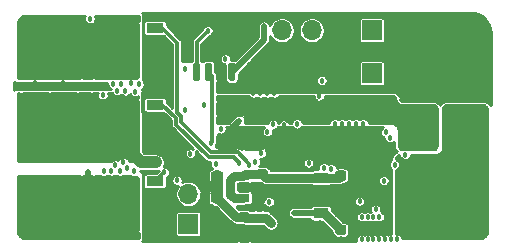
<source format=gbr>
%TF.GenerationSoftware,KiCad,Pcbnew,(5.1.6-0-10_14)*%
%TF.CreationDate,2021-03-14T15:43:45-04:00*%
%TF.ProjectId,F051_ESC,46303531-5f45-4534-932e-6b696361645f,rev?*%
%TF.SameCoordinates,Original*%
%TF.FileFunction,Copper,L1,Top*%
%TF.FilePolarity,Positive*%
%FSLAX46Y46*%
G04 Gerber Fmt 4.6, Leading zero omitted, Abs format (unit mm)*
G04 Created by KiCad (PCBNEW (5.1.6-0-10_14)) date 2021-03-14 15:43:45*
%MOMM*%
%LPD*%
G01*
G04 APERTURE LIST*
%TA.AperFunction,ComponentPad*%
%ADD10O,1.700000X1.700000*%
%TD*%
%TA.AperFunction,ComponentPad*%
%ADD11R,1.700000X1.700000*%
%TD*%
%TA.AperFunction,SMDPad,CuDef*%
%ADD12C,0.100000*%
%TD*%
%TA.AperFunction,SMDPad,CuDef*%
%ADD13R,1.300000X0.900000*%
%TD*%
%TA.AperFunction,SMDPad,CuDef*%
%ADD14R,1.060000X0.650000*%
%TD*%
%TA.AperFunction,SMDPad,CuDef*%
%ADD15R,3.750000X4.700000*%
%TD*%
%TA.AperFunction,SMDPad,CuDef*%
%ADD16R,1.050000X0.850000*%
%TD*%
%TA.AperFunction,SMDPad,CuDef*%
%ADD17R,1.450000X0.850000*%
%TD*%
%TA.AperFunction,ViaPad*%
%ADD18C,0.457200*%
%TD*%
%TA.AperFunction,Conductor*%
%ADD19C,0.750000*%
%TD*%
%TA.AperFunction,Conductor*%
%ADD20C,1.000000*%
%TD*%
%TA.AperFunction,Conductor*%
%ADD21C,0.300000*%
%TD*%
%TA.AperFunction,Conductor*%
%ADD22C,0.500000*%
%TD*%
%TA.AperFunction,Conductor*%
%ADD23C,0.254000*%
%TD*%
G04 APERTURE END LIST*
%TO.P,R1,2*%
%TO.N,VCC_Shunt*%
%TA.AperFunction,SMDPad,CuDef*%
G36*
G01*
X253980000Y-78750000D02*
X253980000Y-81250000D01*
G75*
G02*
X253530000Y-81700000I-450000J0D01*
G01*
X252630000Y-81700000D01*
G75*
G02*
X252180000Y-81250000I0J450000D01*
G01*
X252180000Y-78750000D01*
G75*
G02*
X252630000Y-78300000I450000J0D01*
G01*
X253530000Y-78300000D01*
G75*
G02*
X253980000Y-78750000I0J-450000D01*
G01*
G37*
%TD.AperFunction*%
%TO.P,R1,1*%
%TO.N,VCC*%
%TA.AperFunction,SMDPad,CuDef*%
G36*
G01*
X259180000Y-78750000D02*
X259180000Y-81250000D01*
G75*
G02*
X258730000Y-81700000I-450000J0D01*
G01*
X257830000Y-81700000D01*
G75*
G02*
X257380000Y-81250000I0J450000D01*
G01*
X257380000Y-78750000D01*
G75*
G02*
X257830000Y-78300000I450000J0D01*
G01*
X258730000Y-78300000D01*
G75*
G02*
X259180000Y-78750000I0J-450000D01*
G01*
G37*
%TD.AperFunction*%
%TD*%
D10*
%TO.P,J6,2*%
%TO.N,/MCU/USART1_TX*%
X234070000Y-85660000D03*
D11*
%TO.P,J6,1*%
%TO.N,/MCU/USART1_RX*%
X234070000Y-88200000D03*
%TD*%
%TO.P,J1,2*%
%TO.N,GND*%
%TA.AperFunction,ComponentPad*%
G36*
G01*
X257375000Y-77500000D02*
X253625000Y-77500000D01*
G75*
G02*
X252000000Y-75875000I0J1625000D01*
G01*
X252000000Y-72625000D01*
G75*
G02*
X253625000Y-71000000I1625000J0D01*
G01*
X257375000Y-71000000D01*
G75*
G02*
X259000000Y-72625000I0J-1625000D01*
G01*
X259000000Y-75875000D01*
G75*
G02*
X257375000Y-77500000I-1625000J0D01*
G01*
G37*
%TD.AperFunction*%
%TO.P,J1,1*%
%TO.N,VCC*%
%TA.AperFunction,ComponentPad*%
G36*
G01*
X257375000Y-89000000D02*
X253625000Y-89000000D01*
G75*
G02*
X252000000Y-87375000I0J1625000D01*
G01*
X252000000Y-84125000D01*
G75*
G02*
X253625000Y-82500000I1625000J0D01*
G01*
X257375000Y-82500000D01*
G75*
G02*
X259000000Y-84125000I0J-1625000D01*
G01*
X259000000Y-87375000D01*
G75*
G02*
X257375000Y-89000000I-1625000J0D01*
G01*
G37*
%TD.AperFunction*%
%TD*%
%TO.P,J2,2*%
%TO.N,GND*%
%TA.AperFunction,SMDPad,CuDef*%
G36*
G01*
X234070000Y-70784600D02*
X234070000Y-72085400D01*
G75*
G02*
X233820400Y-72335000I-249600J0D01*
G01*
X233119600Y-72335000D01*
G75*
G02*
X232870000Y-72085400I0J249600D01*
G01*
X232870000Y-70784600D01*
G75*
G02*
X233119600Y-70535000I249600J0D01*
G01*
X233820400Y-70535000D01*
G75*
G02*
X234070000Y-70784600I0J-249600D01*
G01*
G37*
%TD.AperFunction*%
%TA.AperFunction,SMDPad,CuDef*%
G36*
G01*
X239670000Y-70784600D02*
X239670000Y-72085400D01*
G75*
G02*
X239420400Y-72335000I-249600J0D01*
G01*
X238719600Y-72335000D01*
G75*
G02*
X238470000Y-72085400I0J249600D01*
G01*
X238470000Y-70784600D01*
G75*
G02*
X238719600Y-70535000I249600J0D01*
G01*
X239420400Y-70535000D01*
G75*
G02*
X239670000Y-70784600I0J-249600D01*
G01*
G37*
%TD.AperFunction*%
%TO.P,J2,4*%
%TO.N,/MCU/PWM*%
%TA.AperFunction,SMDPad,CuDef*%
G36*
G01*
X235070000Y-74685000D02*
X235070000Y-75935000D01*
G75*
G02*
X234920000Y-76085000I-150000J0D01*
G01*
X234620000Y-76085000D01*
G75*
G02*
X234470000Y-75935000I0J150000D01*
G01*
X234470000Y-74685000D01*
G75*
G02*
X234620000Y-74535000I150000J0D01*
G01*
X234920000Y-74535000D01*
G75*
G02*
X235070000Y-74685000I0J-150000D01*
G01*
G37*
%TD.AperFunction*%
%TO.P,J2,3*%
%TO.N,/Curent Sense/CURR*%
%TA.AperFunction,SMDPad,CuDef*%
G36*
G01*
X236070000Y-74685000D02*
X236070000Y-75935000D01*
G75*
G02*
X235920000Y-76085000I-150000J0D01*
G01*
X235620000Y-76085000D01*
G75*
G02*
X235470000Y-75935000I0J150000D01*
G01*
X235470000Y-74685000D01*
G75*
G02*
X235620000Y-74535000I150000J0D01*
G01*
X235920000Y-74535000D01*
G75*
G02*
X236070000Y-74685000I0J-150000D01*
G01*
G37*
%TD.AperFunction*%
%TO.P,J2,2*%
%TO.N,GND*%
%TA.AperFunction,SMDPad,CuDef*%
G36*
G01*
X237070000Y-74685000D02*
X237070000Y-75935000D01*
G75*
G02*
X236920000Y-76085000I-150000J0D01*
G01*
X236620000Y-76085000D01*
G75*
G02*
X236470000Y-75935000I0J150000D01*
G01*
X236470000Y-74685000D01*
G75*
G02*
X236620000Y-74535000I150000J0D01*
G01*
X236920000Y-74535000D01*
G75*
G02*
X237070000Y-74685000I0J-150000D01*
G01*
G37*
%TD.AperFunction*%
%TO.P,J2,1*%
%TO.N,VCC_Shunt*%
%TA.AperFunction,SMDPad,CuDef*%
G36*
G01*
X238070000Y-74685000D02*
X238070000Y-75935000D01*
G75*
G02*
X237920000Y-76085000I-150000J0D01*
G01*
X237620000Y-76085000D01*
G75*
G02*
X237470000Y-75935000I0J150000D01*
G01*
X237470000Y-74685000D01*
G75*
G02*
X237620000Y-74535000I150000J0D01*
G01*
X237920000Y-74535000D01*
G75*
G02*
X238070000Y-74685000I0J-150000D01*
G01*
G37*
%TD.AperFunction*%
%TD*%
%TA.AperFunction,SMDPad,CuDef*%
D12*
%TO.P,U3,2*%
%TO.N,GND*%
G36*
X241350000Y-84913500D02*
G01*
X244475000Y-84913500D01*
X244475000Y-85330000D01*
X245950000Y-85330000D01*
X245950000Y-86230000D01*
X244475000Y-86230000D01*
X244475000Y-86646500D01*
X241350000Y-86646500D01*
X241350000Y-84913500D01*
G37*
%TD.AperFunction*%
D13*
%TO.P,U3,3*%
%TO.N,VCC_Shunt*%
X245300000Y-84280000D03*
%TO.P,U3,1*%
%TO.N,+12V*%
X245300000Y-87280000D03*
%TD*%
D11*
%TO.P,J5,1*%
%TO.N,/MCU/NRST*%
X249610000Y-75440000D03*
%TD*%
D10*
%TO.P,J3,4*%
%TO.N,/MCU/SWDIO*%
X241990000Y-71800000D03*
%TO.P,J3,3*%
%TO.N,/MCU/SWCLK*%
X244530000Y-71800000D03*
%TO.P,J3,2*%
%TO.N,GND*%
X247070000Y-71800000D03*
D11*
%TO.P,J3,1*%
%TO.N,+3V3*%
X249610000Y-71800000D03*
%TD*%
%TO.P,J4,3*%
%TO.N,/MCU/PhaseC*%
%TA.AperFunction,ComponentPad*%
G36*
G01*
X223400000Y-75000000D02*
X220600000Y-75000000D01*
G75*
G02*
X220000000Y-74400000I0J600000D01*
G01*
X220000000Y-71600000D01*
G75*
G02*
X220600000Y-71000000I600000J0D01*
G01*
X223400000Y-71000000D01*
G75*
G02*
X224000000Y-71600000I0J-600000D01*
G01*
X224000000Y-74400000D01*
G75*
G02*
X223400000Y-75000000I-600000J0D01*
G01*
G37*
%TD.AperFunction*%
%TO.P,J4,2*%
%TO.N,/MCU/PhaseB*%
%TA.AperFunction,ComponentPad*%
G36*
G01*
X223400000Y-82000000D02*
X220600000Y-82000000D01*
G75*
G02*
X220000000Y-81400000I0J600000D01*
G01*
X220000000Y-78600000D01*
G75*
G02*
X220600000Y-78000000I600000J0D01*
G01*
X223400000Y-78000000D01*
G75*
G02*
X224000000Y-78600000I0J-600000D01*
G01*
X224000000Y-81400000D01*
G75*
G02*
X223400000Y-82000000I-600000J0D01*
G01*
G37*
%TD.AperFunction*%
%TO.P,J4,1*%
%TO.N,/MCU/PhaseA*%
%TA.AperFunction,ComponentPad*%
G36*
G01*
X223400000Y-89000000D02*
X220600000Y-89000000D01*
G75*
G02*
X220000000Y-88400000I0J600000D01*
G01*
X220000000Y-85600000D01*
G75*
G02*
X220600000Y-85000000I600000J0D01*
G01*
X223400000Y-85000000D01*
G75*
G02*
X224000000Y-85600000I0J-600000D01*
G01*
X224000000Y-88400000D01*
G75*
G02*
X223400000Y-89000000I-600000J0D01*
G01*
G37*
%TD.AperFunction*%
%TD*%
%TO.P,C5,2*%
%TO.N,GND*%
%TA.AperFunction,SMDPad,CuDef*%
G36*
G01*
X247236250Y-87550000D02*
X246723750Y-87550000D01*
G75*
G02*
X246505000Y-87331250I0J218750D01*
G01*
X246505000Y-86893750D01*
G75*
G02*
X246723750Y-86675000I218750J0D01*
G01*
X247236250Y-86675000D01*
G75*
G02*
X247455000Y-86893750I0J-218750D01*
G01*
X247455000Y-87331250D01*
G75*
G02*
X247236250Y-87550000I-218750J0D01*
G01*
G37*
%TD.AperFunction*%
%TO.P,C5,1*%
%TO.N,+12V*%
%TA.AperFunction,SMDPad,CuDef*%
G36*
G01*
X247236250Y-89125000D02*
X246723750Y-89125000D01*
G75*
G02*
X246505000Y-88906250I0J218750D01*
G01*
X246505000Y-88468750D01*
G75*
G02*
X246723750Y-88250000I218750J0D01*
G01*
X247236250Y-88250000D01*
G75*
G02*
X247455000Y-88468750I0J-218750D01*
G01*
X247455000Y-88906250D01*
G75*
G02*
X247236250Y-89125000I-218750J0D01*
G01*
G37*
%TD.AperFunction*%
%TD*%
%TO.P,C4,2*%
%TO.N,GND*%
%TA.AperFunction,SMDPad,CuDef*%
G36*
G01*
X246723750Y-85240000D02*
X247236250Y-85240000D01*
G75*
G02*
X247455000Y-85458750I0J-218750D01*
G01*
X247455000Y-85896250D01*
G75*
G02*
X247236250Y-86115000I-218750J0D01*
G01*
X246723750Y-86115000D01*
G75*
G02*
X246505000Y-85896250I0J218750D01*
G01*
X246505000Y-85458750D01*
G75*
G02*
X246723750Y-85240000I218750J0D01*
G01*
G37*
%TD.AperFunction*%
%TO.P,C4,1*%
%TO.N,VCC_Shunt*%
%TA.AperFunction,SMDPad,CuDef*%
G36*
G01*
X246723750Y-83665000D02*
X247236250Y-83665000D01*
G75*
G02*
X247455000Y-83883750I0J-218750D01*
G01*
X247455000Y-84321250D01*
G75*
G02*
X247236250Y-84540000I-218750J0D01*
G01*
X246723750Y-84540000D01*
G75*
G02*
X246505000Y-84321250I0J218750D01*
G01*
X246505000Y-83883750D01*
G75*
G02*
X246723750Y-83665000I218750J0D01*
G01*
G37*
%TD.AperFunction*%
%TD*%
D14*
%TO.P,U4,5*%
%TO.N,+3V3*%
X236540000Y-86030000D03*
%TO.P,U4,4*%
X236540000Y-84130000D03*
%TO.P,U4,3*%
%TO.N,VCC_Shunt*%
X238740000Y-84130000D03*
%TO.P,U4,2*%
%TO.N,GND*%
X238740000Y-85080000D03*
%TO.P,U4,1*%
%TO.N,VCC_Shunt*%
X238740000Y-86030000D03*
%TD*%
%TO.P,C24,2*%
%TO.N,GND*%
%TA.AperFunction,SMDPad,CuDef*%
G36*
G01*
X238553750Y-88760000D02*
X239066250Y-88760000D01*
G75*
G02*
X239285000Y-88978750I0J-218750D01*
G01*
X239285000Y-89416250D01*
G75*
G02*
X239066250Y-89635000I-218750J0D01*
G01*
X238553750Y-89635000D01*
G75*
G02*
X238335000Y-89416250I0J218750D01*
G01*
X238335000Y-88978750D01*
G75*
G02*
X238553750Y-88760000I218750J0D01*
G01*
G37*
%TD.AperFunction*%
%TO.P,C24,1*%
%TO.N,+3V3*%
%TA.AperFunction,SMDPad,CuDef*%
G36*
G01*
X238553750Y-87185000D02*
X239066250Y-87185000D01*
G75*
G02*
X239285000Y-87403750I0J-218750D01*
G01*
X239285000Y-87841250D01*
G75*
G02*
X239066250Y-88060000I-218750J0D01*
G01*
X238553750Y-88060000D01*
G75*
G02*
X238335000Y-87841250I0J218750D01*
G01*
X238335000Y-87403750D01*
G75*
G02*
X238553750Y-87185000I218750J0D01*
G01*
G37*
%TD.AperFunction*%
%TD*%
%TO.P,C23,2*%
%TO.N,GND*%
%TA.AperFunction,SMDPad,CuDef*%
G36*
G01*
X240232500Y-87030000D02*
X239887500Y-87030000D01*
G75*
G02*
X239740000Y-86882500I0J147500D01*
G01*
X239740000Y-86587500D01*
G75*
G02*
X239887500Y-86440000I147500J0D01*
G01*
X240232500Y-86440000D01*
G75*
G02*
X240380000Y-86587500I0J-147500D01*
G01*
X240380000Y-86882500D01*
G75*
G02*
X240232500Y-87030000I-147500J0D01*
G01*
G37*
%TD.AperFunction*%
%TO.P,C23,1*%
%TO.N,+3V3*%
%TA.AperFunction,SMDPad,CuDef*%
G36*
G01*
X240232500Y-88000000D02*
X239887500Y-88000000D01*
G75*
G02*
X239740000Y-87852500I0J147500D01*
G01*
X239740000Y-87557500D01*
G75*
G02*
X239887500Y-87410000I147500J0D01*
G01*
X240232500Y-87410000D01*
G75*
G02*
X240380000Y-87557500I0J-147500D01*
G01*
X240380000Y-87852500D01*
G75*
G02*
X240232500Y-88000000I-147500J0D01*
G01*
G37*
%TD.AperFunction*%
%TD*%
%TO.P,C22,2*%
%TO.N,GND*%
%TA.AperFunction,SMDPad,CuDef*%
G36*
G01*
X240063750Y-85110000D02*
X240576250Y-85110000D01*
G75*
G02*
X240795000Y-85328750I0J-218750D01*
G01*
X240795000Y-85766250D01*
G75*
G02*
X240576250Y-85985000I-218750J0D01*
G01*
X240063750Y-85985000D01*
G75*
G02*
X239845000Y-85766250I0J218750D01*
G01*
X239845000Y-85328750D01*
G75*
G02*
X240063750Y-85110000I218750J0D01*
G01*
G37*
%TD.AperFunction*%
%TO.P,C22,1*%
%TO.N,VCC_Shunt*%
%TA.AperFunction,SMDPad,CuDef*%
G36*
G01*
X240063750Y-83535000D02*
X240576250Y-83535000D01*
G75*
G02*
X240795000Y-83753750I0J-218750D01*
G01*
X240795000Y-84191250D01*
G75*
G02*
X240576250Y-84410000I-218750J0D01*
G01*
X240063750Y-84410000D01*
G75*
G02*
X239845000Y-84191250I0J218750D01*
G01*
X239845000Y-83753750D01*
G75*
G02*
X240063750Y-83535000I218750J0D01*
G01*
G37*
%TD.AperFunction*%
%TD*%
%TO.P,C21,2*%
%TO.N,VCC_Shunt*%
%TA.AperFunction,SMDPad,CuDef*%
G36*
G01*
X249405000Y-79045000D02*
X248155000Y-79045000D01*
G75*
G02*
X247905000Y-78795000I0J250000D01*
G01*
X247905000Y-78045000D01*
G75*
G02*
X248155000Y-77795000I250000J0D01*
G01*
X249405000Y-77795000D01*
G75*
G02*
X249655000Y-78045000I0J-250000D01*
G01*
X249655000Y-78795000D01*
G75*
G02*
X249405000Y-79045000I-250000J0D01*
G01*
G37*
%TD.AperFunction*%
%TO.P,C21,1*%
%TO.N,GND*%
%TA.AperFunction,SMDPad,CuDef*%
G36*
G01*
X249405000Y-81845000D02*
X248155000Y-81845000D01*
G75*
G02*
X247905000Y-81595000I0J250000D01*
G01*
X247905000Y-80845000D01*
G75*
G02*
X248155000Y-80595000I250000J0D01*
G01*
X249405000Y-80595000D01*
G75*
G02*
X249655000Y-80845000I0J-250000D01*
G01*
X249655000Y-81595000D01*
G75*
G02*
X249405000Y-81845000I-250000J0D01*
G01*
G37*
%TD.AperFunction*%
%TD*%
%TO.P,C20,2*%
%TO.N,VCC_Shunt*%
%TA.AperFunction,SMDPad,CuDef*%
G36*
G01*
X237955000Y-79045000D02*
X236705000Y-79045000D01*
G75*
G02*
X236455000Y-78795000I0J250000D01*
G01*
X236455000Y-78045000D01*
G75*
G02*
X236705000Y-77795000I250000J0D01*
G01*
X237955000Y-77795000D01*
G75*
G02*
X238205000Y-78045000I0J-250000D01*
G01*
X238205000Y-78795000D01*
G75*
G02*
X237955000Y-79045000I-250000J0D01*
G01*
G37*
%TD.AperFunction*%
%TO.P,C20,1*%
%TO.N,GND*%
%TA.AperFunction,SMDPad,CuDef*%
G36*
G01*
X237955000Y-81845000D02*
X236705000Y-81845000D01*
G75*
G02*
X236455000Y-81595000I0J250000D01*
G01*
X236455000Y-80845000D01*
G75*
G02*
X236705000Y-80595000I250000J0D01*
G01*
X237955000Y-80595000D01*
G75*
G02*
X238205000Y-80845000I0J-250000D01*
G01*
X238205000Y-81595000D01*
G75*
G02*
X237955000Y-81845000I-250000J0D01*
G01*
G37*
%TD.AperFunction*%
%TD*%
%TO.P,C19,2*%
%TO.N,VCC_Shunt*%
%TA.AperFunction,SMDPad,CuDef*%
G36*
G01*
X247115000Y-79045000D02*
X245865000Y-79045000D01*
G75*
G02*
X245615000Y-78795000I0J250000D01*
G01*
X245615000Y-78045000D01*
G75*
G02*
X245865000Y-77795000I250000J0D01*
G01*
X247115000Y-77795000D01*
G75*
G02*
X247365000Y-78045000I0J-250000D01*
G01*
X247365000Y-78795000D01*
G75*
G02*
X247115000Y-79045000I-250000J0D01*
G01*
G37*
%TD.AperFunction*%
%TO.P,C19,1*%
%TO.N,GND*%
%TA.AperFunction,SMDPad,CuDef*%
G36*
G01*
X247115000Y-81845000D02*
X245865000Y-81845000D01*
G75*
G02*
X245615000Y-81595000I0J250000D01*
G01*
X245615000Y-80845000D01*
G75*
G02*
X245865000Y-80595000I250000J0D01*
G01*
X247115000Y-80595000D01*
G75*
G02*
X247365000Y-80845000I0J-250000D01*
G01*
X247365000Y-81595000D01*
G75*
G02*
X247115000Y-81845000I-250000J0D01*
G01*
G37*
%TD.AperFunction*%
%TD*%
%TO.P,C18,2*%
%TO.N,VCC_Shunt*%
%TA.AperFunction,SMDPad,CuDef*%
G36*
G01*
X240245000Y-79045000D02*
X238995000Y-79045000D01*
G75*
G02*
X238745000Y-78795000I0J250000D01*
G01*
X238745000Y-78045000D01*
G75*
G02*
X238995000Y-77795000I250000J0D01*
G01*
X240245000Y-77795000D01*
G75*
G02*
X240495000Y-78045000I0J-250000D01*
G01*
X240495000Y-78795000D01*
G75*
G02*
X240245000Y-79045000I-250000J0D01*
G01*
G37*
%TD.AperFunction*%
%TO.P,C18,1*%
%TO.N,GND*%
%TA.AperFunction,SMDPad,CuDef*%
G36*
G01*
X240245000Y-81845000D02*
X238995000Y-81845000D01*
G75*
G02*
X238745000Y-81595000I0J250000D01*
G01*
X238745000Y-80845000D01*
G75*
G02*
X238995000Y-80595000I250000J0D01*
G01*
X240245000Y-80595000D01*
G75*
G02*
X240495000Y-80845000I0J-250000D01*
G01*
X240495000Y-81595000D01*
G75*
G02*
X240245000Y-81845000I-250000J0D01*
G01*
G37*
%TD.AperFunction*%
%TD*%
%TO.P,C17,2*%
%TO.N,VCC_Shunt*%
%TA.AperFunction,SMDPad,CuDef*%
G36*
G01*
X244825000Y-79045000D02*
X243575000Y-79045000D01*
G75*
G02*
X243325000Y-78795000I0J250000D01*
G01*
X243325000Y-78045000D01*
G75*
G02*
X243575000Y-77795000I250000J0D01*
G01*
X244825000Y-77795000D01*
G75*
G02*
X245075000Y-78045000I0J-250000D01*
G01*
X245075000Y-78795000D01*
G75*
G02*
X244825000Y-79045000I-250000J0D01*
G01*
G37*
%TD.AperFunction*%
%TO.P,C17,1*%
%TO.N,GND*%
%TA.AperFunction,SMDPad,CuDef*%
G36*
G01*
X244825000Y-81845000D02*
X243575000Y-81845000D01*
G75*
G02*
X243325000Y-81595000I0J250000D01*
G01*
X243325000Y-80845000D01*
G75*
G02*
X243575000Y-80595000I250000J0D01*
G01*
X244825000Y-80595000D01*
G75*
G02*
X245075000Y-80845000I0J-250000D01*
G01*
X245075000Y-81595000D01*
G75*
G02*
X244825000Y-81845000I-250000J0D01*
G01*
G37*
%TD.AperFunction*%
%TD*%
%TO.P,C16,2*%
%TO.N,VCC_Shunt*%
%TA.AperFunction,SMDPad,CuDef*%
G36*
G01*
X242535000Y-79045000D02*
X241285000Y-79045000D01*
G75*
G02*
X241035000Y-78795000I0J250000D01*
G01*
X241035000Y-78045000D01*
G75*
G02*
X241285000Y-77795000I250000J0D01*
G01*
X242535000Y-77795000D01*
G75*
G02*
X242785000Y-78045000I0J-250000D01*
G01*
X242785000Y-78795000D01*
G75*
G02*
X242535000Y-79045000I-250000J0D01*
G01*
G37*
%TD.AperFunction*%
%TO.P,C16,1*%
%TO.N,GND*%
%TA.AperFunction,SMDPad,CuDef*%
G36*
G01*
X242535000Y-81845000D02*
X241285000Y-81845000D01*
G75*
G02*
X241035000Y-81595000I0J250000D01*
G01*
X241035000Y-80845000D01*
G75*
G02*
X241285000Y-80595000I250000J0D01*
G01*
X242535000Y-80595000D01*
G75*
G02*
X242785000Y-80845000I0J-250000D01*
G01*
X242785000Y-81595000D01*
G75*
G02*
X242535000Y-81845000I-250000J0D01*
G01*
G37*
%TD.AperFunction*%
%TD*%
D15*
%TO.P,Q6,9*%
%TO.N,/MCU/PhaseC*%
X227950000Y-73500000D03*
D16*
%TO.P,Q6,8*%
X225550000Y-75405000D03*
%TO.P,Q6,7*%
X225550000Y-74135000D03*
%TO.P,Q6,6*%
X225550000Y-72865000D03*
%TO.P,Q6,5*%
X225550000Y-71595000D03*
D17*
%TO.P,Q6,4*%
%TO.N,Net-(Q6-Pad4)*%
X231250000Y-71595000D03*
%TO.P,Q6,3*%
%TO.N,GND*%
X231250000Y-72865000D03*
%TO.P,Q6,2*%
X231250000Y-74135000D03*
%TO.P,Q6,1*%
X231250000Y-75405000D03*
%TD*%
D15*
%TO.P,Q4,9*%
%TO.N,/MCU/PhaseB*%
X227950000Y-80000000D03*
D16*
%TO.P,Q4,8*%
X225550000Y-81905000D03*
%TO.P,Q4,7*%
X225550000Y-80635000D03*
%TO.P,Q4,6*%
X225550000Y-79365000D03*
%TO.P,Q4,5*%
X225550000Y-78095000D03*
D17*
%TO.P,Q4,4*%
%TO.N,Net-(Q4-Pad4)*%
X231250000Y-78095000D03*
%TO.P,Q4,3*%
%TO.N,GND*%
X231250000Y-79365000D03*
%TO.P,Q4,2*%
X231250000Y-80635000D03*
%TO.P,Q4,1*%
X231250000Y-81905000D03*
%TD*%
D15*
%TO.P,Q2,9*%
%TO.N,/MCU/PhaseA*%
X227950000Y-86500000D03*
D16*
%TO.P,Q2,8*%
X225550000Y-88405000D03*
%TO.P,Q2,7*%
X225550000Y-87135000D03*
%TO.P,Q2,6*%
X225550000Y-85865000D03*
%TO.P,Q2,5*%
X225550000Y-84595000D03*
D17*
%TO.P,Q2,4*%
%TO.N,Net-(Q2-Pad4)*%
X231250000Y-84595000D03*
%TO.P,Q2,3*%
%TO.N,GND*%
X231250000Y-85865000D03*
%TO.P,Q2,2*%
X231250000Y-87135000D03*
%TO.P,Q2,1*%
X231250000Y-88405000D03*
%TD*%
D18*
%TO.N,VCC*%
X252500000Y-88000000D03*
X254750000Y-88000000D03*
X254000000Y-88000000D03*
X253250000Y-88000000D03*
X253250000Y-87250000D03*
X254750000Y-87250000D03*
X254000000Y-87250000D03*
X255500000Y-86500000D03*
X254000000Y-86500000D03*
X254750000Y-86500000D03*
X254750000Y-85750000D03*
X254000000Y-88750000D03*
X254750000Y-88750000D03*
X257000000Y-88750000D03*
X255500000Y-88750000D03*
X256250000Y-88750000D03*
X255500000Y-88000000D03*
X256250000Y-88000000D03*
X257000000Y-88000000D03*
X257750000Y-88000000D03*
X258500000Y-88000000D03*
X255500000Y-87250000D03*
X252500000Y-87250000D03*
X253250000Y-86500000D03*
X252500000Y-86500000D03*
X254000000Y-85750000D03*
X253250000Y-85750000D03*
X252500000Y-85750000D03*
X252500000Y-85000000D03*
X253250000Y-85000000D03*
X254000000Y-85000000D03*
X252500000Y-84250000D03*
X254000000Y-84250000D03*
X253250000Y-84250000D03*
X252500000Y-83500000D03*
X253250000Y-83500000D03*
X254000000Y-83500000D03*
X254000000Y-82750000D03*
X254750000Y-82750000D03*
X254750000Y-83500000D03*
X254750000Y-84250000D03*
X254750000Y-85000000D03*
X255500000Y-85000000D03*
X255500000Y-84250000D03*
X255500000Y-83500000D03*
X255500000Y-82750000D03*
X257000000Y-82750000D03*
X256250000Y-82750000D03*
X256250000Y-83500000D03*
X257000000Y-83500000D03*
X257750000Y-83500000D03*
X258500000Y-83500000D03*
X258500000Y-84250000D03*
X257750000Y-84250000D03*
X257000000Y-84250000D03*
X256250000Y-84250000D03*
X256250000Y-85000000D03*
X257000000Y-85000000D03*
X257750000Y-85000000D03*
X258500000Y-85000000D03*
X258500000Y-87250000D03*
X257750000Y-87250000D03*
X257000000Y-87250000D03*
X256250000Y-87250000D03*
X256250000Y-86500000D03*
X257000000Y-86500000D03*
X257750000Y-86500000D03*
X258500000Y-86500000D03*
X258500000Y-85750000D03*
X257750000Y-85750000D03*
X257000000Y-85750000D03*
X256250000Y-85750000D03*
%TO.N,GND*%
X258500000Y-76500000D03*
X258500000Y-75750000D03*
X258500000Y-75000000D03*
X257750000Y-75000000D03*
X257750000Y-75750000D03*
X257000000Y-75750000D03*
X257000000Y-75000000D03*
X256250000Y-75000000D03*
X256250000Y-75750000D03*
X255500000Y-75750000D03*
X255500000Y-75000000D03*
X254750000Y-75000000D03*
X254750000Y-75750000D03*
X254750000Y-76500000D03*
X255500000Y-76500000D03*
X256250000Y-76500000D03*
X257000000Y-76500000D03*
X257750000Y-76500000D03*
X257000000Y-77250000D03*
X256250000Y-77250000D03*
X255500000Y-77250000D03*
X254750000Y-77250000D03*
X254000000Y-77250000D03*
X252500000Y-76500000D03*
X253250000Y-76500000D03*
X254000000Y-76500000D03*
X254000000Y-75750000D03*
X253250000Y-75750000D03*
X252500000Y-75750000D03*
X252500000Y-75000000D03*
X253250000Y-75000000D03*
X254000000Y-75000000D03*
X252500000Y-74250000D03*
X253250000Y-74250000D03*
X254000000Y-74250000D03*
X254750000Y-74250000D03*
X253250000Y-73500000D03*
X252500000Y-73500000D03*
X254000000Y-73500000D03*
X254750000Y-73500000D03*
X254750000Y-72750000D03*
X254000000Y-72750000D03*
X253250000Y-72750000D03*
X252500000Y-72750000D03*
X252500000Y-72000000D03*
X253250000Y-72000000D03*
X254000000Y-71250000D03*
X254000000Y-72000000D03*
X254750000Y-72000000D03*
X254750000Y-71250000D03*
X255500000Y-71250000D03*
X256250000Y-71250000D03*
X257000000Y-71250000D03*
X258500000Y-72000000D03*
X257750000Y-72000000D03*
X257000000Y-72000000D03*
X256250000Y-72000000D03*
X255500000Y-72000000D03*
X255500000Y-72750000D03*
X256250000Y-72750000D03*
X257000000Y-72750000D03*
X257750000Y-72750000D03*
X258500000Y-72750000D03*
X258500000Y-73500000D03*
X257750000Y-73500000D03*
X257000000Y-73500000D03*
X256250000Y-73500000D03*
X255500000Y-73500000D03*
X258500000Y-74250000D03*
X257750000Y-74250000D03*
X257000000Y-74250000D03*
X256250000Y-74250000D03*
X227100000Y-76700000D03*
X232267641Y-79992025D03*
X232304400Y-74762338D03*
X232300000Y-76200000D03*
X231700000Y-76200000D03*
X231100000Y-76200000D03*
X231700000Y-76800000D03*
X231100000Y-76750000D03*
X230500000Y-76770000D03*
X231400000Y-77300000D03*
X230820000Y-77240000D03*
X230260000Y-77230000D03*
X226500000Y-76500000D03*
X225900000Y-76700000D03*
X225300000Y-76500000D03*
X224700000Y-76700000D03*
X224100000Y-76500000D03*
X223500000Y-76300000D03*
X222900000Y-76500000D03*
X222300000Y-76700000D03*
X221700000Y-76500000D03*
X221100000Y-76300000D03*
X220500000Y-76500000D03*
X219900000Y-76700000D03*
X232420000Y-79400000D03*
X232360000Y-81430000D03*
X232400000Y-82070000D03*
X247680000Y-80300000D03*
X248280000Y-80300000D03*
X248880000Y-80300000D03*
X247080000Y-80300000D03*
X246480000Y-80300000D03*
X247680000Y-79700000D03*
X248280000Y-79700000D03*
X247080000Y-79700000D03*
X246480000Y-79700000D03*
X246480000Y-80900000D03*
X247080000Y-80900000D03*
X247680000Y-80900000D03*
X248280000Y-80900000D03*
X248880000Y-80900000D03*
X238384390Y-79444400D03*
X245160000Y-77360000D03*
X250930000Y-87030000D03*
X245070000Y-83000000D03*
X232330616Y-72865000D03*
X236950000Y-72330008D03*
X237450000Y-72320000D03*
X237950000Y-72320000D03*
X241370000Y-76520000D03*
X240770000Y-76520000D03*
X240170000Y-76520000D03*
X241370000Y-75920000D03*
X240770000Y-75920000D03*
X240170000Y-75920000D03*
X240170000Y-77120000D03*
X240770000Y-77120000D03*
X241370000Y-77120000D03*
X239570000Y-77120000D03*
X239570000Y-76520000D03*
X239570000Y-75920000D03*
X248150000Y-87820000D03*
X245210000Y-88100000D03*
X246500000Y-89500000D03*
X247000000Y-89500000D03*
X247500000Y-89500000D03*
X248000000Y-89500000D03*
X246000000Y-89500000D03*
X245500000Y-89500000D03*
X242150000Y-79810000D03*
X248880000Y-79700000D03*
X252455610Y-82330000D03*
X239640000Y-86325610D03*
%TO.N,+3V3*%
X249940000Y-86930000D03*
X251540000Y-83180000D03*
X248590000Y-86270000D03*
X241090000Y-88140000D03*
X245380000Y-76050000D03*
%TO.N,+12V*%
X233120000Y-84496290D03*
X243280000Y-79719998D03*
X243000001Y-87251211D03*
%TO.N,/MCU/PhaseB*%
X220500000Y-78500000D03*
X221250000Y-78500000D03*
X222000000Y-78500000D03*
X222750000Y-78500000D03*
X223500000Y-78500000D03*
X223500000Y-79250000D03*
X223500000Y-80000000D03*
X223500000Y-80750000D03*
X223500000Y-81500000D03*
X222750000Y-81500000D03*
X222750000Y-80750000D03*
X222000000Y-80750000D03*
X222000000Y-81500000D03*
X220500000Y-81500000D03*
X221250000Y-81500000D03*
X221250000Y-80750000D03*
X220500000Y-80750000D03*
X220500000Y-80000000D03*
X220500000Y-79250000D03*
X221250000Y-79250000D03*
X221250000Y-80000000D03*
X222000000Y-79250000D03*
X222750000Y-79250000D03*
X222750000Y-80000000D03*
X240257390Y-82210000D03*
X235430000Y-78150000D03*
X231330000Y-82979998D03*
%TO.N,/MCU/PhaseA*%
X222750000Y-88500000D03*
X223500000Y-88500000D03*
X223500000Y-87750000D03*
X222750000Y-87750000D03*
X222000000Y-87750000D03*
X222000000Y-88500000D03*
X221250000Y-88500000D03*
X220500000Y-88500000D03*
X220500000Y-87750000D03*
X221250000Y-87750000D03*
X221250000Y-87000000D03*
X220500000Y-87000000D03*
X220500000Y-85500000D03*
X220500000Y-86250000D03*
X221250000Y-86250000D03*
X221250000Y-85500000D03*
X222000000Y-85500000D03*
X222750000Y-85500000D03*
X223500000Y-85500000D03*
X222750000Y-86250000D03*
X223500000Y-86250000D03*
X223500000Y-87000000D03*
X222750000Y-87000000D03*
X222000000Y-86250000D03*
X225550000Y-83814398D03*
X241250000Y-79750000D03*
X237200000Y-74220000D03*
%TO.N,/MCU/PhaseC*%
X220500000Y-71500000D03*
X221250000Y-71500000D03*
X222000000Y-71500000D03*
X222750000Y-71500000D03*
X223500000Y-71500000D03*
X223500000Y-72250000D03*
X222750000Y-72250000D03*
X222000000Y-72250000D03*
X220500000Y-72250000D03*
X221250000Y-72250000D03*
X221250000Y-73000000D03*
X220500000Y-73000000D03*
X220500000Y-73750000D03*
X220500000Y-74500000D03*
X221250000Y-74500000D03*
X221250000Y-73750000D03*
X222000000Y-73750000D03*
X222000000Y-74500000D03*
X223500000Y-74500000D03*
X222750000Y-74500000D03*
X222750000Y-73750000D03*
X223500000Y-73750000D03*
X223500000Y-73000000D03*
X222750000Y-73000000D03*
X236840000Y-80140000D03*
X229520000Y-70794386D03*
X245554390Y-83429999D03*
%TO.N,Net-(Q1-Pad4)*%
X226908232Y-83748230D03*
X233795610Y-75076770D03*
%TO.N,Net-(Q2-Pad4)*%
X232029528Y-83818593D03*
X236402094Y-83108556D03*
%TO.N,Net-(Q3-Pad4)*%
X226840000Y-77294398D03*
X233760284Y-78524674D03*
%TO.N,Net-(Q4-Pad4)*%
X238408835Y-83012373D03*
%TO.N,Net-(Q5-Pad4)*%
X234252521Y-82242521D03*
X225750000Y-70814388D03*
%TO.N,Net-(Q6-Pad4)*%
X239204390Y-83199996D03*
%TO.N,/MCU/SenseCOM*%
X240760000Y-80410000D03*
X246170000Y-83530000D03*
%TO.N,/MCU/NRST*%
X250630000Y-84540000D03*
%TO.N,Net-(R24-Pad1)*%
X244258707Y-83036335D03*
X240919999Y-86325610D03*
%TO.N,/MCU/PWM*%
X235730000Y-71820000D03*
X239750000Y-82940610D03*
%TO.N,VCC_Shunt*%
X248750000Y-89500000D03*
X249250000Y-89500000D03*
X249750000Y-89500000D03*
X250250000Y-89500000D03*
X253500000Y-79000000D03*
X253000000Y-79000000D03*
X253500000Y-81500000D03*
X253000000Y-81500000D03*
X253000000Y-81000000D03*
X253500000Y-81000000D03*
X253500000Y-80500000D03*
X253000000Y-80500000D03*
X253000000Y-80000000D03*
X253500000Y-80000000D03*
X253500000Y-79500000D03*
X253000000Y-79500000D03*
X240480000Y-71460000D03*
X227560000Y-83730000D03*
X227910000Y-83180000D03*
X228570000Y-82950000D03*
X228300000Y-83740000D03*
X228880000Y-83480000D03*
X229470000Y-83750000D03*
X227710000Y-76310000D03*
X228040000Y-76900000D03*
X228410000Y-76340000D03*
X228750000Y-76940000D03*
X229200000Y-76290000D03*
X229570000Y-76980000D03*
X229900000Y-76350000D03*
X252500000Y-81500000D03*
X252500000Y-81000000D03*
X252500000Y-80500000D03*
X252500000Y-80000000D03*
X252500000Y-79500000D03*
X252500000Y-79000000D03*
X252000000Y-78400000D03*
X252000000Y-78900000D03*
X252000000Y-79400000D03*
X252000000Y-79900000D03*
X251500000Y-78400000D03*
X251000000Y-78400000D03*
X251000000Y-77900000D03*
X250500000Y-77900000D03*
X251000000Y-78900000D03*
X251500000Y-78900000D03*
X251500000Y-79400000D03*
X254000000Y-79000000D03*
X254500000Y-79000000D03*
X255000000Y-79000000D03*
X255000000Y-79500000D03*
X254500000Y-79500000D03*
X254000000Y-79500000D03*
X254000000Y-80000000D03*
X254500000Y-80000000D03*
X255000000Y-80000000D03*
X255000000Y-80500000D03*
X254500000Y-80500000D03*
X254000000Y-80500000D03*
X254000000Y-81000000D03*
X254500000Y-81000000D03*
X255000000Y-81000000D03*
X255000000Y-81500000D03*
X254500000Y-81500000D03*
X254000000Y-81500000D03*
X237620000Y-84560000D03*
X237620000Y-85120000D03*
X248750000Y-87600000D03*
X249250000Y-87600000D03*
X249750000Y-87600000D03*
X250250000Y-87600000D03*
X250750000Y-89500000D03*
X251250000Y-89500000D03*
X251750000Y-89500000D03*
X237647528Y-85691066D03*
X253500000Y-78500000D03*
X253000000Y-78500000D03*
X252500000Y-78500000D03*
X254000000Y-78500000D03*
X254500000Y-78500000D03*
X255000000Y-78500000D03*
%TO.N,/Curent Sense/CURR*%
X235978586Y-81361388D03*
%TO.N,/MCU/USART1_TX*%
X250776168Y-80428415D03*
%TO.N,/MCU/USART1_RX*%
X251144390Y-80881975D03*
%TD*%
D19*
%TO.N,GND*%
X239852500Y-85080000D02*
X240320000Y-85547500D01*
X238740000Y-85080000D02*
X239852500Y-85080000D01*
D20*
X241864399Y-81265601D02*
X241910000Y-81220000D01*
X239665601Y-81265601D02*
X241864399Y-81265601D01*
X239620000Y-81220000D02*
X239665601Y-81265601D01*
D21*
X230247999Y-77242001D02*
X230260000Y-77230000D01*
X230247999Y-78741601D02*
X230247999Y-77242001D01*
X230871398Y-79365000D02*
X230247999Y-78741601D01*
X231250000Y-79365000D02*
X230871398Y-79365000D01*
D22*
X237330000Y-81220000D02*
X237330000Y-80498790D01*
X237330000Y-80498790D02*
X238384390Y-79444400D01*
D20*
X246877500Y-85780000D02*
X246980000Y-85677500D01*
X245212500Y-85780000D02*
X246877500Y-85780000D01*
X246980000Y-85677500D02*
X246980000Y-87112500D01*
D21*
X231250000Y-72865000D02*
X232330616Y-72865000D01*
D22*
X236470000Y-75010000D02*
X236470000Y-72810008D01*
X236770000Y-75310000D02*
X236470000Y-75010000D01*
X236470000Y-72810008D02*
X236950000Y-72330008D01*
D20*
%TO.N,+3V3*%
X236540000Y-86030000D02*
X236540000Y-84130000D01*
X236540000Y-86030000D02*
X236540000Y-86020000D01*
D19*
X238132500Y-87622500D02*
X238810000Y-87622500D01*
X236540000Y-86030000D02*
X238132500Y-87622500D01*
X238892500Y-87705000D02*
X238810000Y-87622500D01*
X240060000Y-87705000D02*
X238892500Y-87705000D01*
X240655000Y-87705000D02*
X241090000Y-88140000D01*
X240060000Y-87705000D02*
X240655000Y-87705000D01*
%TO.N,+12V*%
X245572500Y-87280000D02*
X246980000Y-88687500D01*
X245300000Y-87280000D02*
X245572500Y-87280000D01*
D22*
X245300000Y-87280000D02*
X243028790Y-87280000D01*
X243028790Y-87280000D02*
X243000001Y-87251211D01*
D20*
%TO.N,/MCU/PhaseB*%
X227950000Y-80883602D02*
X230046396Y-82979998D01*
X227950000Y-80000000D02*
X227950000Y-80883602D01*
X230046396Y-82979998D02*
X231330000Y-82979998D01*
D22*
%TO.N,/MCU/PhaseA*%
X225550000Y-83814398D02*
X225550000Y-84100000D01*
X225550000Y-84100000D02*
X227950000Y-86500000D01*
%TO.N,/MCU/PhaseC*%
X227950000Y-73500000D02*
X229520000Y-71930000D01*
X229520000Y-71930000D02*
X229520000Y-70794386D01*
D21*
%TO.N,Net-(Q2-Pad4)*%
X232026407Y-83818593D02*
X232029528Y-83818593D01*
X231250000Y-84595000D02*
X232026407Y-83818593D01*
%TO.N,Net-(Q4-Pad4)*%
X231863291Y-78095000D02*
X233010000Y-79241709D01*
X233010000Y-79241709D02*
X233010000Y-79780000D01*
X231250000Y-78095000D02*
X231863291Y-78095000D01*
X235794399Y-82564399D02*
X237960861Y-82564399D01*
X233010000Y-79780000D02*
X235794399Y-82564399D01*
X237960861Y-82564399D02*
X238408835Y-83012373D01*
%TO.N,Net-(Q6-Pad4)*%
X231725000Y-71595000D02*
X231250000Y-71595000D01*
X238272142Y-82137388D02*
X236027388Y-82137388D01*
X233437011Y-79064836D02*
X233140000Y-78767825D01*
X233140000Y-78767825D02*
X233140000Y-72850542D01*
X233140000Y-72850542D02*
X231884458Y-71595000D01*
X236027388Y-82137388D02*
X233437011Y-79547011D01*
X233437011Y-79547011D02*
X233437011Y-79064836D01*
X239210000Y-83075246D02*
X238272142Y-82137388D01*
X239210000Y-83200000D02*
X239210000Y-83075246D01*
X231884458Y-71595000D02*
X231250000Y-71595000D01*
%TO.N,/MCU/PWM*%
X234770000Y-72780000D02*
X235730000Y-71820000D01*
X234770000Y-75310000D02*
X234770000Y-72780000D01*
D19*
%TO.N,VCC_Shunt*%
X238897500Y-83972500D02*
X238740000Y-84130000D01*
X240320000Y-83972500D02*
X238897500Y-83972500D01*
D22*
X237770000Y-75310000D02*
X240480000Y-72600000D01*
X240480000Y-72600000D02*
X240480000Y-71460000D01*
D19*
X238740000Y-84130000D02*
X237931398Y-84130000D01*
X237931398Y-84130000D02*
X237620000Y-84441398D01*
X237620000Y-84441398D02*
X237620000Y-84560000D01*
X237620000Y-85718594D02*
X237620000Y-85718594D01*
X237620000Y-84560000D02*
X237620000Y-85120000D01*
X246802500Y-84280000D02*
X245300000Y-84280000D01*
X246980000Y-84102500D02*
X246802500Y-84280000D01*
X240627500Y-84280000D02*
X245300000Y-84280000D01*
X240320000Y-83972500D02*
X240627500Y-84280000D01*
X237876127Y-85919665D02*
X237647528Y-85691066D01*
X237986462Y-86030000D02*
X237876127Y-85919665D01*
X238740000Y-86030000D02*
X237986462Y-86030000D01*
X237620000Y-85120000D02*
X237620000Y-85663538D01*
X237620000Y-85663538D02*
X237647528Y-85691066D01*
D21*
%TO.N,/Curent Sense/CURR*%
X235770000Y-75310000D02*
X236090000Y-75630000D01*
X236090000Y-81249974D02*
X235978586Y-81361388D01*
X236090000Y-75630000D02*
X236090000Y-81249974D01*
%TD*%
D23*
%TO.N,GND*%
G36*
X240452360Y-80035140D02*
G01*
X240385140Y-80102360D01*
X240332326Y-80181403D01*
X240295946Y-80269231D01*
X240277400Y-80362468D01*
X240277400Y-80457532D01*
X240295946Y-80550769D01*
X240332326Y-80638597D01*
X240368000Y-80691988D01*
X240368000Y-80722000D01*
X240389500Y-80722000D01*
X240452360Y-80784860D01*
X240531403Y-80837674D01*
X240619231Y-80874054D01*
X240712468Y-80892600D01*
X240807532Y-80892600D01*
X240900769Y-80874054D01*
X240988597Y-80837674D01*
X241067640Y-80784860D01*
X241130500Y-80722000D01*
X241162000Y-80722000D01*
X241162000Y-80677021D01*
X241187674Y-80638597D01*
X241224054Y-80550769D01*
X241234202Y-80499750D01*
X242658000Y-80499750D01*
X242658000Y-80722000D01*
X242880250Y-80722000D01*
X242912000Y-80690250D01*
X242912614Y-80595000D01*
X243197386Y-80595000D01*
X243198000Y-80690250D01*
X243229750Y-80722000D01*
X243452000Y-80722000D01*
X243452000Y-80499750D01*
X244948000Y-80499750D01*
X244948000Y-80722000D01*
X245170250Y-80722000D01*
X245202000Y-80690250D01*
X245202614Y-80595000D01*
X245487386Y-80595000D01*
X245488000Y-80690250D01*
X245519750Y-80722000D01*
X245742000Y-80722000D01*
X245742000Y-80499750D01*
X247238000Y-80499750D01*
X247238000Y-80722000D01*
X247460250Y-80722000D01*
X247492000Y-80690250D01*
X247492614Y-80595000D01*
X247777386Y-80595000D01*
X247778000Y-80690250D01*
X247809750Y-80722000D01*
X248032000Y-80722000D01*
X248032000Y-80499750D01*
X249528000Y-80499750D01*
X249528000Y-80722000D01*
X249750250Y-80722000D01*
X249782000Y-80690250D01*
X249782614Y-80595000D01*
X249780162Y-80570104D01*
X249772900Y-80546164D01*
X249761107Y-80524101D01*
X249745237Y-80504763D01*
X249725899Y-80488893D01*
X249703836Y-80477100D01*
X249679896Y-80469838D01*
X249655000Y-80467386D01*
X249559750Y-80468000D01*
X249528000Y-80499750D01*
X248032000Y-80499750D01*
X248000250Y-80468000D01*
X247905000Y-80467386D01*
X247880104Y-80469838D01*
X247856164Y-80477100D01*
X247834101Y-80488893D01*
X247814763Y-80504763D01*
X247798893Y-80524101D01*
X247787100Y-80546164D01*
X247779838Y-80570104D01*
X247777386Y-80595000D01*
X247492614Y-80595000D01*
X247490162Y-80570104D01*
X247482900Y-80546164D01*
X247471107Y-80524101D01*
X247455237Y-80504763D01*
X247435899Y-80488893D01*
X247413836Y-80477100D01*
X247389896Y-80469838D01*
X247365000Y-80467386D01*
X247269750Y-80468000D01*
X247238000Y-80499750D01*
X245742000Y-80499750D01*
X245710250Y-80468000D01*
X245615000Y-80467386D01*
X245590104Y-80469838D01*
X245566164Y-80477100D01*
X245544101Y-80488893D01*
X245524763Y-80504763D01*
X245508893Y-80524101D01*
X245497100Y-80546164D01*
X245489838Y-80570104D01*
X245487386Y-80595000D01*
X245202614Y-80595000D01*
X245200162Y-80570104D01*
X245192900Y-80546164D01*
X245181107Y-80524101D01*
X245165237Y-80504763D01*
X245145899Y-80488893D01*
X245123836Y-80477100D01*
X245099896Y-80469838D01*
X245075000Y-80467386D01*
X244979750Y-80468000D01*
X244948000Y-80499750D01*
X243452000Y-80499750D01*
X243420250Y-80468000D01*
X243325000Y-80467386D01*
X243300104Y-80469838D01*
X243276164Y-80477100D01*
X243254101Y-80488893D01*
X243234763Y-80504763D01*
X243218893Y-80524101D01*
X243207100Y-80546164D01*
X243199838Y-80570104D01*
X243197386Y-80595000D01*
X242912614Y-80595000D01*
X242910162Y-80570104D01*
X242902900Y-80546164D01*
X242891107Y-80524101D01*
X242875237Y-80504763D01*
X242855899Y-80488893D01*
X242833836Y-80477100D01*
X242809896Y-80469838D01*
X242785000Y-80467386D01*
X242689750Y-80468000D01*
X242658000Y-80499750D01*
X241234202Y-80499750D01*
X241242600Y-80457532D01*
X241242600Y-80362468D01*
X241224054Y-80269231D01*
X241208881Y-80232600D01*
X241297532Y-80232600D01*
X241390769Y-80214054D01*
X241478597Y-80177674D01*
X241557640Y-80124860D01*
X241624860Y-80057640D01*
X241660701Y-80004000D01*
X242889346Y-80004000D01*
X242905140Y-80027638D01*
X242972360Y-80094858D01*
X243051403Y-80147672D01*
X243139231Y-80184052D01*
X243232468Y-80202598D01*
X243327532Y-80202598D01*
X243420769Y-80184052D01*
X243508597Y-80147672D01*
X243587640Y-80094858D01*
X243654860Y-80027638D01*
X243670654Y-80004000D01*
X250542693Y-80004000D01*
X250468528Y-80053555D01*
X250401308Y-80120775D01*
X250348494Y-80199818D01*
X250312114Y-80287646D01*
X250293568Y-80380883D01*
X250293568Y-80475947D01*
X250312114Y-80569184D01*
X250348494Y-80657012D01*
X250401308Y-80736055D01*
X250468528Y-80803275D01*
X250547571Y-80856089D01*
X250635399Y-80892469D01*
X250661790Y-80897718D01*
X250661790Y-80929507D01*
X250680336Y-81022744D01*
X250716716Y-81110572D01*
X250769530Y-81189615D01*
X250836750Y-81256835D01*
X250915793Y-81309649D01*
X251003621Y-81346029D01*
X251096858Y-81364575D01*
X251191922Y-81364575D01*
X251285159Y-81346029D01*
X251372987Y-81309649D01*
X251452030Y-81256835D01*
X251496000Y-81212865D01*
X251496000Y-81500000D01*
X251498173Y-81533153D01*
X251515210Y-81662563D01*
X251532372Y-81726612D01*
X251582322Y-81847202D01*
X251615476Y-81904627D01*
X251694936Y-82008180D01*
X251735020Y-82048264D01*
X251652798Y-82082322D01*
X251595373Y-82115476D01*
X251491820Y-82194936D01*
X251444936Y-82241820D01*
X251365476Y-82345373D01*
X251332322Y-82402798D01*
X251282372Y-82523388D01*
X251265210Y-82587437D01*
X251248173Y-82716847D01*
X251246000Y-82750000D01*
X251246000Y-82796026D01*
X251232360Y-82805140D01*
X251165140Y-82872360D01*
X251112326Y-82951403D01*
X251075946Y-83039231D01*
X251057400Y-83132468D01*
X251057400Y-83227532D01*
X251075946Y-83320769D01*
X251112326Y-83408597D01*
X251165140Y-83487640D01*
X251232360Y-83554860D01*
X251246000Y-83563974D01*
X251246000Y-89000000D01*
X251247140Y-89017400D01*
X251202468Y-89017400D01*
X251109231Y-89035946D01*
X251021403Y-89072326D01*
X251000000Y-89086627D01*
X250978597Y-89072326D01*
X250890769Y-89035946D01*
X250797532Y-89017400D01*
X250702468Y-89017400D01*
X250609231Y-89035946D01*
X250521403Y-89072326D01*
X250500000Y-89086627D01*
X250478597Y-89072326D01*
X250390769Y-89035946D01*
X250297532Y-89017400D01*
X250202468Y-89017400D01*
X250109231Y-89035946D01*
X250021403Y-89072326D01*
X250000000Y-89086627D01*
X249978597Y-89072326D01*
X249890769Y-89035946D01*
X249797532Y-89017400D01*
X249702468Y-89017400D01*
X249609231Y-89035946D01*
X249521403Y-89072326D01*
X249500000Y-89086627D01*
X249478597Y-89072326D01*
X249390769Y-89035946D01*
X249297532Y-89017400D01*
X249202468Y-89017400D01*
X249109231Y-89035946D01*
X249021403Y-89072326D01*
X249000000Y-89086627D01*
X248978597Y-89072326D01*
X248890769Y-89035946D01*
X248797532Y-89017400D01*
X248702468Y-89017400D01*
X248609231Y-89035946D01*
X248521403Y-89072326D01*
X248442360Y-89125140D01*
X248375140Y-89192360D01*
X248322326Y-89271403D01*
X248285946Y-89359231D01*
X248267400Y-89452468D01*
X248267400Y-89547532D01*
X248285946Y-89640769D01*
X248298468Y-89671000D01*
X242433002Y-89671000D01*
X242433002Y-89635000D01*
X239412614Y-89635000D01*
X239412000Y-89539750D01*
X239380250Y-89508000D01*
X239158000Y-89508000D01*
X239158000Y-89635000D01*
X238462000Y-89635000D01*
X238462000Y-89508000D01*
X238239750Y-89508000D01*
X238208000Y-89539750D01*
X238207386Y-89635000D01*
X235186998Y-89635000D01*
X235186998Y-89671000D01*
X230186667Y-89671000D01*
X230211193Y-89641115D01*
X230234665Y-89597202D01*
X230249119Y-89549553D01*
X230254000Y-89500000D01*
X230254000Y-88830000D01*
X230397386Y-88830000D01*
X230399838Y-88854896D01*
X230407100Y-88878836D01*
X230418893Y-88900899D01*
X230434763Y-88920237D01*
X230454101Y-88936107D01*
X230476164Y-88947900D01*
X230500104Y-88955162D01*
X230525000Y-88957614D01*
X230620250Y-88957000D01*
X230652000Y-88925250D01*
X230652000Y-88703000D01*
X231848000Y-88703000D01*
X231848000Y-88925250D01*
X231879750Y-88957000D01*
X231975000Y-88957614D01*
X231999896Y-88955162D01*
X232023836Y-88947900D01*
X232045899Y-88936107D01*
X232065237Y-88920237D01*
X232081107Y-88900899D01*
X232092900Y-88878836D01*
X232100162Y-88854896D01*
X232102614Y-88830000D01*
X232102000Y-88734750D01*
X232070250Y-88703000D01*
X231848000Y-88703000D01*
X230652000Y-88703000D01*
X230429750Y-88703000D01*
X230398000Y-88734750D01*
X230397386Y-88830000D01*
X230254000Y-88830000D01*
X230254000Y-87980000D01*
X230397386Y-87980000D01*
X230398000Y-88075250D01*
X230429750Y-88107000D01*
X230652000Y-88107000D01*
X230652000Y-87884750D01*
X231848000Y-87884750D01*
X231848000Y-88107000D01*
X232070250Y-88107000D01*
X232102000Y-88075250D01*
X232102614Y-87980000D01*
X232100162Y-87955104D01*
X232092900Y-87931164D01*
X232081107Y-87909101D01*
X232065237Y-87889763D01*
X232045899Y-87873893D01*
X232023836Y-87862100D01*
X231999896Y-87854838D01*
X231975000Y-87852386D01*
X231879750Y-87853000D01*
X231848000Y-87884750D01*
X230652000Y-87884750D01*
X230620250Y-87853000D01*
X230525000Y-87852386D01*
X230500104Y-87854838D01*
X230476164Y-87862100D01*
X230454101Y-87873893D01*
X230434763Y-87889763D01*
X230418893Y-87909101D01*
X230407100Y-87931164D01*
X230399838Y-87955104D01*
X230397386Y-87980000D01*
X230254000Y-87980000D01*
X230254000Y-87560000D01*
X230397386Y-87560000D01*
X230399838Y-87584896D01*
X230407100Y-87608836D01*
X230418893Y-87630899D01*
X230434763Y-87650237D01*
X230454101Y-87666107D01*
X230476164Y-87677900D01*
X230500104Y-87685162D01*
X230525000Y-87687614D01*
X230620250Y-87687000D01*
X230652000Y-87655250D01*
X230652000Y-87433000D01*
X231848000Y-87433000D01*
X231848000Y-87655250D01*
X231879750Y-87687000D01*
X231975000Y-87687614D01*
X231999896Y-87685162D01*
X232023836Y-87677900D01*
X232045899Y-87666107D01*
X232065237Y-87650237D01*
X232081107Y-87630899D01*
X232092900Y-87608836D01*
X232100162Y-87584896D01*
X232102614Y-87560000D01*
X232102000Y-87464750D01*
X232070250Y-87433000D01*
X231848000Y-87433000D01*
X230652000Y-87433000D01*
X230429750Y-87433000D01*
X230398000Y-87464750D01*
X230397386Y-87560000D01*
X230254000Y-87560000D01*
X230254000Y-87350000D01*
X232964772Y-87350000D01*
X232964772Y-89050000D01*
X232969676Y-89099793D01*
X232984200Y-89147672D01*
X233007786Y-89191797D01*
X233039527Y-89230473D01*
X233078203Y-89262214D01*
X233122328Y-89285800D01*
X233170207Y-89300324D01*
X233220000Y-89305228D01*
X234920000Y-89305228D01*
X234969793Y-89300324D01*
X235017672Y-89285800D01*
X235061797Y-89262214D01*
X235100473Y-89230473D01*
X235132214Y-89191797D01*
X235155800Y-89147672D01*
X235170324Y-89099793D01*
X235175228Y-89050000D01*
X235175228Y-88760000D01*
X238207386Y-88760000D01*
X238208000Y-88855250D01*
X238239750Y-88887000D01*
X238462000Y-88887000D01*
X238462000Y-88664750D01*
X239158000Y-88664750D01*
X239158000Y-88887000D01*
X239380250Y-88887000D01*
X239412000Y-88855250D01*
X239412614Y-88760000D01*
X239410162Y-88735104D01*
X239402900Y-88711164D01*
X239391107Y-88689101D01*
X239375237Y-88669763D01*
X239355899Y-88653893D01*
X239333836Y-88642100D01*
X239309896Y-88634838D01*
X239285000Y-88632386D01*
X239189750Y-88633000D01*
X239158000Y-88664750D01*
X238462000Y-88664750D01*
X238430250Y-88633000D01*
X238335000Y-88632386D01*
X238310104Y-88634838D01*
X238286164Y-88642100D01*
X238264101Y-88653893D01*
X238244763Y-88669763D01*
X238228893Y-88689101D01*
X238217100Y-88711164D01*
X238209838Y-88735104D01*
X238207386Y-88760000D01*
X235175228Y-88760000D01*
X235175228Y-87350000D01*
X235170324Y-87300207D01*
X235155800Y-87252328D01*
X235132214Y-87208203D01*
X235100473Y-87169527D01*
X235061797Y-87137786D01*
X235017672Y-87114200D01*
X234969793Y-87099676D01*
X234920000Y-87094772D01*
X233220000Y-87094772D01*
X233170207Y-87099676D01*
X233122328Y-87114200D01*
X233078203Y-87137786D01*
X233039527Y-87169527D01*
X233007786Y-87208203D01*
X232984200Y-87252328D01*
X232969676Y-87300207D01*
X232964772Y-87350000D01*
X230254000Y-87350000D01*
X230254000Y-86710000D01*
X230397386Y-86710000D01*
X230398000Y-86805250D01*
X230429750Y-86837000D01*
X230652000Y-86837000D01*
X230652000Y-86614750D01*
X231848000Y-86614750D01*
X231848000Y-86837000D01*
X232070250Y-86837000D01*
X232102000Y-86805250D01*
X232102614Y-86710000D01*
X232100162Y-86685104D01*
X232092900Y-86661164D01*
X232081107Y-86639101D01*
X232065237Y-86619763D01*
X232045899Y-86603893D01*
X232023836Y-86592100D01*
X231999896Y-86584838D01*
X231975000Y-86582386D01*
X231879750Y-86583000D01*
X231848000Y-86614750D01*
X230652000Y-86614750D01*
X230620250Y-86583000D01*
X230525000Y-86582386D01*
X230500104Y-86584838D01*
X230476164Y-86592100D01*
X230454101Y-86603893D01*
X230434763Y-86619763D01*
X230418893Y-86639101D01*
X230407100Y-86661164D01*
X230399838Y-86685104D01*
X230397386Y-86710000D01*
X230254000Y-86710000D01*
X230254000Y-86290000D01*
X230397386Y-86290000D01*
X230399838Y-86314896D01*
X230407100Y-86338836D01*
X230418893Y-86360899D01*
X230434763Y-86380237D01*
X230454101Y-86396107D01*
X230476164Y-86407900D01*
X230500104Y-86415162D01*
X230525000Y-86417614D01*
X230620250Y-86417000D01*
X230652000Y-86385250D01*
X230652000Y-86163000D01*
X231848000Y-86163000D01*
X231848000Y-86385250D01*
X231879750Y-86417000D01*
X231975000Y-86417614D01*
X231999896Y-86415162D01*
X232023836Y-86407900D01*
X232045899Y-86396107D01*
X232065237Y-86380237D01*
X232081107Y-86360899D01*
X232092900Y-86338836D01*
X232100162Y-86314896D01*
X232102614Y-86290000D01*
X232102000Y-86194750D01*
X232070250Y-86163000D01*
X231848000Y-86163000D01*
X230652000Y-86163000D01*
X230429750Y-86163000D01*
X230398000Y-86194750D01*
X230397386Y-86290000D01*
X230254000Y-86290000D01*
X230254000Y-85440000D01*
X230397386Y-85440000D01*
X230398000Y-85535250D01*
X230429750Y-85567000D01*
X230652000Y-85567000D01*
X230652000Y-85344750D01*
X231848000Y-85344750D01*
X231848000Y-85567000D01*
X232070250Y-85567000D01*
X232102000Y-85535250D01*
X232102614Y-85440000D01*
X232100162Y-85415104D01*
X232092900Y-85391164D01*
X232081107Y-85369101D01*
X232065237Y-85349763D01*
X232045899Y-85333893D01*
X232023836Y-85322100D01*
X231999896Y-85314838D01*
X231975000Y-85312386D01*
X231879750Y-85313000D01*
X231848000Y-85344750D01*
X230652000Y-85344750D01*
X230620250Y-85313000D01*
X230525000Y-85312386D01*
X230500104Y-85314838D01*
X230476164Y-85322100D01*
X230454101Y-85333893D01*
X230434763Y-85349763D01*
X230418893Y-85369101D01*
X230407100Y-85391164D01*
X230399838Y-85415104D01*
X230397386Y-85440000D01*
X230254000Y-85440000D01*
X230254000Y-84000000D01*
X230249119Y-83950447D01*
X230234665Y-83902798D01*
X230211193Y-83858885D01*
X230179605Y-83820395D01*
X230141115Y-83788807D01*
X230097202Y-83765335D01*
X230049553Y-83750881D01*
X230000000Y-83746000D01*
X229952600Y-83746000D01*
X229952600Y-83728408D01*
X230046396Y-83737646D01*
X230083435Y-83733998D01*
X231367039Y-83733998D01*
X231477810Y-83723088D01*
X231561522Y-83697694D01*
X231557936Y-83715722D01*
X231358886Y-83914772D01*
X230525000Y-83914772D01*
X230475207Y-83919676D01*
X230427328Y-83934200D01*
X230383203Y-83957786D01*
X230344527Y-83989527D01*
X230312786Y-84028203D01*
X230289200Y-84072328D01*
X230274676Y-84120207D01*
X230269772Y-84170000D01*
X230269772Y-85020000D01*
X230274676Y-85069793D01*
X230289200Y-85117672D01*
X230312786Y-85161797D01*
X230344527Y-85200473D01*
X230383203Y-85232214D01*
X230427328Y-85255800D01*
X230475207Y-85270324D01*
X230525000Y-85275228D01*
X231975000Y-85275228D01*
X232024793Y-85270324D01*
X232072672Y-85255800D01*
X232116797Y-85232214D01*
X232155473Y-85200473D01*
X232187214Y-85161797D01*
X232210800Y-85117672D01*
X232225324Y-85069793D01*
X232230228Y-85020000D01*
X232230228Y-84257822D01*
X232258125Y-84246267D01*
X232337168Y-84193453D01*
X232404388Y-84126233D01*
X232457202Y-84047190D01*
X232493582Y-83959362D01*
X232512128Y-83866125D01*
X232512128Y-83771061D01*
X232493582Y-83677824D01*
X232457202Y-83589996D01*
X232404388Y-83510953D01*
X232337168Y-83443733D01*
X232258125Y-83390919D01*
X232170297Y-83354539D01*
X232077060Y-83335993D01*
X231994668Y-83335993D01*
X232029975Y-83269937D01*
X232073090Y-83127808D01*
X232087648Y-82979998D01*
X232073090Y-82832188D01*
X232029975Y-82690059D01*
X231959961Y-82559071D01*
X231876193Y-82457000D01*
X231879750Y-82457000D01*
X231975000Y-82457614D01*
X231981234Y-82457000D01*
X233818999Y-82457000D01*
X233824847Y-82471118D01*
X233877661Y-82550161D01*
X233944881Y-82617381D01*
X234023924Y-82670195D01*
X234111752Y-82706575D01*
X234204989Y-82725121D01*
X234300053Y-82725121D01*
X234393290Y-82706575D01*
X234481118Y-82670195D01*
X234560161Y-82617381D01*
X234627381Y-82550161D01*
X234680195Y-82471118D01*
X234686043Y-82457000D01*
X234873002Y-82457000D01*
X234873002Y-82330000D01*
X234727175Y-82330000D01*
X234735121Y-82290053D01*
X234735121Y-82194989D01*
X234716575Y-82101752D01*
X234685579Y-82026922D01*
X235494702Y-82836045D01*
X235507346Y-82851452D01*
X235522753Y-82864096D01*
X235522756Y-82864099D01*
X235557188Y-82892356D01*
X235568863Y-82901937D01*
X235639047Y-82939452D01*
X235715201Y-82962553D01*
X235774559Y-82968399D01*
X235774561Y-82968399D01*
X235794399Y-82970353D01*
X235814236Y-82968399D01*
X235937918Y-82968399D01*
X235919494Y-83061024D01*
X235919494Y-83156088D01*
X235938040Y-83249325D01*
X235974420Y-83337153D01*
X236027234Y-83416196D01*
X236094454Y-83483416D01*
X236119218Y-83499962D01*
X236119074Y-83500039D01*
X236058474Y-83549772D01*
X236010000Y-83549772D01*
X235960207Y-83554676D01*
X235912328Y-83569200D01*
X235868203Y-83592786D01*
X235829527Y-83624527D01*
X235797786Y-83663203D01*
X235774200Y-83707328D01*
X235759676Y-83755207D01*
X235754772Y-83805000D01*
X235754772Y-84455000D01*
X235759676Y-84504793D01*
X235774200Y-84552672D01*
X235786001Y-84574749D01*
X235786001Y-84628000D01*
X235116998Y-84628000D01*
X235116998Y-84755000D01*
X235786001Y-84755000D01*
X235786000Y-85405000D01*
X235144906Y-85405000D01*
X235131574Y-85337975D01*
X235048352Y-85137060D01*
X234927533Y-84956241D01*
X234773759Y-84802467D01*
X234592940Y-84681648D01*
X234392025Y-84598426D01*
X234178735Y-84556000D01*
X233961265Y-84556000D01*
X233747975Y-84598426D01*
X233569421Y-84672386D01*
X233584054Y-84637059D01*
X233602600Y-84543822D01*
X233602600Y-84448758D01*
X233584054Y-84355521D01*
X233547674Y-84267693D01*
X233494860Y-84188650D01*
X233427640Y-84121430D01*
X233348597Y-84068616D01*
X233260769Y-84032236D01*
X233167532Y-84013690D01*
X233072468Y-84013690D01*
X232979231Y-84032236D01*
X232891403Y-84068616D01*
X232812360Y-84121430D01*
X232745140Y-84188650D01*
X232692326Y-84267693D01*
X232655946Y-84355521D01*
X232637400Y-84448758D01*
X232637400Y-84543822D01*
X232655946Y-84637059D01*
X232692326Y-84724887D01*
X232745140Y-84803930D01*
X232812360Y-84871150D01*
X232891403Y-84923964D01*
X232979231Y-84960344D01*
X233072468Y-84978890D01*
X233167532Y-84978890D01*
X233201901Y-84972053D01*
X233091648Y-85137060D01*
X233008426Y-85337975D01*
X232966000Y-85551265D01*
X232966000Y-85768735D01*
X233008426Y-85982025D01*
X233091648Y-86182940D01*
X233212467Y-86363759D01*
X233366241Y-86517533D01*
X233547060Y-86638352D01*
X233747975Y-86721574D01*
X233961265Y-86764000D01*
X234178735Y-86764000D01*
X234392025Y-86721574D01*
X234592940Y-86638352D01*
X234773759Y-86517533D01*
X234927533Y-86363759D01*
X235048352Y-86182940D01*
X235131574Y-85982025D01*
X235174000Y-85768735D01*
X235174000Y-85551265D01*
X235170168Y-85532000D01*
X235786000Y-85532000D01*
X235786000Y-85585252D01*
X235774200Y-85607328D01*
X235759676Y-85655207D01*
X235754772Y-85705000D01*
X235754772Y-86355000D01*
X235759676Y-86404793D01*
X235774200Y-86452672D01*
X235797786Y-86496797D01*
X235829527Y-86535473D01*
X235868203Y-86567214D01*
X235912328Y-86590800D01*
X235960207Y-86605324D01*
X236010000Y-86610228D01*
X236058473Y-86610228D01*
X236119073Y-86659961D01*
X236250061Y-86729975D01*
X236392190Y-86773090D01*
X236393698Y-86773239D01*
X236650459Y-87030000D01*
X236436998Y-87030000D01*
X236436998Y-87157000D01*
X236777459Y-87157000D01*
X237665883Y-88045424D01*
X237685578Y-88069422D01*
X237781356Y-88148025D01*
X237890628Y-88206432D01*
X237937261Y-88220578D01*
X238009193Y-88242398D01*
X238083000Y-88249668D01*
X238083000Y-88703002D01*
X238210000Y-88703002D01*
X238210000Y-88251500D01*
X238320640Y-88251500D01*
X238372366Y-88279149D01*
X238461281Y-88306121D01*
X238553750Y-88315228D01*
X238737316Y-88315228D01*
X238769195Y-88324898D01*
X238826995Y-88330591D01*
X238892500Y-88337043D01*
X238923395Y-88334000D01*
X240394460Y-88334000D01*
X240667075Y-88606616D01*
X240738855Y-88665523D01*
X240848127Y-88723931D01*
X240966694Y-88759898D01*
X241090000Y-88772043D01*
X241213306Y-88759898D01*
X241331873Y-88723931D01*
X241441144Y-88665523D01*
X241536921Y-88586921D01*
X241615523Y-88491144D01*
X241673931Y-88381873D01*
X241709898Y-88263306D01*
X241722043Y-88140000D01*
X241709898Y-88016694D01*
X241673931Y-87898127D01*
X241615523Y-87788855D01*
X241556616Y-87717075D01*
X241121617Y-87282077D01*
X241101922Y-87258078D01*
X241006144Y-87179475D01*
X240964096Y-87157000D01*
X242502842Y-87157000D01*
X242493563Y-87251211D01*
X242503294Y-87350012D01*
X242532114Y-87445016D01*
X242578914Y-87532573D01*
X242626116Y-87590089D01*
X242654898Y-87618870D01*
X242670684Y-87638106D01*
X242747428Y-87701088D01*
X242834985Y-87747888D01*
X242929989Y-87776707D01*
X243028790Y-87786438D01*
X243053544Y-87784000D01*
X244400952Y-87784000D01*
X244414200Y-87827672D01*
X244437786Y-87871797D01*
X244469527Y-87910473D01*
X244508203Y-87942214D01*
X244552328Y-87965800D01*
X244600207Y-87980324D01*
X244650000Y-87985228D01*
X245388188Y-87985228D01*
X246249772Y-88846812D01*
X246249772Y-88906250D01*
X246258879Y-88998719D01*
X246285851Y-89087634D01*
X246329652Y-89169578D01*
X246388597Y-89241403D01*
X246460422Y-89300348D01*
X246542366Y-89344149D01*
X246631281Y-89371121D01*
X246723750Y-89380228D01*
X247236250Y-89380228D01*
X247328719Y-89371121D01*
X247417634Y-89344149D01*
X247499578Y-89300348D01*
X247571403Y-89241403D01*
X247630348Y-89169578D01*
X247674149Y-89087634D01*
X247701121Y-88998719D01*
X247710228Y-88906250D01*
X247710228Y-88468750D01*
X247701121Y-88376281D01*
X247674149Y-88287366D01*
X247630348Y-88205422D01*
X247571403Y-88133597D01*
X247499578Y-88074652D01*
X247417634Y-88030851D01*
X247328719Y-88003879D01*
X247236250Y-87994772D01*
X247176812Y-87994772D01*
X246632000Y-87449960D01*
X246632000Y-87423000D01*
X247328000Y-87423000D01*
X247328000Y-87645250D01*
X247359750Y-87677000D01*
X247455000Y-87677614D01*
X247479896Y-87675162D01*
X247503836Y-87667900D01*
X247525899Y-87656107D01*
X247545237Y-87640237D01*
X247561107Y-87620899D01*
X247572900Y-87598836D01*
X247580162Y-87574896D01*
X247582370Y-87552468D01*
X248267400Y-87552468D01*
X248267400Y-87647532D01*
X248285946Y-87740769D01*
X248322326Y-87828597D01*
X248375140Y-87907640D01*
X248442360Y-87974860D01*
X248521403Y-88027674D01*
X248609231Y-88064054D01*
X248702468Y-88082600D01*
X248797532Y-88082600D01*
X248890769Y-88064054D01*
X248978597Y-88027674D01*
X249000000Y-88013373D01*
X249021403Y-88027674D01*
X249109231Y-88064054D01*
X249202468Y-88082600D01*
X249297532Y-88082600D01*
X249390769Y-88064054D01*
X249478597Y-88027674D01*
X249500000Y-88013373D01*
X249521403Y-88027674D01*
X249609231Y-88064054D01*
X249702468Y-88082600D01*
X249797532Y-88082600D01*
X249890769Y-88064054D01*
X249978597Y-88027674D01*
X250000000Y-88013373D01*
X250021403Y-88027674D01*
X250109231Y-88064054D01*
X250202468Y-88082600D01*
X250297532Y-88082600D01*
X250390769Y-88064054D01*
X250478597Y-88027674D01*
X250557640Y-87974860D01*
X250624860Y-87907640D01*
X250677674Y-87828597D01*
X250714054Y-87740769D01*
X250732600Y-87647532D01*
X250732600Y-87552468D01*
X250714054Y-87459231D01*
X250677674Y-87371403D01*
X250624860Y-87292360D01*
X250557640Y-87225140D01*
X250478597Y-87172326D01*
X250390769Y-87135946D01*
X250378100Y-87133426D01*
X250404054Y-87070769D01*
X250422600Y-86977532D01*
X250422600Y-86882468D01*
X250404054Y-86789231D01*
X250367674Y-86701403D01*
X250314860Y-86622360D01*
X250247640Y-86555140D01*
X250168597Y-86502326D01*
X250080769Y-86465946D01*
X249987532Y-86447400D01*
X249892468Y-86447400D01*
X249799231Y-86465946D01*
X249711403Y-86502326D01*
X249632360Y-86555140D01*
X249565140Y-86622360D01*
X249512326Y-86701403D01*
X249475946Y-86789231D01*
X249457400Y-86882468D01*
X249457400Y-86977532D01*
X249475946Y-87070769D01*
X249512326Y-87158597D01*
X249521478Y-87172295D01*
X249521403Y-87172326D01*
X249500000Y-87186627D01*
X249478597Y-87172326D01*
X249390769Y-87135946D01*
X249297532Y-87117400D01*
X249202468Y-87117400D01*
X249109231Y-87135946D01*
X249021403Y-87172326D01*
X249000000Y-87186627D01*
X248978597Y-87172326D01*
X248890769Y-87135946D01*
X248797532Y-87117400D01*
X248702468Y-87117400D01*
X248609231Y-87135946D01*
X248521403Y-87172326D01*
X248442360Y-87225140D01*
X248375140Y-87292360D01*
X248322326Y-87371403D01*
X248285946Y-87459231D01*
X248267400Y-87552468D01*
X247582370Y-87552468D01*
X247582614Y-87550000D01*
X247582000Y-87454750D01*
X247550250Y-87423000D01*
X247328000Y-87423000D01*
X246632000Y-87423000D01*
X246605040Y-87423000D01*
X246205228Y-87023188D01*
X246205228Y-86830000D01*
X246200324Y-86780207D01*
X246185800Y-86732328D01*
X246162214Y-86688203D01*
X246151379Y-86675000D01*
X246377386Y-86675000D01*
X246378000Y-86770250D01*
X246409750Y-86802000D01*
X246632000Y-86802000D01*
X246632000Y-86579750D01*
X247328000Y-86579750D01*
X247328000Y-86802000D01*
X247550250Y-86802000D01*
X247582000Y-86770250D01*
X247582614Y-86675000D01*
X247580162Y-86650104D01*
X247572900Y-86626164D01*
X247561107Y-86604101D01*
X247545237Y-86584763D01*
X247525899Y-86568893D01*
X247503836Y-86557100D01*
X247479896Y-86549838D01*
X247455000Y-86547386D01*
X247359750Y-86548000D01*
X247328000Y-86579750D01*
X246632000Y-86579750D01*
X246600250Y-86548000D01*
X246505000Y-86547386D01*
X246480104Y-86549838D01*
X246456164Y-86557100D01*
X246434101Y-86568893D01*
X246414763Y-86584763D01*
X246398893Y-86604101D01*
X246387100Y-86626164D01*
X246379838Y-86650104D01*
X246377386Y-86675000D01*
X246151379Y-86675000D01*
X246130473Y-86649527D01*
X246091797Y-86617786D01*
X246047672Y-86594200D01*
X245999793Y-86579676D01*
X245950000Y-86574772D01*
X244650000Y-86574772D01*
X244600207Y-86579676D01*
X244552328Y-86594200D01*
X244508203Y-86617786D01*
X244469527Y-86649527D01*
X244437786Y-86688203D01*
X244414200Y-86732328D01*
X244400952Y-86776000D01*
X243169663Y-86776000D01*
X243098802Y-86754504D01*
X243000001Y-86744773D01*
X242901200Y-86754504D01*
X242806196Y-86783324D01*
X242718639Y-86830124D01*
X242641896Y-86893106D01*
X242578914Y-86969849D01*
X242546763Y-87030000D01*
X240507614Y-87030000D01*
X240507000Y-86934750D01*
X240475250Y-86903000D01*
X240253000Y-86903000D01*
X240253000Y-87030000D01*
X239867000Y-87030000D01*
X239867000Y-86903000D01*
X239644750Y-86903000D01*
X239613000Y-86934750D01*
X239612386Y-87030000D01*
X239354372Y-87030000D01*
X239329578Y-87009652D01*
X239247634Y-86965851D01*
X239158719Y-86938879D01*
X239066250Y-86929772D01*
X238553750Y-86929772D01*
X238461281Y-86938879D01*
X238372366Y-86965851D01*
X238367821Y-86968280D01*
X238210000Y-86810459D01*
X238210000Y-86659000D01*
X238770895Y-86659000D01*
X238863305Y-86649898D01*
X238981872Y-86613932D01*
X238988802Y-86610228D01*
X239270000Y-86610228D01*
X239319793Y-86605324D01*
X239367672Y-86590800D01*
X239411797Y-86567214D01*
X239450473Y-86535473D01*
X239482214Y-86496797D01*
X239505800Y-86452672D01*
X239509644Y-86440000D01*
X239612386Y-86440000D01*
X239613000Y-86535250D01*
X239644750Y-86567000D01*
X239867000Y-86567000D01*
X239867000Y-86344750D01*
X240253000Y-86344750D01*
X240253000Y-86567000D01*
X240475250Y-86567000D01*
X240491071Y-86551179D01*
X240492325Y-86554207D01*
X240545139Y-86633250D01*
X240612359Y-86700470D01*
X240691402Y-86753284D01*
X240779230Y-86789664D01*
X240872467Y-86808210D01*
X240967531Y-86808210D01*
X241060768Y-86789664D01*
X241148596Y-86753284D01*
X241227639Y-86700470D01*
X241294859Y-86633250D01*
X241347673Y-86554207D01*
X241384053Y-86466379D01*
X241402599Y-86373142D01*
X241402599Y-86278078D01*
X241384053Y-86184841D01*
X241355124Y-86115000D01*
X246377386Y-86115000D01*
X246379838Y-86139896D01*
X246387100Y-86163836D01*
X246398893Y-86185899D01*
X246414763Y-86205237D01*
X246434101Y-86221107D01*
X246456164Y-86232900D01*
X246480104Y-86240162D01*
X246505000Y-86242614D01*
X246600250Y-86242000D01*
X246632000Y-86210250D01*
X246632000Y-85988000D01*
X247328000Y-85988000D01*
X247328000Y-86210250D01*
X247359750Y-86242000D01*
X247455000Y-86242614D01*
X247479896Y-86240162D01*
X247503836Y-86232900D01*
X247523352Y-86222468D01*
X248107400Y-86222468D01*
X248107400Y-86317532D01*
X248125946Y-86410769D01*
X248162326Y-86498597D01*
X248215140Y-86577640D01*
X248282360Y-86644860D01*
X248361403Y-86697674D01*
X248449231Y-86734054D01*
X248542468Y-86752600D01*
X248637532Y-86752600D01*
X248730769Y-86734054D01*
X248818597Y-86697674D01*
X248897640Y-86644860D01*
X248964860Y-86577640D01*
X249017674Y-86498597D01*
X249054054Y-86410769D01*
X249072600Y-86317532D01*
X249072600Y-86222468D01*
X249054054Y-86129231D01*
X249017674Y-86041403D01*
X248964860Y-85962360D01*
X248897640Y-85895140D01*
X248818597Y-85842326D01*
X248730769Y-85805946D01*
X248637532Y-85787400D01*
X248542468Y-85787400D01*
X248449231Y-85805946D01*
X248361403Y-85842326D01*
X248282360Y-85895140D01*
X248215140Y-85962360D01*
X248162326Y-86041403D01*
X248125946Y-86129231D01*
X248107400Y-86222468D01*
X247523352Y-86222468D01*
X247525899Y-86221107D01*
X247545237Y-86205237D01*
X247561107Y-86185899D01*
X247572900Y-86163836D01*
X247580162Y-86139896D01*
X247582614Y-86115000D01*
X247582000Y-86019750D01*
X247550250Y-85988000D01*
X247328000Y-85988000D01*
X246632000Y-85988000D01*
X246409750Y-85988000D01*
X246378000Y-86019750D01*
X246377386Y-86115000D01*
X241355124Y-86115000D01*
X241347673Y-86097013D01*
X241294859Y-86017970D01*
X241227639Y-85950750D01*
X241148596Y-85897936D01*
X241060768Y-85861556D01*
X240967531Y-85843010D01*
X240872467Y-85843010D01*
X240797107Y-85858000D01*
X240668000Y-85858000D01*
X240668000Y-85913572D01*
X240612359Y-85950750D01*
X240545139Y-86017970D01*
X240492325Y-86097013D01*
X240455945Y-86184841D01*
X240437399Y-86278078D01*
X240437399Y-86326677D01*
X240428836Y-86322100D01*
X240404896Y-86314838D01*
X240380000Y-86312386D01*
X240284750Y-86313000D01*
X240253000Y-86344750D01*
X239867000Y-86344750D01*
X239835250Y-86313000D01*
X239740000Y-86312386D01*
X239715104Y-86314838D01*
X239691164Y-86322100D01*
X239669101Y-86333893D01*
X239649763Y-86349763D01*
X239633893Y-86369101D01*
X239622100Y-86391164D01*
X239614838Y-86415104D01*
X239612386Y-86440000D01*
X239509644Y-86440000D01*
X239520324Y-86404793D01*
X239525228Y-86355000D01*
X239525228Y-85985000D01*
X239717386Y-85985000D01*
X239719838Y-86009896D01*
X239727100Y-86033836D01*
X239738893Y-86055899D01*
X239754763Y-86075237D01*
X239774101Y-86091107D01*
X239796164Y-86102900D01*
X239820104Y-86110162D01*
X239845000Y-86112614D01*
X239940250Y-86112000D01*
X239972000Y-86080250D01*
X239972000Y-85858000D01*
X239749750Y-85858000D01*
X239718000Y-85889750D01*
X239717386Y-85985000D01*
X239525228Y-85985000D01*
X239525228Y-85705000D01*
X239520324Y-85655207D01*
X239505800Y-85607328D01*
X239482214Y-85563203D01*
X239456606Y-85532000D01*
X242363002Y-85532000D01*
X242363002Y-85405000D01*
X239397614Y-85405000D01*
X239397000Y-85309750D01*
X239365250Y-85278000D01*
X239143000Y-85278000D01*
X239143000Y-85405000D01*
X238811506Y-85405000D01*
X238770895Y-85401000D01*
X238337000Y-85401000D01*
X238337000Y-85278000D01*
X238249000Y-85278000D01*
X238249000Y-85240000D01*
X246377386Y-85240000D01*
X246378000Y-85335250D01*
X246409750Y-85367000D01*
X246632000Y-85367000D01*
X246632000Y-85144750D01*
X247328000Y-85144750D01*
X247328000Y-85367000D01*
X247550250Y-85367000D01*
X247582000Y-85335250D01*
X247582614Y-85240000D01*
X247580162Y-85215104D01*
X247572900Y-85191164D01*
X247561107Y-85169101D01*
X247545237Y-85149763D01*
X247525899Y-85133893D01*
X247503836Y-85122100D01*
X247479896Y-85114838D01*
X247455000Y-85112386D01*
X247359750Y-85113000D01*
X247328000Y-85144750D01*
X246632000Y-85144750D01*
X246600250Y-85113000D01*
X246505000Y-85112386D01*
X246480104Y-85114838D01*
X246456164Y-85122100D01*
X246434101Y-85133893D01*
X246414763Y-85149763D01*
X246398893Y-85169101D01*
X246387100Y-85191164D01*
X246379838Y-85215104D01*
X246377386Y-85240000D01*
X238249000Y-85240000D01*
X238249000Y-85110000D01*
X239717386Y-85110000D01*
X239718000Y-85205250D01*
X239749750Y-85237000D01*
X239972000Y-85237000D01*
X239972000Y-85014750D01*
X240668000Y-85014750D01*
X240668000Y-85237000D01*
X240890250Y-85237000D01*
X240922000Y-85205250D01*
X240922614Y-85110000D01*
X240920162Y-85085104D01*
X240912900Y-85061164D01*
X240901107Y-85039101D01*
X240885237Y-85019763D01*
X240865899Y-85003893D01*
X240843836Y-84992100D01*
X240819896Y-84984838D01*
X240795000Y-84982386D01*
X240699750Y-84983000D01*
X240668000Y-85014750D01*
X239972000Y-85014750D01*
X239940250Y-84983000D01*
X239845000Y-84982386D01*
X239820104Y-84984838D01*
X239796164Y-84992100D01*
X239774101Y-85003893D01*
X239754763Y-85019763D01*
X239738893Y-85039101D01*
X239727100Y-85061164D01*
X239719838Y-85085104D01*
X239717386Y-85110000D01*
X238249000Y-85110000D01*
X238249000Y-84882000D01*
X238337000Y-84882000D01*
X238337000Y-84759000D01*
X238709105Y-84759000D01*
X238740000Y-84762043D01*
X238811506Y-84755000D01*
X239143000Y-84755000D01*
X239143000Y-84882000D01*
X239365250Y-84882000D01*
X239397000Y-84850250D01*
X239397614Y-84755000D01*
X240214791Y-84755000D01*
X240276356Y-84805525D01*
X240385628Y-84863932D01*
X240466023Y-84888319D01*
X240504194Y-84899898D01*
X240627500Y-84912043D01*
X240658395Y-84909000D01*
X244468318Y-84909000D01*
X244469527Y-84910473D01*
X244508203Y-84942214D01*
X244552328Y-84965800D01*
X244600207Y-84980324D01*
X244650000Y-84985228D01*
X245950000Y-84985228D01*
X245999793Y-84980324D01*
X246047672Y-84965800D01*
X246091797Y-84942214D01*
X246130473Y-84910473D01*
X246131682Y-84909000D01*
X246771605Y-84909000D01*
X246802500Y-84912043D01*
X246843406Y-84908014D01*
X246925805Y-84899898D01*
X247044372Y-84863932D01*
X247153644Y-84805525D01*
X247166191Y-84795228D01*
X247236250Y-84795228D01*
X247328719Y-84786121D01*
X247417634Y-84759149D01*
X247499578Y-84715348D01*
X247571403Y-84656403D01*
X247630348Y-84584578D01*
X247674149Y-84502634D01*
X247677232Y-84492468D01*
X250147400Y-84492468D01*
X250147400Y-84587532D01*
X250165946Y-84680769D01*
X250202326Y-84768597D01*
X250255140Y-84847640D01*
X250322360Y-84914860D01*
X250401403Y-84967674D01*
X250489231Y-85004054D01*
X250582468Y-85022600D01*
X250677532Y-85022600D01*
X250770769Y-85004054D01*
X250858597Y-84967674D01*
X250937640Y-84914860D01*
X251004860Y-84847640D01*
X251057674Y-84768597D01*
X251094054Y-84680769D01*
X251112600Y-84587532D01*
X251112600Y-84492468D01*
X251094054Y-84399231D01*
X251057674Y-84311403D01*
X251004860Y-84232360D01*
X250937640Y-84165140D01*
X250858597Y-84112326D01*
X250770769Y-84075946D01*
X250677532Y-84057400D01*
X250582468Y-84057400D01*
X250489231Y-84075946D01*
X250401403Y-84112326D01*
X250322360Y-84165140D01*
X250255140Y-84232360D01*
X250202326Y-84311403D01*
X250165946Y-84399231D01*
X250147400Y-84492468D01*
X247677232Y-84492468D01*
X247701121Y-84413719D01*
X247710228Y-84321250D01*
X247710228Y-83883750D01*
X247701121Y-83791281D01*
X247674149Y-83702366D01*
X247630348Y-83620422D01*
X247571403Y-83548597D01*
X247499578Y-83489652D01*
X247417634Y-83445851D01*
X247328719Y-83418879D01*
X247236250Y-83409772D01*
X246723750Y-83409772D01*
X246639785Y-83418041D01*
X246634054Y-83389231D01*
X246597674Y-83301403D01*
X246544860Y-83222360D01*
X246477640Y-83155140D01*
X246398597Y-83102326D01*
X246310769Y-83065946D01*
X246217532Y-83047400D01*
X246122468Y-83047400D01*
X246029231Y-83065946D01*
X245941403Y-83102326D01*
X245922109Y-83115218D01*
X245862030Y-83055139D01*
X245782987Y-83002325D01*
X245695159Y-82965945D01*
X245601922Y-82947399D01*
X245506858Y-82947399D01*
X245413621Y-82965945D01*
X245325793Y-83002325D01*
X245246750Y-83055139D01*
X245179530Y-83122359D01*
X245126716Y-83201402D01*
X245090336Y-83289230D01*
X245071790Y-83382467D01*
X245071790Y-83477531D01*
X245090336Y-83570768D01*
X245091995Y-83574772D01*
X244650000Y-83574772D01*
X244600207Y-83579676D01*
X244552328Y-83594200D01*
X244508203Y-83617786D01*
X244469527Y-83649527D01*
X244468318Y-83651000D01*
X241038002Y-83651000D01*
X241014149Y-83572366D01*
X240970348Y-83490422D01*
X240911403Y-83418597D01*
X240839578Y-83359652D01*
X240757634Y-83315851D01*
X240668719Y-83288879D01*
X240576250Y-83279772D01*
X240093338Y-83279772D01*
X240124860Y-83248250D01*
X240177674Y-83169207D01*
X240214054Y-83081379D01*
X240232468Y-82988803D01*
X243776107Y-82988803D01*
X243776107Y-83083867D01*
X243794653Y-83177104D01*
X243831033Y-83264932D01*
X243883847Y-83343975D01*
X243951067Y-83411195D01*
X244030110Y-83464009D01*
X244117938Y-83500389D01*
X244211175Y-83518935D01*
X244306239Y-83518935D01*
X244399476Y-83500389D01*
X244487304Y-83464009D01*
X244566347Y-83411195D01*
X244633567Y-83343975D01*
X244686381Y-83264932D01*
X244722761Y-83177104D01*
X244741307Y-83083867D01*
X244741307Y-82988803D01*
X244722761Y-82895566D01*
X244686381Y-82807738D01*
X244633567Y-82728695D01*
X244566347Y-82661475D01*
X244487304Y-82608661D01*
X244399476Y-82572281D01*
X244306239Y-82553735D01*
X244211175Y-82553735D01*
X244117938Y-82572281D01*
X244030110Y-82608661D01*
X243951067Y-82661475D01*
X243883847Y-82728695D01*
X243831033Y-82807738D01*
X243794653Y-82895566D01*
X243776107Y-82988803D01*
X240232468Y-82988803D01*
X240232600Y-82988142D01*
X240232600Y-82893078D01*
X240214054Y-82799841D01*
X240177674Y-82712013D01*
X240157782Y-82682241D01*
X240209858Y-82692600D01*
X240304922Y-82692600D01*
X240398159Y-82674054D01*
X240485987Y-82637674D01*
X240565030Y-82584860D01*
X240632250Y-82517640D01*
X240685064Y-82438597D01*
X240721444Y-82350769D01*
X240739990Y-82257532D01*
X240739990Y-82162468D01*
X240721444Y-82069231D01*
X240685064Y-81981403D01*
X240678781Y-81972000D01*
X240953002Y-81972000D01*
X240953002Y-81941998D01*
X240964101Y-81951107D01*
X240986164Y-81962900D01*
X241010104Y-81970162D01*
X241035000Y-81972614D01*
X241130250Y-81972000D01*
X241162000Y-81940250D01*
X241162000Y-81718000D01*
X242658000Y-81718000D01*
X242658000Y-81940250D01*
X242689750Y-81972000D01*
X242785000Y-81972614D01*
X242809896Y-81970162D01*
X242833836Y-81962900D01*
X242855899Y-81951107D01*
X242875237Y-81935237D01*
X242891107Y-81915899D01*
X242902900Y-81893836D01*
X242910162Y-81869896D01*
X242912614Y-81845000D01*
X243197386Y-81845000D01*
X243199838Y-81869896D01*
X243207100Y-81893836D01*
X243218893Y-81915899D01*
X243234763Y-81935237D01*
X243254101Y-81951107D01*
X243276164Y-81962900D01*
X243300104Y-81970162D01*
X243325000Y-81972614D01*
X243420250Y-81972000D01*
X243452000Y-81940250D01*
X243452000Y-81718000D01*
X244948000Y-81718000D01*
X244948000Y-81940250D01*
X244979750Y-81972000D01*
X245075000Y-81972614D01*
X245099896Y-81970162D01*
X245123836Y-81962900D01*
X245145899Y-81951107D01*
X245165237Y-81935237D01*
X245181107Y-81915899D01*
X245192900Y-81893836D01*
X245200162Y-81869896D01*
X245202614Y-81845000D01*
X245487386Y-81845000D01*
X245489838Y-81869896D01*
X245497100Y-81893836D01*
X245508893Y-81915899D01*
X245524763Y-81935237D01*
X245544101Y-81951107D01*
X245566164Y-81962900D01*
X245590104Y-81970162D01*
X245615000Y-81972614D01*
X245710250Y-81972000D01*
X245742000Y-81940250D01*
X245742000Y-81718000D01*
X247238000Y-81718000D01*
X247238000Y-81940250D01*
X247269750Y-81972000D01*
X247365000Y-81972614D01*
X247389896Y-81970162D01*
X247413836Y-81962900D01*
X247435899Y-81951107D01*
X247455237Y-81935237D01*
X247471107Y-81915899D01*
X247482900Y-81893836D01*
X247490162Y-81869896D01*
X247492614Y-81845000D01*
X247777386Y-81845000D01*
X247779838Y-81869896D01*
X247787100Y-81893836D01*
X247798893Y-81915899D01*
X247814763Y-81935237D01*
X247834101Y-81951107D01*
X247856164Y-81962900D01*
X247880104Y-81970162D01*
X247905000Y-81972614D01*
X248000250Y-81972000D01*
X248032000Y-81940250D01*
X248032000Y-81718000D01*
X249528000Y-81718000D01*
X249528000Y-81940250D01*
X249559750Y-81972000D01*
X249655000Y-81972614D01*
X249679896Y-81970162D01*
X249703836Y-81962900D01*
X249725899Y-81951107D01*
X249745237Y-81935237D01*
X249761107Y-81915899D01*
X249772900Y-81893836D01*
X249780162Y-81869896D01*
X249782614Y-81845000D01*
X249782000Y-81749750D01*
X249750250Y-81718000D01*
X249528000Y-81718000D01*
X248032000Y-81718000D01*
X247809750Y-81718000D01*
X247778000Y-81749750D01*
X247777386Y-81845000D01*
X247492614Y-81845000D01*
X247492000Y-81749750D01*
X247460250Y-81718000D01*
X247238000Y-81718000D01*
X245742000Y-81718000D01*
X245519750Y-81718000D01*
X245488000Y-81749750D01*
X245487386Y-81845000D01*
X245202614Y-81845000D01*
X245202000Y-81749750D01*
X245170250Y-81718000D01*
X244948000Y-81718000D01*
X243452000Y-81718000D01*
X243229750Y-81718000D01*
X243198000Y-81749750D01*
X243197386Y-81845000D01*
X242912614Y-81845000D01*
X242912000Y-81749750D01*
X242880250Y-81718000D01*
X242658000Y-81718000D01*
X241162000Y-81718000D01*
X240939750Y-81718000D01*
X240908000Y-81749750D01*
X240907386Y-81845000D01*
X240622614Y-81845000D01*
X240622000Y-81749750D01*
X240590250Y-81718000D01*
X240368000Y-81718000D01*
X240368000Y-81739947D01*
X240304922Y-81727400D01*
X240209858Y-81727400D01*
X240116621Y-81745946D01*
X240028793Y-81782326D01*
X239949750Y-81835140D01*
X239939890Y-81845000D01*
X238872000Y-81845000D01*
X238872000Y-81718000D01*
X238649750Y-81718000D01*
X238618000Y-81749750D01*
X238617386Y-81845000D01*
X238552694Y-81845000D01*
X238497678Y-81799850D01*
X238427494Y-81762335D01*
X238351340Y-81739234D01*
X238318222Y-81735972D01*
X238300250Y-81718000D01*
X238210000Y-81718000D01*
X238210000Y-81456998D01*
X238083000Y-81456998D01*
X238083000Y-81718000D01*
X238078000Y-81718000D01*
X238078000Y-81733388D01*
X236582000Y-81733388D01*
X236582000Y-81718000D01*
X236455000Y-81718000D01*
X236455000Y-81440020D01*
X236460033Y-81414718D01*
X236465053Y-81405326D01*
X236488154Y-81329172D01*
X236494000Y-81269814D01*
X236494000Y-81269812D01*
X236495954Y-81249975D01*
X236494000Y-81230137D01*
X236494000Y-80722000D01*
X236582000Y-80722000D01*
X236582000Y-80548028D01*
X236611403Y-80567674D01*
X236699231Y-80604054D01*
X236792468Y-80622600D01*
X236887532Y-80622600D01*
X236980769Y-80604054D01*
X237068597Y-80567674D01*
X237147640Y-80514860D01*
X237162750Y-80499750D01*
X238078000Y-80499750D01*
X238078000Y-80722000D01*
X238300250Y-80722000D01*
X238332000Y-80690250D01*
X238332614Y-80595000D01*
X238617386Y-80595000D01*
X238618000Y-80690250D01*
X238649750Y-80722000D01*
X238872000Y-80722000D01*
X238872000Y-80499750D01*
X238840250Y-80468000D01*
X238745000Y-80467386D01*
X238720104Y-80469838D01*
X238696164Y-80477100D01*
X238674101Y-80488893D01*
X238654763Y-80504763D01*
X238638893Y-80524101D01*
X238627100Y-80546164D01*
X238619838Y-80570104D01*
X238617386Y-80595000D01*
X238332614Y-80595000D01*
X238330162Y-80570104D01*
X238322900Y-80546164D01*
X238311107Y-80524101D01*
X238295237Y-80504763D01*
X238275899Y-80488893D01*
X238253836Y-80477100D01*
X238229896Y-80469838D01*
X238205000Y-80467386D01*
X238109750Y-80468000D01*
X238078000Y-80499750D01*
X237162750Y-80499750D01*
X237214860Y-80447640D01*
X237267674Y-80368597D01*
X237304054Y-80280769D01*
X237322600Y-80187532D01*
X237322600Y-80092468D01*
X237305003Y-80004000D01*
X240498965Y-80004000D01*
X240452360Y-80035140D01*
G37*
X240452360Y-80035140D02*
X240385140Y-80102360D01*
X240332326Y-80181403D01*
X240295946Y-80269231D01*
X240277400Y-80362468D01*
X240277400Y-80457532D01*
X240295946Y-80550769D01*
X240332326Y-80638597D01*
X240368000Y-80691988D01*
X240368000Y-80722000D01*
X240389500Y-80722000D01*
X240452360Y-80784860D01*
X240531403Y-80837674D01*
X240619231Y-80874054D01*
X240712468Y-80892600D01*
X240807532Y-80892600D01*
X240900769Y-80874054D01*
X240988597Y-80837674D01*
X241067640Y-80784860D01*
X241130500Y-80722000D01*
X241162000Y-80722000D01*
X241162000Y-80677021D01*
X241187674Y-80638597D01*
X241224054Y-80550769D01*
X241234202Y-80499750D01*
X242658000Y-80499750D01*
X242658000Y-80722000D01*
X242880250Y-80722000D01*
X242912000Y-80690250D01*
X242912614Y-80595000D01*
X243197386Y-80595000D01*
X243198000Y-80690250D01*
X243229750Y-80722000D01*
X243452000Y-80722000D01*
X243452000Y-80499750D01*
X244948000Y-80499750D01*
X244948000Y-80722000D01*
X245170250Y-80722000D01*
X245202000Y-80690250D01*
X245202614Y-80595000D01*
X245487386Y-80595000D01*
X245488000Y-80690250D01*
X245519750Y-80722000D01*
X245742000Y-80722000D01*
X245742000Y-80499750D01*
X247238000Y-80499750D01*
X247238000Y-80722000D01*
X247460250Y-80722000D01*
X247492000Y-80690250D01*
X247492614Y-80595000D01*
X247777386Y-80595000D01*
X247778000Y-80690250D01*
X247809750Y-80722000D01*
X248032000Y-80722000D01*
X248032000Y-80499750D01*
X249528000Y-80499750D01*
X249528000Y-80722000D01*
X249750250Y-80722000D01*
X249782000Y-80690250D01*
X249782614Y-80595000D01*
X249780162Y-80570104D01*
X249772900Y-80546164D01*
X249761107Y-80524101D01*
X249745237Y-80504763D01*
X249725899Y-80488893D01*
X249703836Y-80477100D01*
X249679896Y-80469838D01*
X249655000Y-80467386D01*
X249559750Y-80468000D01*
X249528000Y-80499750D01*
X248032000Y-80499750D01*
X248000250Y-80468000D01*
X247905000Y-80467386D01*
X247880104Y-80469838D01*
X247856164Y-80477100D01*
X247834101Y-80488893D01*
X247814763Y-80504763D01*
X247798893Y-80524101D01*
X247787100Y-80546164D01*
X247779838Y-80570104D01*
X247777386Y-80595000D01*
X247492614Y-80595000D01*
X247490162Y-80570104D01*
X247482900Y-80546164D01*
X247471107Y-80524101D01*
X247455237Y-80504763D01*
X247435899Y-80488893D01*
X247413836Y-80477100D01*
X247389896Y-80469838D01*
X247365000Y-80467386D01*
X247269750Y-80468000D01*
X247238000Y-80499750D01*
X245742000Y-80499750D01*
X245710250Y-80468000D01*
X245615000Y-80467386D01*
X245590104Y-80469838D01*
X245566164Y-80477100D01*
X245544101Y-80488893D01*
X245524763Y-80504763D01*
X245508893Y-80524101D01*
X245497100Y-80546164D01*
X245489838Y-80570104D01*
X245487386Y-80595000D01*
X245202614Y-80595000D01*
X245200162Y-80570104D01*
X245192900Y-80546164D01*
X245181107Y-80524101D01*
X245165237Y-80504763D01*
X245145899Y-80488893D01*
X245123836Y-80477100D01*
X245099896Y-80469838D01*
X245075000Y-80467386D01*
X244979750Y-80468000D01*
X244948000Y-80499750D01*
X243452000Y-80499750D01*
X243420250Y-80468000D01*
X243325000Y-80467386D01*
X243300104Y-80469838D01*
X243276164Y-80477100D01*
X243254101Y-80488893D01*
X243234763Y-80504763D01*
X243218893Y-80524101D01*
X243207100Y-80546164D01*
X243199838Y-80570104D01*
X243197386Y-80595000D01*
X242912614Y-80595000D01*
X242910162Y-80570104D01*
X242902900Y-80546164D01*
X242891107Y-80524101D01*
X242875237Y-80504763D01*
X242855899Y-80488893D01*
X242833836Y-80477100D01*
X242809896Y-80469838D01*
X242785000Y-80467386D01*
X242689750Y-80468000D01*
X242658000Y-80499750D01*
X241234202Y-80499750D01*
X241242600Y-80457532D01*
X241242600Y-80362468D01*
X241224054Y-80269231D01*
X241208881Y-80232600D01*
X241297532Y-80232600D01*
X241390769Y-80214054D01*
X241478597Y-80177674D01*
X241557640Y-80124860D01*
X241624860Y-80057640D01*
X241660701Y-80004000D01*
X242889346Y-80004000D01*
X242905140Y-80027638D01*
X242972360Y-80094858D01*
X243051403Y-80147672D01*
X243139231Y-80184052D01*
X243232468Y-80202598D01*
X243327532Y-80202598D01*
X243420769Y-80184052D01*
X243508597Y-80147672D01*
X243587640Y-80094858D01*
X243654860Y-80027638D01*
X243670654Y-80004000D01*
X250542693Y-80004000D01*
X250468528Y-80053555D01*
X250401308Y-80120775D01*
X250348494Y-80199818D01*
X250312114Y-80287646D01*
X250293568Y-80380883D01*
X250293568Y-80475947D01*
X250312114Y-80569184D01*
X250348494Y-80657012D01*
X250401308Y-80736055D01*
X250468528Y-80803275D01*
X250547571Y-80856089D01*
X250635399Y-80892469D01*
X250661790Y-80897718D01*
X250661790Y-80929507D01*
X250680336Y-81022744D01*
X250716716Y-81110572D01*
X250769530Y-81189615D01*
X250836750Y-81256835D01*
X250915793Y-81309649D01*
X251003621Y-81346029D01*
X251096858Y-81364575D01*
X251191922Y-81364575D01*
X251285159Y-81346029D01*
X251372987Y-81309649D01*
X251452030Y-81256835D01*
X251496000Y-81212865D01*
X251496000Y-81500000D01*
X251498173Y-81533153D01*
X251515210Y-81662563D01*
X251532372Y-81726612D01*
X251582322Y-81847202D01*
X251615476Y-81904627D01*
X251694936Y-82008180D01*
X251735020Y-82048264D01*
X251652798Y-82082322D01*
X251595373Y-82115476D01*
X251491820Y-82194936D01*
X251444936Y-82241820D01*
X251365476Y-82345373D01*
X251332322Y-82402798D01*
X251282372Y-82523388D01*
X251265210Y-82587437D01*
X251248173Y-82716847D01*
X251246000Y-82750000D01*
X251246000Y-82796026D01*
X251232360Y-82805140D01*
X251165140Y-82872360D01*
X251112326Y-82951403D01*
X251075946Y-83039231D01*
X251057400Y-83132468D01*
X251057400Y-83227532D01*
X251075946Y-83320769D01*
X251112326Y-83408597D01*
X251165140Y-83487640D01*
X251232360Y-83554860D01*
X251246000Y-83563974D01*
X251246000Y-89000000D01*
X251247140Y-89017400D01*
X251202468Y-89017400D01*
X251109231Y-89035946D01*
X251021403Y-89072326D01*
X251000000Y-89086627D01*
X250978597Y-89072326D01*
X250890769Y-89035946D01*
X250797532Y-89017400D01*
X250702468Y-89017400D01*
X250609231Y-89035946D01*
X250521403Y-89072326D01*
X250500000Y-89086627D01*
X250478597Y-89072326D01*
X250390769Y-89035946D01*
X250297532Y-89017400D01*
X250202468Y-89017400D01*
X250109231Y-89035946D01*
X250021403Y-89072326D01*
X250000000Y-89086627D01*
X249978597Y-89072326D01*
X249890769Y-89035946D01*
X249797532Y-89017400D01*
X249702468Y-89017400D01*
X249609231Y-89035946D01*
X249521403Y-89072326D01*
X249500000Y-89086627D01*
X249478597Y-89072326D01*
X249390769Y-89035946D01*
X249297532Y-89017400D01*
X249202468Y-89017400D01*
X249109231Y-89035946D01*
X249021403Y-89072326D01*
X249000000Y-89086627D01*
X248978597Y-89072326D01*
X248890769Y-89035946D01*
X248797532Y-89017400D01*
X248702468Y-89017400D01*
X248609231Y-89035946D01*
X248521403Y-89072326D01*
X248442360Y-89125140D01*
X248375140Y-89192360D01*
X248322326Y-89271403D01*
X248285946Y-89359231D01*
X248267400Y-89452468D01*
X248267400Y-89547532D01*
X248285946Y-89640769D01*
X248298468Y-89671000D01*
X242433002Y-89671000D01*
X242433002Y-89635000D01*
X239412614Y-89635000D01*
X239412000Y-89539750D01*
X239380250Y-89508000D01*
X239158000Y-89508000D01*
X239158000Y-89635000D01*
X238462000Y-89635000D01*
X238462000Y-89508000D01*
X238239750Y-89508000D01*
X238208000Y-89539750D01*
X238207386Y-89635000D01*
X235186998Y-89635000D01*
X235186998Y-89671000D01*
X230186667Y-89671000D01*
X230211193Y-89641115D01*
X230234665Y-89597202D01*
X230249119Y-89549553D01*
X230254000Y-89500000D01*
X230254000Y-88830000D01*
X230397386Y-88830000D01*
X230399838Y-88854896D01*
X230407100Y-88878836D01*
X230418893Y-88900899D01*
X230434763Y-88920237D01*
X230454101Y-88936107D01*
X230476164Y-88947900D01*
X230500104Y-88955162D01*
X230525000Y-88957614D01*
X230620250Y-88957000D01*
X230652000Y-88925250D01*
X230652000Y-88703000D01*
X231848000Y-88703000D01*
X231848000Y-88925250D01*
X231879750Y-88957000D01*
X231975000Y-88957614D01*
X231999896Y-88955162D01*
X232023836Y-88947900D01*
X232045899Y-88936107D01*
X232065237Y-88920237D01*
X232081107Y-88900899D01*
X232092900Y-88878836D01*
X232100162Y-88854896D01*
X232102614Y-88830000D01*
X232102000Y-88734750D01*
X232070250Y-88703000D01*
X231848000Y-88703000D01*
X230652000Y-88703000D01*
X230429750Y-88703000D01*
X230398000Y-88734750D01*
X230397386Y-88830000D01*
X230254000Y-88830000D01*
X230254000Y-87980000D01*
X230397386Y-87980000D01*
X230398000Y-88075250D01*
X230429750Y-88107000D01*
X230652000Y-88107000D01*
X230652000Y-87884750D01*
X231848000Y-87884750D01*
X231848000Y-88107000D01*
X232070250Y-88107000D01*
X232102000Y-88075250D01*
X232102614Y-87980000D01*
X232100162Y-87955104D01*
X232092900Y-87931164D01*
X232081107Y-87909101D01*
X232065237Y-87889763D01*
X232045899Y-87873893D01*
X232023836Y-87862100D01*
X231999896Y-87854838D01*
X231975000Y-87852386D01*
X231879750Y-87853000D01*
X231848000Y-87884750D01*
X230652000Y-87884750D01*
X230620250Y-87853000D01*
X230525000Y-87852386D01*
X230500104Y-87854838D01*
X230476164Y-87862100D01*
X230454101Y-87873893D01*
X230434763Y-87889763D01*
X230418893Y-87909101D01*
X230407100Y-87931164D01*
X230399838Y-87955104D01*
X230397386Y-87980000D01*
X230254000Y-87980000D01*
X230254000Y-87560000D01*
X230397386Y-87560000D01*
X230399838Y-87584896D01*
X230407100Y-87608836D01*
X230418893Y-87630899D01*
X230434763Y-87650237D01*
X230454101Y-87666107D01*
X230476164Y-87677900D01*
X230500104Y-87685162D01*
X230525000Y-87687614D01*
X230620250Y-87687000D01*
X230652000Y-87655250D01*
X230652000Y-87433000D01*
X231848000Y-87433000D01*
X231848000Y-87655250D01*
X231879750Y-87687000D01*
X231975000Y-87687614D01*
X231999896Y-87685162D01*
X232023836Y-87677900D01*
X232045899Y-87666107D01*
X232065237Y-87650237D01*
X232081107Y-87630899D01*
X232092900Y-87608836D01*
X232100162Y-87584896D01*
X232102614Y-87560000D01*
X232102000Y-87464750D01*
X232070250Y-87433000D01*
X231848000Y-87433000D01*
X230652000Y-87433000D01*
X230429750Y-87433000D01*
X230398000Y-87464750D01*
X230397386Y-87560000D01*
X230254000Y-87560000D01*
X230254000Y-87350000D01*
X232964772Y-87350000D01*
X232964772Y-89050000D01*
X232969676Y-89099793D01*
X232984200Y-89147672D01*
X233007786Y-89191797D01*
X233039527Y-89230473D01*
X233078203Y-89262214D01*
X233122328Y-89285800D01*
X233170207Y-89300324D01*
X233220000Y-89305228D01*
X234920000Y-89305228D01*
X234969793Y-89300324D01*
X235017672Y-89285800D01*
X235061797Y-89262214D01*
X235100473Y-89230473D01*
X235132214Y-89191797D01*
X235155800Y-89147672D01*
X235170324Y-89099793D01*
X235175228Y-89050000D01*
X235175228Y-88760000D01*
X238207386Y-88760000D01*
X238208000Y-88855250D01*
X238239750Y-88887000D01*
X238462000Y-88887000D01*
X238462000Y-88664750D01*
X239158000Y-88664750D01*
X239158000Y-88887000D01*
X239380250Y-88887000D01*
X239412000Y-88855250D01*
X239412614Y-88760000D01*
X239410162Y-88735104D01*
X239402900Y-88711164D01*
X239391107Y-88689101D01*
X239375237Y-88669763D01*
X239355899Y-88653893D01*
X239333836Y-88642100D01*
X239309896Y-88634838D01*
X239285000Y-88632386D01*
X239189750Y-88633000D01*
X239158000Y-88664750D01*
X238462000Y-88664750D01*
X238430250Y-88633000D01*
X238335000Y-88632386D01*
X238310104Y-88634838D01*
X238286164Y-88642100D01*
X238264101Y-88653893D01*
X238244763Y-88669763D01*
X238228893Y-88689101D01*
X238217100Y-88711164D01*
X238209838Y-88735104D01*
X238207386Y-88760000D01*
X235175228Y-88760000D01*
X235175228Y-87350000D01*
X235170324Y-87300207D01*
X235155800Y-87252328D01*
X235132214Y-87208203D01*
X235100473Y-87169527D01*
X235061797Y-87137786D01*
X235017672Y-87114200D01*
X234969793Y-87099676D01*
X234920000Y-87094772D01*
X233220000Y-87094772D01*
X233170207Y-87099676D01*
X233122328Y-87114200D01*
X233078203Y-87137786D01*
X233039527Y-87169527D01*
X233007786Y-87208203D01*
X232984200Y-87252328D01*
X232969676Y-87300207D01*
X232964772Y-87350000D01*
X230254000Y-87350000D01*
X230254000Y-86710000D01*
X230397386Y-86710000D01*
X230398000Y-86805250D01*
X230429750Y-86837000D01*
X230652000Y-86837000D01*
X230652000Y-86614750D01*
X231848000Y-86614750D01*
X231848000Y-86837000D01*
X232070250Y-86837000D01*
X232102000Y-86805250D01*
X232102614Y-86710000D01*
X232100162Y-86685104D01*
X232092900Y-86661164D01*
X232081107Y-86639101D01*
X232065237Y-86619763D01*
X232045899Y-86603893D01*
X232023836Y-86592100D01*
X231999896Y-86584838D01*
X231975000Y-86582386D01*
X231879750Y-86583000D01*
X231848000Y-86614750D01*
X230652000Y-86614750D01*
X230620250Y-86583000D01*
X230525000Y-86582386D01*
X230500104Y-86584838D01*
X230476164Y-86592100D01*
X230454101Y-86603893D01*
X230434763Y-86619763D01*
X230418893Y-86639101D01*
X230407100Y-86661164D01*
X230399838Y-86685104D01*
X230397386Y-86710000D01*
X230254000Y-86710000D01*
X230254000Y-86290000D01*
X230397386Y-86290000D01*
X230399838Y-86314896D01*
X230407100Y-86338836D01*
X230418893Y-86360899D01*
X230434763Y-86380237D01*
X230454101Y-86396107D01*
X230476164Y-86407900D01*
X230500104Y-86415162D01*
X230525000Y-86417614D01*
X230620250Y-86417000D01*
X230652000Y-86385250D01*
X230652000Y-86163000D01*
X231848000Y-86163000D01*
X231848000Y-86385250D01*
X231879750Y-86417000D01*
X231975000Y-86417614D01*
X231999896Y-86415162D01*
X232023836Y-86407900D01*
X232045899Y-86396107D01*
X232065237Y-86380237D01*
X232081107Y-86360899D01*
X232092900Y-86338836D01*
X232100162Y-86314896D01*
X232102614Y-86290000D01*
X232102000Y-86194750D01*
X232070250Y-86163000D01*
X231848000Y-86163000D01*
X230652000Y-86163000D01*
X230429750Y-86163000D01*
X230398000Y-86194750D01*
X230397386Y-86290000D01*
X230254000Y-86290000D01*
X230254000Y-85440000D01*
X230397386Y-85440000D01*
X230398000Y-85535250D01*
X230429750Y-85567000D01*
X230652000Y-85567000D01*
X230652000Y-85344750D01*
X231848000Y-85344750D01*
X231848000Y-85567000D01*
X232070250Y-85567000D01*
X232102000Y-85535250D01*
X232102614Y-85440000D01*
X232100162Y-85415104D01*
X232092900Y-85391164D01*
X232081107Y-85369101D01*
X232065237Y-85349763D01*
X232045899Y-85333893D01*
X232023836Y-85322100D01*
X231999896Y-85314838D01*
X231975000Y-85312386D01*
X231879750Y-85313000D01*
X231848000Y-85344750D01*
X230652000Y-85344750D01*
X230620250Y-85313000D01*
X230525000Y-85312386D01*
X230500104Y-85314838D01*
X230476164Y-85322100D01*
X230454101Y-85333893D01*
X230434763Y-85349763D01*
X230418893Y-85369101D01*
X230407100Y-85391164D01*
X230399838Y-85415104D01*
X230397386Y-85440000D01*
X230254000Y-85440000D01*
X230254000Y-84000000D01*
X230249119Y-83950447D01*
X230234665Y-83902798D01*
X230211193Y-83858885D01*
X230179605Y-83820395D01*
X230141115Y-83788807D01*
X230097202Y-83765335D01*
X230049553Y-83750881D01*
X230000000Y-83746000D01*
X229952600Y-83746000D01*
X229952600Y-83728408D01*
X230046396Y-83737646D01*
X230083435Y-83733998D01*
X231367039Y-83733998D01*
X231477810Y-83723088D01*
X231561522Y-83697694D01*
X231557936Y-83715722D01*
X231358886Y-83914772D01*
X230525000Y-83914772D01*
X230475207Y-83919676D01*
X230427328Y-83934200D01*
X230383203Y-83957786D01*
X230344527Y-83989527D01*
X230312786Y-84028203D01*
X230289200Y-84072328D01*
X230274676Y-84120207D01*
X230269772Y-84170000D01*
X230269772Y-85020000D01*
X230274676Y-85069793D01*
X230289200Y-85117672D01*
X230312786Y-85161797D01*
X230344527Y-85200473D01*
X230383203Y-85232214D01*
X230427328Y-85255800D01*
X230475207Y-85270324D01*
X230525000Y-85275228D01*
X231975000Y-85275228D01*
X232024793Y-85270324D01*
X232072672Y-85255800D01*
X232116797Y-85232214D01*
X232155473Y-85200473D01*
X232187214Y-85161797D01*
X232210800Y-85117672D01*
X232225324Y-85069793D01*
X232230228Y-85020000D01*
X232230228Y-84257822D01*
X232258125Y-84246267D01*
X232337168Y-84193453D01*
X232404388Y-84126233D01*
X232457202Y-84047190D01*
X232493582Y-83959362D01*
X232512128Y-83866125D01*
X232512128Y-83771061D01*
X232493582Y-83677824D01*
X232457202Y-83589996D01*
X232404388Y-83510953D01*
X232337168Y-83443733D01*
X232258125Y-83390919D01*
X232170297Y-83354539D01*
X232077060Y-83335993D01*
X231994668Y-83335993D01*
X232029975Y-83269937D01*
X232073090Y-83127808D01*
X232087648Y-82979998D01*
X232073090Y-82832188D01*
X232029975Y-82690059D01*
X231959961Y-82559071D01*
X231876193Y-82457000D01*
X231879750Y-82457000D01*
X231975000Y-82457614D01*
X231981234Y-82457000D01*
X233818999Y-82457000D01*
X233824847Y-82471118D01*
X233877661Y-82550161D01*
X233944881Y-82617381D01*
X234023924Y-82670195D01*
X234111752Y-82706575D01*
X234204989Y-82725121D01*
X234300053Y-82725121D01*
X234393290Y-82706575D01*
X234481118Y-82670195D01*
X234560161Y-82617381D01*
X234627381Y-82550161D01*
X234680195Y-82471118D01*
X234686043Y-82457000D01*
X234873002Y-82457000D01*
X234873002Y-82330000D01*
X234727175Y-82330000D01*
X234735121Y-82290053D01*
X234735121Y-82194989D01*
X234716575Y-82101752D01*
X234685579Y-82026922D01*
X235494702Y-82836045D01*
X235507346Y-82851452D01*
X235522753Y-82864096D01*
X235522756Y-82864099D01*
X235557188Y-82892356D01*
X235568863Y-82901937D01*
X235639047Y-82939452D01*
X235715201Y-82962553D01*
X235774559Y-82968399D01*
X235774561Y-82968399D01*
X235794399Y-82970353D01*
X235814236Y-82968399D01*
X235937918Y-82968399D01*
X235919494Y-83061024D01*
X235919494Y-83156088D01*
X235938040Y-83249325D01*
X235974420Y-83337153D01*
X236027234Y-83416196D01*
X236094454Y-83483416D01*
X236119218Y-83499962D01*
X236119074Y-83500039D01*
X236058474Y-83549772D01*
X236010000Y-83549772D01*
X235960207Y-83554676D01*
X235912328Y-83569200D01*
X235868203Y-83592786D01*
X235829527Y-83624527D01*
X235797786Y-83663203D01*
X235774200Y-83707328D01*
X235759676Y-83755207D01*
X235754772Y-83805000D01*
X235754772Y-84455000D01*
X235759676Y-84504793D01*
X235774200Y-84552672D01*
X235786001Y-84574749D01*
X235786001Y-84628000D01*
X235116998Y-84628000D01*
X235116998Y-84755000D01*
X235786001Y-84755000D01*
X235786000Y-85405000D01*
X235144906Y-85405000D01*
X235131574Y-85337975D01*
X235048352Y-85137060D01*
X234927533Y-84956241D01*
X234773759Y-84802467D01*
X234592940Y-84681648D01*
X234392025Y-84598426D01*
X234178735Y-84556000D01*
X233961265Y-84556000D01*
X233747975Y-84598426D01*
X233569421Y-84672386D01*
X233584054Y-84637059D01*
X233602600Y-84543822D01*
X233602600Y-84448758D01*
X233584054Y-84355521D01*
X233547674Y-84267693D01*
X233494860Y-84188650D01*
X233427640Y-84121430D01*
X233348597Y-84068616D01*
X233260769Y-84032236D01*
X233167532Y-84013690D01*
X233072468Y-84013690D01*
X232979231Y-84032236D01*
X232891403Y-84068616D01*
X232812360Y-84121430D01*
X232745140Y-84188650D01*
X232692326Y-84267693D01*
X232655946Y-84355521D01*
X232637400Y-84448758D01*
X232637400Y-84543822D01*
X232655946Y-84637059D01*
X232692326Y-84724887D01*
X232745140Y-84803930D01*
X232812360Y-84871150D01*
X232891403Y-84923964D01*
X232979231Y-84960344D01*
X233072468Y-84978890D01*
X233167532Y-84978890D01*
X233201901Y-84972053D01*
X233091648Y-85137060D01*
X233008426Y-85337975D01*
X232966000Y-85551265D01*
X232966000Y-85768735D01*
X233008426Y-85982025D01*
X233091648Y-86182940D01*
X233212467Y-86363759D01*
X233366241Y-86517533D01*
X233547060Y-86638352D01*
X233747975Y-86721574D01*
X233961265Y-86764000D01*
X234178735Y-86764000D01*
X234392025Y-86721574D01*
X234592940Y-86638352D01*
X234773759Y-86517533D01*
X234927533Y-86363759D01*
X235048352Y-86182940D01*
X235131574Y-85982025D01*
X235174000Y-85768735D01*
X235174000Y-85551265D01*
X235170168Y-85532000D01*
X235786000Y-85532000D01*
X235786000Y-85585252D01*
X235774200Y-85607328D01*
X235759676Y-85655207D01*
X235754772Y-85705000D01*
X235754772Y-86355000D01*
X235759676Y-86404793D01*
X235774200Y-86452672D01*
X235797786Y-86496797D01*
X235829527Y-86535473D01*
X235868203Y-86567214D01*
X235912328Y-86590800D01*
X235960207Y-86605324D01*
X236010000Y-86610228D01*
X236058473Y-86610228D01*
X236119073Y-86659961D01*
X236250061Y-86729975D01*
X236392190Y-86773090D01*
X236393698Y-86773239D01*
X236650459Y-87030000D01*
X236436998Y-87030000D01*
X236436998Y-87157000D01*
X236777459Y-87157000D01*
X237665883Y-88045424D01*
X237685578Y-88069422D01*
X237781356Y-88148025D01*
X237890628Y-88206432D01*
X237937261Y-88220578D01*
X238009193Y-88242398D01*
X238083000Y-88249668D01*
X238083000Y-88703002D01*
X238210000Y-88703002D01*
X238210000Y-88251500D01*
X238320640Y-88251500D01*
X238372366Y-88279149D01*
X238461281Y-88306121D01*
X238553750Y-88315228D01*
X238737316Y-88315228D01*
X238769195Y-88324898D01*
X238826995Y-88330591D01*
X238892500Y-88337043D01*
X238923395Y-88334000D01*
X240394460Y-88334000D01*
X240667075Y-88606616D01*
X240738855Y-88665523D01*
X240848127Y-88723931D01*
X240966694Y-88759898D01*
X241090000Y-88772043D01*
X241213306Y-88759898D01*
X241331873Y-88723931D01*
X241441144Y-88665523D01*
X241536921Y-88586921D01*
X241615523Y-88491144D01*
X241673931Y-88381873D01*
X241709898Y-88263306D01*
X241722043Y-88140000D01*
X241709898Y-88016694D01*
X241673931Y-87898127D01*
X241615523Y-87788855D01*
X241556616Y-87717075D01*
X241121617Y-87282077D01*
X241101922Y-87258078D01*
X241006144Y-87179475D01*
X240964096Y-87157000D01*
X242502842Y-87157000D01*
X242493563Y-87251211D01*
X242503294Y-87350012D01*
X242532114Y-87445016D01*
X242578914Y-87532573D01*
X242626116Y-87590089D01*
X242654898Y-87618870D01*
X242670684Y-87638106D01*
X242747428Y-87701088D01*
X242834985Y-87747888D01*
X242929989Y-87776707D01*
X243028790Y-87786438D01*
X243053544Y-87784000D01*
X244400952Y-87784000D01*
X244414200Y-87827672D01*
X244437786Y-87871797D01*
X244469527Y-87910473D01*
X244508203Y-87942214D01*
X244552328Y-87965800D01*
X244600207Y-87980324D01*
X244650000Y-87985228D01*
X245388188Y-87985228D01*
X246249772Y-88846812D01*
X246249772Y-88906250D01*
X246258879Y-88998719D01*
X246285851Y-89087634D01*
X246329652Y-89169578D01*
X246388597Y-89241403D01*
X246460422Y-89300348D01*
X246542366Y-89344149D01*
X246631281Y-89371121D01*
X246723750Y-89380228D01*
X247236250Y-89380228D01*
X247328719Y-89371121D01*
X247417634Y-89344149D01*
X247499578Y-89300348D01*
X247571403Y-89241403D01*
X247630348Y-89169578D01*
X247674149Y-89087634D01*
X247701121Y-88998719D01*
X247710228Y-88906250D01*
X247710228Y-88468750D01*
X247701121Y-88376281D01*
X247674149Y-88287366D01*
X247630348Y-88205422D01*
X247571403Y-88133597D01*
X247499578Y-88074652D01*
X247417634Y-88030851D01*
X247328719Y-88003879D01*
X247236250Y-87994772D01*
X247176812Y-87994772D01*
X246632000Y-87449960D01*
X246632000Y-87423000D01*
X247328000Y-87423000D01*
X247328000Y-87645250D01*
X247359750Y-87677000D01*
X247455000Y-87677614D01*
X247479896Y-87675162D01*
X247503836Y-87667900D01*
X247525899Y-87656107D01*
X247545237Y-87640237D01*
X247561107Y-87620899D01*
X247572900Y-87598836D01*
X247580162Y-87574896D01*
X247582370Y-87552468D01*
X248267400Y-87552468D01*
X248267400Y-87647532D01*
X248285946Y-87740769D01*
X248322326Y-87828597D01*
X248375140Y-87907640D01*
X248442360Y-87974860D01*
X248521403Y-88027674D01*
X248609231Y-88064054D01*
X248702468Y-88082600D01*
X248797532Y-88082600D01*
X248890769Y-88064054D01*
X248978597Y-88027674D01*
X249000000Y-88013373D01*
X249021403Y-88027674D01*
X249109231Y-88064054D01*
X249202468Y-88082600D01*
X249297532Y-88082600D01*
X249390769Y-88064054D01*
X249478597Y-88027674D01*
X249500000Y-88013373D01*
X249521403Y-88027674D01*
X249609231Y-88064054D01*
X249702468Y-88082600D01*
X249797532Y-88082600D01*
X249890769Y-88064054D01*
X249978597Y-88027674D01*
X250000000Y-88013373D01*
X250021403Y-88027674D01*
X250109231Y-88064054D01*
X250202468Y-88082600D01*
X250297532Y-88082600D01*
X250390769Y-88064054D01*
X250478597Y-88027674D01*
X250557640Y-87974860D01*
X250624860Y-87907640D01*
X250677674Y-87828597D01*
X250714054Y-87740769D01*
X250732600Y-87647532D01*
X250732600Y-87552468D01*
X250714054Y-87459231D01*
X250677674Y-87371403D01*
X250624860Y-87292360D01*
X250557640Y-87225140D01*
X250478597Y-87172326D01*
X250390769Y-87135946D01*
X250378100Y-87133426D01*
X250404054Y-87070769D01*
X250422600Y-86977532D01*
X250422600Y-86882468D01*
X250404054Y-86789231D01*
X250367674Y-86701403D01*
X250314860Y-86622360D01*
X250247640Y-86555140D01*
X250168597Y-86502326D01*
X250080769Y-86465946D01*
X249987532Y-86447400D01*
X249892468Y-86447400D01*
X249799231Y-86465946D01*
X249711403Y-86502326D01*
X249632360Y-86555140D01*
X249565140Y-86622360D01*
X249512326Y-86701403D01*
X249475946Y-86789231D01*
X249457400Y-86882468D01*
X249457400Y-86977532D01*
X249475946Y-87070769D01*
X249512326Y-87158597D01*
X249521478Y-87172295D01*
X249521403Y-87172326D01*
X249500000Y-87186627D01*
X249478597Y-87172326D01*
X249390769Y-87135946D01*
X249297532Y-87117400D01*
X249202468Y-87117400D01*
X249109231Y-87135946D01*
X249021403Y-87172326D01*
X249000000Y-87186627D01*
X248978597Y-87172326D01*
X248890769Y-87135946D01*
X248797532Y-87117400D01*
X248702468Y-87117400D01*
X248609231Y-87135946D01*
X248521403Y-87172326D01*
X248442360Y-87225140D01*
X248375140Y-87292360D01*
X248322326Y-87371403D01*
X248285946Y-87459231D01*
X248267400Y-87552468D01*
X247582370Y-87552468D01*
X247582614Y-87550000D01*
X247582000Y-87454750D01*
X247550250Y-87423000D01*
X247328000Y-87423000D01*
X246632000Y-87423000D01*
X246605040Y-87423000D01*
X246205228Y-87023188D01*
X246205228Y-86830000D01*
X246200324Y-86780207D01*
X246185800Y-86732328D01*
X246162214Y-86688203D01*
X246151379Y-86675000D01*
X246377386Y-86675000D01*
X246378000Y-86770250D01*
X246409750Y-86802000D01*
X246632000Y-86802000D01*
X246632000Y-86579750D01*
X247328000Y-86579750D01*
X247328000Y-86802000D01*
X247550250Y-86802000D01*
X247582000Y-86770250D01*
X247582614Y-86675000D01*
X247580162Y-86650104D01*
X247572900Y-86626164D01*
X247561107Y-86604101D01*
X247545237Y-86584763D01*
X247525899Y-86568893D01*
X247503836Y-86557100D01*
X247479896Y-86549838D01*
X247455000Y-86547386D01*
X247359750Y-86548000D01*
X247328000Y-86579750D01*
X246632000Y-86579750D01*
X246600250Y-86548000D01*
X246505000Y-86547386D01*
X246480104Y-86549838D01*
X246456164Y-86557100D01*
X246434101Y-86568893D01*
X246414763Y-86584763D01*
X246398893Y-86604101D01*
X246387100Y-86626164D01*
X246379838Y-86650104D01*
X246377386Y-86675000D01*
X246151379Y-86675000D01*
X246130473Y-86649527D01*
X246091797Y-86617786D01*
X246047672Y-86594200D01*
X245999793Y-86579676D01*
X245950000Y-86574772D01*
X244650000Y-86574772D01*
X244600207Y-86579676D01*
X244552328Y-86594200D01*
X244508203Y-86617786D01*
X244469527Y-86649527D01*
X244437786Y-86688203D01*
X244414200Y-86732328D01*
X244400952Y-86776000D01*
X243169663Y-86776000D01*
X243098802Y-86754504D01*
X243000001Y-86744773D01*
X242901200Y-86754504D01*
X242806196Y-86783324D01*
X242718639Y-86830124D01*
X242641896Y-86893106D01*
X242578914Y-86969849D01*
X242546763Y-87030000D01*
X240507614Y-87030000D01*
X240507000Y-86934750D01*
X240475250Y-86903000D01*
X240253000Y-86903000D01*
X240253000Y-87030000D01*
X239867000Y-87030000D01*
X239867000Y-86903000D01*
X239644750Y-86903000D01*
X239613000Y-86934750D01*
X239612386Y-87030000D01*
X239354372Y-87030000D01*
X239329578Y-87009652D01*
X239247634Y-86965851D01*
X239158719Y-86938879D01*
X239066250Y-86929772D01*
X238553750Y-86929772D01*
X238461281Y-86938879D01*
X238372366Y-86965851D01*
X238367821Y-86968280D01*
X238210000Y-86810459D01*
X238210000Y-86659000D01*
X238770895Y-86659000D01*
X238863305Y-86649898D01*
X238981872Y-86613932D01*
X238988802Y-86610228D01*
X239270000Y-86610228D01*
X239319793Y-86605324D01*
X239367672Y-86590800D01*
X239411797Y-86567214D01*
X239450473Y-86535473D01*
X239482214Y-86496797D01*
X239505800Y-86452672D01*
X239509644Y-86440000D01*
X239612386Y-86440000D01*
X239613000Y-86535250D01*
X239644750Y-86567000D01*
X239867000Y-86567000D01*
X239867000Y-86344750D01*
X240253000Y-86344750D01*
X240253000Y-86567000D01*
X240475250Y-86567000D01*
X240491071Y-86551179D01*
X240492325Y-86554207D01*
X240545139Y-86633250D01*
X240612359Y-86700470D01*
X240691402Y-86753284D01*
X240779230Y-86789664D01*
X240872467Y-86808210D01*
X240967531Y-86808210D01*
X241060768Y-86789664D01*
X241148596Y-86753284D01*
X241227639Y-86700470D01*
X241294859Y-86633250D01*
X241347673Y-86554207D01*
X241384053Y-86466379D01*
X241402599Y-86373142D01*
X241402599Y-86278078D01*
X241384053Y-86184841D01*
X241355124Y-86115000D01*
X246377386Y-86115000D01*
X246379838Y-86139896D01*
X246387100Y-86163836D01*
X246398893Y-86185899D01*
X246414763Y-86205237D01*
X246434101Y-86221107D01*
X246456164Y-86232900D01*
X246480104Y-86240162D01*
X246505000Y-86242614D01*
X246600250Y-86242000D01*
X246632000Y-86210250D01*
X246632000Y-85988000D01*
X247328000Y-85988000D01*
X247328000Y-86210250D01*
X247359750Y-86242000D01*
X247455000Y-86242614D01*
X247479896Y-86240162D01*
X247503836Y-86232900D01*
X247523352Y-86222468D01*
X248107400Y-86222468D01*
X248107400Y-86317532D01*
X248125946Y-86410769D01*
X248162326Y-86498597D01*
X248215140Y-86577640D01*
X248282360Y-86644860D01*
X248361403Y-86697674D01*
X248449231Y-86734054D01*
X248542468Y-86752600D01*
X248637532Y-86752600D01*
X248730769Y-86734054D01*
X248818597Y-86697674D01*
X248897640Y-86644860D01*
X248964860Y-86577640D01*
X249017674Y-86498597D01*
X249054054Y-86410769D01*
X249072600Y-86317532D01*
X249072600Y-86222468D01*
X249054054Y-86129231D01*
X249017674Y-86041403D01*
X248964860Y-85962360D01*
X248897640Y-85895140D01*
X248818597Y-85842326D01*
X248730769Y-85805946D01*
X248637532Y-85787400D01*
X248542468Y-85787400D01*
X248449231Y-85805946D01*
X248361403Y-85842326D01*
X248282360Y-85895140D01*
X248215140Y-85962360D01*
X248162326Y-86041403D01*
X248125946Y-86129231D01*
X248107400Y-86222468D01*
X247523352Y-86222468D01*
X247525899Y-86221107D01*
X247545237Y-86205237D01*
X247561107Y-86185899D01*
X247572900Y-86163836D01*
X247580162Y-86139896D01*
X247582614Y-86115000D01*
X247582000Y-86019750D01*
X247550250Y-85988000D01*
X247328000Y-85988000D01*
X246632000Y-85988000D01*
X246409750Y-85988000D01*
X246378000Y-86019750D01*
X246377386Y-86115000D01*
X241355124Y-86115000D01*
X241347673Y-86097013D01*
X241294859Y-86017970D01*
X241227639Y-85950750D01*
X241148596Y-85897936D01*
X241060768Y-85861556D01*
X240967531Y-85843010D01*
X240872467Y-85843010D01*
X240797107Y-85858000D01*
X240668000Y-85858000D01*
X240668000Y-85913572D01*
X240612359Y-85950750D01*
X240545139Y-86017970D01*
X240492325Y-86097013D01*
X240455945Y-86184841D01*
X240437399Y-86278078D01*
X240437399Y-86326677D01*
X240428836Y-86322100D01*
X240404896Y-86314838D01*
X240380000Y-86312386D01*
X240284750Y-86313000D01*
X240253000Y-86344750D01*
X239867000Y-86344750D01*
X239835250Y-86313000D01*
X239740000Y-86312386D01*
X239715104Y-86314838D01*
X239691164Y-86322100D01*
X239669101Y-86333893D01*
X239649763Y-86349763D01*
X239633893Y-86369101D01*
X239622100Y-86391164D01*
X239614838Y-86415104D01*
X239612386Y-86440000D01*
X239509644Y-86440000D01*
X239520324Y-86404793D01*
X239525228Y-86355000D01*
X239525228Y-85985000D01*
X239717386Y-85985000D01*
X239719838Y-86009896D01*
X239727100Y-86033836D01*
X239738893Y-86055899D01*
X239754763Y-86075237D01*
X239774101Y-86091107D01*
X239796164Y-86102900D01*
X239820104Y-86110162D01*
X239845000Y-86112614D01*
X239940250Y-86112000D01*
X239972000Y-86080250D01*
X239972000Y-85858000D01*
X239749750Y-85858000D01*
X239718000Y-85889750D01*
X239717386Y-85985000D01*
X239525228Y-85985000D01*
X239525228Y-85705000D01*
X239520324Y-85655207D01*
X239505800Y-85607328D01*
X239482214Y-85563203D01*
X239456606Y-85532000D01*
X242363002Y-85532000D01*
X242363002Y-85405000D01*
X239397614Y-85405000D01*
X239397000Y-85309750D01*
X239365250Y-85278000D01*
X239143000Y-85278000D01*
X239143000Y-85405000D01*
X238811506Y-85405000D01*
X238770895Y-85401000D01*
X238337000Y-85401000D01*
X238337000Y-85278000D01*
X238249000Y-85278000D01*
X238249000Y-85240000D01*
X246377386Y-85240000D01*
X246378000Y-85335250D01*
X246409750Y-85367000D01*
X246632000Y-85367000D01*
X246632000Y-85144750D01*
X247328000Y-85144750D01*
X247328000Y-85367000D01*
X247550250Y-85367000D01*
X247582000Y-85335250D01*
X247582614Y-85240000D01*
X247580162Y-85215104D01*
X247572900Y-85191164D01*
X247561107Y-85169101D01*
X247545237Y-85149763D01*
X247525899Y-85133893D01*
X247503836Y-85122100D01*
X247479896Y-85114838D01*
X247455000Y-85112386D01*
X247359750Y-85113000D01*
X247328000Y-85144750D01*
X246632000Y-85144750D01*
X246600250Y-85113000D01*
X246505000Y-85112386D01*
X246480104Y-85114838D01*
X246456164Y-85122100D01*
X246434101Y-85133893D01*
X246414763Y-85149763D01*
X246398893Y-85169101D01*
X246387100Y-85191164D01*
X246379838Y-85215104D01*
X246377386Y-85240000D01*
X238249000Y-85240000D01*
X238249000Y-85110000D01*
X239717386Y-85110000D01*
X239718000Y-85205250D01*
X239749750Y-85237000D01*
X239972000Y-85237000D01*
X239972000Y-85014750D01*
X240668000Y-85014750D01*
X240668000Y-85237000D01*
X240890250Y-85237000D01*
X240922000Y-85205250D01*
X240922614Y-85110000D01*
X240920162Y-85085104D01*
X240912900Y-85061164D01*
X240901107Y-85039101D01*
X240885237Y-85019763D01*
X240865899Y-85003893D01*
X240843836Y-84992100D01*
X240819896Y-84984838D01*
X240795000Y-84982386D01*
X240699750Y-84983000D01*
X240668000Y-85014750D01*
X239972000Y-85014750D01*
X239940250Y-84983000D01*
X239845000Y-84982386D01*
X239820104Y-84984838D01*
X239796164Y-84992100D01*
X239774101Y-85003893D01*
X239754763Y-85019763D01*
X239738893Y-85039101D01*
X239727100Y-85061164D01*
X239719838Y-85085104D01*
X239717386Y-85110000D01*
X238249000Y-85110000D01*
X238249000Y-84882000D01*
X238337000Y-84882000D01*
X238337000Y-84759000D01*
X238709105Y-84759000D01*
X238740000Y-84762043D01*
X238811506Y-84755000D01*
X239143000Y-84755000D01*
X239143000Y-84882000D01*
X239365250Y-84882000D01*
X239397000Y-84850250D01*
X239397614Y-84755000D01*
X240214791Y-84755000D01*
X240276356Y-84805525D01*
X240385628Y-84863932D01*
X240466023Y-84888319D01*
X240504194Y-84899898D01*
X240627500Y-84912043D01*
X240658395Y-84909000D01*
X244468318Y-84909000D01*
X244469527Y-84910473D01*
X244508203Y-84942214D01*
X244552328Y-84965800D01*
X244600207Y-84980324D01*
X244650000Y-84985228D01*
X245950000Y-84985228D01*
X245999793Y-84980324D01*
X246047672Y-84965800D01*
X246091797Y-84942214D01*
X246130473Y-84910473D01*
X246131682Y-84909000D01*
X246771605Y-84909000D01*
X246802500Y-84912043D01*
X246843406Y-84908014D01*
X246925805Y-84899898D01*
X247044372Y-84863932D01*
X247153644Y-84805525D01*
X247166191Y-84795228D01*
X247236250Y-84795228D01*
X247328719Y-84786121D01*
X247417634Y-84759149D01*
X247499578Y-84715348D01*
X247571403Y-84656403D01*
X247630348Y-84584578D01*
X247674149Y-84502634D01*
X247677232Y-84492468D01*
X250147400Y-84492468D01*
X250147400Y-84587532D01*
X250165946Y-84680769D01*
X250202326Y-84768597D01*
X250255140Y-84847640D01*
X250322360Y-84914860D01*
X250401403Y-84967674D01*
X250489231Y-85004054D01*
X250582468Y-85022600D01*
X250677532Y-85022600D01*
X250770769Y-85004054D01*
X250858597Y-84967674D01*
X250937640Y-84914860D01*
X251004860Y-84847640D01*
X251057674Y-84768597D01*
X251094054Y-84680769D01*
X251112600Y-84587532D01*
X251112600Y-84492468D01*
X251094054Y-84399231D01*
X251057674Y-84311403D01*
X251004860Y-84232360D01*
X250937640Y-84165140D01*
X250858597Y-84112326D01*
X250770769Y-84075946D01*
X250677532Y-84057400D01*
X250582468Y-84057400D01*
X250489231Y-84075946D01*
X250401403Y-84112326D01*
X250322360Y-84165140D01*
X250255140Y-84232360D01*
X250202326Y-84311403D01*
X250165946Y-84399231D01*
X250147400Y-84492468D01*
X247677232Y-84492468D01*
X247701121Y-84413719D01*
X247710228Y-84321250D01*
X247710228Y-83883750D01*
X247701121Y-83791281D01*
X247674149Y-83702366D01*
X247630348Y-83620422D01*
X247571403Y-83548597D01*
X247499578Y-83489652D01*
X247417634Y-83445851D01*
X247328719Y-83418879D01*
X247236250Y-83409772D01*
X246723750Y-83409772D01*
X246639785Y-83418041D01*
X246634054Y-83389231D01*
X246597674Y-83301403D01*
X246544860Y-83222360D01*
X246477640Y-83155140D01*
X246398597Y-83102326D01*
X246310769Y-83065946D01*
X246217532Y-83047400D01*
X246122468Y-83047400D01*
X246029231Y-83065946D01*
X245941403Y-83102326D01*
X245922109Y-83115218D01*
X245862030Y-83055139D01*
X245782987Y-83002325D01*
X245695159Y-82965945D01*
X245601922Y-82947399D01*
X245506858Y-82947399D01*
X245413621Y-82965945D01*
X245325793Y-83002325D01*
X245246750Y-83055139D01*
X245179530Y-83122359D01*
X245126716Y-83201402D01*
X245090336Y-83289230D01*
X245071790Y-83382467D01*
X245071790Y-83477531D01*
X245090336Y-83570768D01*
X245091995Y-83574772D01*
X244650000Y-83574772D01*
X244600207Y-83579676D01*
X244552328Y-83594200D01*
X244508203Y-83617786D01*
X244469527Y-83649527D01*
X244468318Y-83651000D01*
X241038002Y-83651000D01*
X241014149Y-83572366D01*
X240970348Y-83490422D01*
X240911403Y-83418597D01*
X240839578Y-83359652D01*
X240757634Y-83315851D01*
X240668719Y-83288879D01*
X240576250Y-83279772D01*
X240093338Y-83279772D01*
X240124860Y-83248250D01*
X240177674Y-83169207D01*
X240214054Y-83081379D01*
X240232468Y-82988803D01*
X243776107Y-82988803D01*
X243776107Y-83083867D01*
X243794653Y-83177104D01*
X243831033Y-83264932D01*
X243883847Y-83343975D01*
X243951067Y-83411195D01*
X244030110Y-83464009D01*
X244117938Y-83500389D01*
X244211175Y-83518935D01*
X244306239Y-83518935D01*
X244399476Y-83500389D01*
X244487304Y-83464009D01*
X244566347Y-83411195D01*
X244633567Y-83343975D01*
X244686381Y-83264932D01*
X244722761Y-83177104D01*
X244741307Y-83083867D01*
X244741307Y-82988803D01*
X244722761Y-82895566D01*
X244686381Y-82807738D01*
X244633567Y-82728695D01*
X244566347Y-82661475D01*
X244487304Y-82608661D01*
X244399476Y-82572281D01*
X244306239Y-82553735D01*
X244211175Y-82553735D01*
X244117938Y-82572281D01*
X244030110Y-82608661D01*
X243951067Y-82661475D01*
X243883847Y-82728695D01*
X243831033Y-82807738D01*
X243794653Y-82895566D01*
X243776107Y-82988803D01*
X240232468Y-82988803D01*
X240232600Y-82988142D01*
X240232600Y-82893078D01*
X240214054Y-82799841D01*
X240177674Y-82712013D01*
X240157782Y-82682241D01*
X240209858Y-82692600D01*
X240304922Y-82692600D01*
X240398159Y-82674054D01*
X240485987Y-82637674D01*
X240565030Y-82584860D01*
X240632250Y-82517640D01*
X240685064Y-82438597D01*
X240721444Y-82350769D01*
X240739990Y-82257532D01*
X240739990Y-82162468D01*
X240721444Y-82069231D01*
X240685064Y-81981403D01*
X240678781Y-81972000D01*
X240953002Y-81972000D01*
X240953002Y-81941998D01*
X240964101Y-81951107D01*
X240986164Y-81962900D01*
X241010104Y-81970162D01*
X241035000Y-81972614D01*
X241130250Y-81972000D01*
X241162000Y-81940250D01*
X241162000Y-81718000D01*
X242658000Y-81718000D01*
X242658000Y-81940250D01*
X242689750Y-81972000D01*
X242785000Y-81972614D01*
X242809896Y-81970162D01*
X242833836Y-81962900D01*
X242855899Y-81951107D01*
X242875237Y-81935237D01*
X242891107Y-81915899D01*
X242902900Y-81893836D01*
X242910162Y-81869896D01*
X242912614Y-81845000D01*
X243197386Y-81845000D01*
X243199838Y-81869896D01*
X243207100Y-81893836D01*
X243218893Y-81915899D01*
X243234763Y-81935237D01*
X243254101Y-81951107D01*
X243276164Y-81962900D01*
X243300104Y-81970162D01*
X243325000Y-81972614D01*
X243420250Y-81972000D01*
X243452000Y-81940250D01*
X243452000Y-81718000D01*
X244948000Y-81718000D01*
X244948000Y-81940250D01*
X244979750Y-81972000D01*
X245075000Y-81972614D01*
X245099896Y-81970162D01*
X245123836Y-81962900D01*
X245145899Y-81951107D01*
X245165237Y-81935237D01*
X245181107Y-81915899D01*
X245192900Y-81893836D01*
X245200162Y-81869896D01*
X245202614Y-81845000D01*
X245487386Y-81845000D01*
X245489838Y-81869896D01*
X245497100Y-81893836D01*
X245508893Y-81915899D01*
X245524763Y-81935237D01*
X245544101Y-81951107D01*
X245566164Y-81962900D01*
X245590104Y-81970162D01*
X245615000Y-81972614D01*
X245710250Y-81972000D01*
X245742000Y-81940250D01*
X245742000Y-81718000D01*
X247238000Y-81718000D01*
X247238000Y-81940250D01*
X247269750Y-81972000D01*
X247365000Y-81972614D01*
X247389896Y-81970162D01*
X247413836Y-81962900D01*
X247435899Y-81951107D01*
X247455237Y-81935237D01*
X247471107Y-81915899D01*
X247482900Y-81893836D01*
X247490162Y-81869896D01*
X247492614Y-81845000D01*
X247777386Y-81845000D01*
X247779838Y-81869896D01*
X247787100Y-81893836D01*
X247798893Y-81915899D01*
X247814763Y-81935237D01*
X247834101Y-81951107D01*
X247856164Y-81962900D01*
X247880104Y-81970162D01*
X247905000Y-81972614D01*
X248000250Y-81972000D01*
X248032000Y-81940250D01*
X248032000Y-81718000D01*
X249528000Y-81718000D01*
X249528000Y-81940250D01*
X249559750Y-81972000D01*
X249655000Y-81972614D01*
X249679896Y-81970162D01*
X249703836Y-81962900D01*
X249725899Y-81951107D01*
X249745237Y-81935237D01*
X249761107Y-81915899D01*
X249772900Y-81893836D01*
X249780162Y-81869896D01*
X249782614Y-81845000D01*
X249782000Y-81749750D01*
X249750250Y-81718000D01*
X249528000Y-81718000D01*
X248032000Y-81718000D01*
X247809750Y-81718000D01*
X247778000Y-81749750D01*
X247777386Y-81845000D01*
X247492614Y-81845000D01*
X247492000Y-81749750D01*
X247460250Y-81718000D01*
X247238000Y-81718000D01*
X245742000Y-81718000D01*
X245519750Y-81718000D01*
X245488000Y-81749750D01*
X245487386Y-81845000D01*
X245202614Y-81845000D01*
X245202000Y-81749750D01*
X245170250Y-81718000D01*
X244948000Y-81718000D01*
X243452000Y-81718000D01*
X243229750Y-81718000D01*
X243198000Y-81749750D01*
X243197386Y-81845000D01*
X242912614Y-81845000D01*
X242912000Y-81749750D01*
X242880250Y-81718000D01*
X242658000Y-81718000D01*
X241162000Y-81718000D01*
X240939750Y-81718000D01*
X240908000Y-81749750D01*
X240907386Y-81845000D01*
X240622614Y-81845000D01*
X240622000Y-81749750D01*
X240590250Y-81718000D01*
X240368000Y-81718000D01*
X240368000Y-81739947D01*
X240304922Y-81727400D01*
X240209858Y-81727400D01*
X240116621Y-81745946D01*
X240028793Y-81782326D01*
X239949750Y-81835140D01*
X239939890Y-81845000D01*
X238872000Y-81845000D01*
X238872000Y-81718000D01*
X238649750Y-81718000D01*
X238618000Y-81749750D01*
X238617386Y-81845000D01*
X238552694Y-81845000D01*
X238497678Y-81799850D01*
X238427494Y-81762335D01*
X238351340Y-81739234D01*
X238318222Y-81735972D01*
X238300250Y-81718000D01*
X238210000Y-81718000D01*
X238210000Y-81456998D01*
X238083000Y-81456998D01*
X238083000Y-81718000D01*
X238078000Y-81718000D01*
X238078000Y-81733388D01*
X236582000Y-81733388D01*
X236582000Y-81718000D01*
X236455000Y-81718000D01*
X236455000Y-81440020D01*
X236460033Y-81414718D01*
X236465053Y-81405326D01*
X236488154Y-81329172D01*
X236494000Y-81269814D01*
X236494000Y-81269812D01*
X236495954Y-81249975D01*
X236494000Y-81230137D01*
X236494000Y-80722000D01*
X236582000Y-80722000D01*
X236582000Y-80548028D01*
X236611403Y-80567674D01*
X236699231Y-80604054D01*
X236792468Y-80622600D01*
X236887532Y-80622600D01*
X236980769Y-80604054D01*
X237068597Y-80567674D01*
X237147640Y-80514860D01*
X237162750Y-80499750D01*
X238078000Y-80499750D01*
X238078000Y-80722000D01*
X238300250Y-80722000D01*
X238332000Y-80690250D01*
X238332614Y-80595000D01*
X238617386Y-80595000D01*
X238618000Y-80690250D01*
X238649750Y-80722000D01*
X238872000Y-80722000D01*
X238872000Y-80499750D01*
X238840250Y-80468000D01*
X238745000Y-80467386D01*
X238720104Y-80469838D01*
X238696164Y-80477100D01*
X238674101Y-80488893D01*
X238654763Y-80504763D01*
X238638893Y-80524101D01*
X238627100Y-80546164D01*
X238619838Y-80570104D01*
X238617386Y-80595000D01*
X238332614Y-80595000D01*
X238330162Y-80570104D01*
X238322900Y-80546164D01*
X238311107Y-80524101D01*
X238295237Y-80504763D01*
X238275899Y-80488893D01*
X238253836Y-80477100D01*
X238229896Y-80469838D01*
X238205000Y-80467386D01*
X238109750Y-80468000D01*
X238078000Y-80499750D01*
X237162750Y-80499750D01*
X237214860Y-80447640D01*
X237267674Y-80368597D01*
X237304054Y-80280769D01*
X237322600Y-80187532D01*
X237322600Y-80092468D01*
X237305003Y-80004000D01*
X240498965Y-80004000D01*
X240452360Y-80035140D01*
G36*
X258324262Y-70362372D02*
G01*
X258636165Y-70456542D01*
X258923841Y-70609501D01*
X259176329Y-70815425D01*
X259384014Y-71066472D01*
X259538977Y-71353069D01*
X259635324Y-71664317D01*
X259671000Y-72003748D01*
X259671000Y-78160819D01*
X259667678Y-78152798D01*
X259634524Y-78095373D01*
X259555064Y-77991820D01*
X259508180Y-77944936D01*
X259404627Y-77865476D01*
X259347202Y-77832322D01*
X259226612Y-77782372D01*
X259162563Y-77765210D01*
X259033153Y-77748173D01*
X259000000Y-77746000D01*
X256000000Y-77746000D01*
X255966847Y-77748173D01*
X255837437Y-77765210D01*
X255773388Y-77782372D01*
X255652798Y-77832322D01*
X255595373Y-77865476D01*
X255491820Y-77944936D01*
X255444936Y-77991820D01*
X255375000Y-78082961D01*
X255305064Y-77991820D01*
X255258180Y-77944936D01*
X255154627Y-77865476D01*
X255097202Y-77832322D01*
X254976612Y-77782372D01*
X254912563Y-77765210D01*
X254783153Y-77748173D01*
X254750000Y-77746000D01*
X252144992Y-77746000D01*
X252088586Y-77737066D01*
X252055740Y-77720330D01*
X252029670Y-77694260D01*
X252012934Y-77661414D01*
X252007573Y-77627565D01*
X252095250Y-77627000D01*
X252127000Y-77595250D01*
X252127000Y-77373000D01*
X258873000Y-77373000D01*
X258873000Y-77595250D01*
X258904750Y-77627000D01*
X259000000Y-77627614D01*
X259024896Y-77625162D01*
X259048836Y-77617900D01*
X259070899Y-77606107D01*
X259090237Y-77590237D01*
X259106107Y-77570899D01*
X259117900Y-77548836D01*
X259125162Y-77524896D01*
X259127614Y-77500000D01*
X259127000Y-77404750D01*
X259095250Y-77373000D01*
X258873000Y-77373000D01*
X252127000Y-77373000D01*
X251947360Y-77373000D01*
X251904696Y-77289267D01*
X251889574Y-77263466D01*
X251857986Y-77224976D01*
X251775024Y-77142014D01*
X251752669Y-77122149D01*
X251710733Y-77095304D01*
X251606195Y-77042039D01*
X251578795Y-77030054D01*
X251530616Y-77017481D01*
X251414735Y-76999127D01*
X251375000Y-76996000D01*
X236500000Y-76996000D01*
X236494000Y-76996393D01*
X236494000Y-76212459D01*
X236565250Y-76212000D01*
X236597000Y-76180250D01*
X236597000Y-75958000D01*
X236943000Y-75958000D01*
X236943000Y-76180250D01*
X236974750Y-76212000D01*
X237070000Y-76212614D01*
X237094896Y-76210162D01*
X237118836Y-76202900D01*
X237140899Y-76191107D01*
X237160237Y-76175237D01*
X237176107Y-76155899D01*
X237187900Y-76133836D01*
X237195162Y-76109896D01*
X237197614Y-76085000D01*
X237197000Y-75989750D01*
X237165250Y-75958000D01*
X236943000Y-75958000D01*
X236597000Y-75958000D01*
X236494000Y-75958000D01*
X236494000Y-75649837D01*
X236495954Y-75629999D01*
X236492709Y-75597053D01*
X236488154Y-75550802D01*
X236465053Y-75474648D01*
X236447590Y-75441978D01*
X236427538Y-75404463D01*
X236389699Y-75358357D01*
X236377053Y-75342947D01*
X236361641Y-75330299D01*
X236325228Y-75293886D01*
X236325228Y-74685000D01*
X236317442Y-74605944D01*
X236295921Y-74535000D01*
X236342386Y-74535000D01*
X236343000Y-74630250D01*
X236374750Y-74662000D01*
X236597000Y-74662000D01*
X236597000Y-74535000D01*
X236832500Y-74535000D01*
X236892360Y-74594860D01*
X236943000Y-74628696D01*
X236943000Y-74662000D01*
X237005989Y-74662000D01*
X237059231Y-74684054D01*
X237152468Y-74702600D01*
X237214772Y-74702600D01*
X237214772Y-75935000D01*
X237222558Y-76014056D01*
X237245618Y-76090074D01*
X237283065Y-76160133D01*
X237333461Y-76221539D01*
X237394867Y-76271935D01*
X237464926Y-76309382D01*
X237540944Y-76332442D01*
X237620000Y-76340228D01*
X237920000Y-76340228D01*
X237999056Y-76332442D01*
X238075074Y-76309382D01*
X238145133Y-76271935D01*
X238206539Y-76221539D01*
X238256935Y-76160133D01*
X238294382Y-76090074D01*
X238317442Y-76014056D01*
X238318583Y-76002468D01*
X244897400Y-76002468D01*
X244897400Y-76097532D01*
X244915946Y-76190769D01*
X244952326Y-76278597D01*
X245005140Y-76357640D01*
X245072360Y-76424860D01*
X245151403Y-76477674D01*
X245239231Y-76514054D01*
X245332468Y-76532600D01*
X245427532Y-76532600D01*
X245520769Y-76514054D01*
X245608597Y-76477674D01*
X245687640Y-76424860D01*
X245754860Y-76357640D01*
X245807674Y-76278597D01*
X245844054Y-76190769D01*
X245862600Y-76097532D01*
X245862600Y-76002468D01*
X245844054Y-75909231D01*
X245807674Y-75821403D01*
X245754860Y-75742360D01*
X245687640Y-75675140D01*
X245608597Y-75622326D01*
X245520769Y-75585946D01*
X245427532Y-75567400D01*
X245332468Y-75567400D01*
X245239231Y-75585946D01*
X245151403Y-75622326D01*
X245072360Y-75675140D01*
X245005140Y-75742360D01*
X244952326Y-75821403D01*
X244915946Y-75909231D01*
X244897400Y-76002468D01*
X238318583Y-76002468D01*
X238325228Y-75935000D01*
X238325228Y-75467535D01*
X239202763Y-74590000D01*
X248504772Y-74590000D01*
X248504772Y-76290000D01*
X248509676Y-76339793D01*
X248524200Y-76387672D01*
X248547786Y-76431797D01*
X248579527Y-76470473D01*
X248618203Y-76502214D01*
X248662328Y-76525800D01*
X248710207Y-76540324D01*
X248760000Y-76545228D01*
X250460000Y-76545228D01*
X250509793Y-76540324D01*
X250557672Y-76525800D01*
X250601797Y-76502214D01*
X250640473Y-76470473D01*
X250672214Y-76431797D01*
X250695800Y-76387672D01*
X250710324Y-76339793D01*
X250715228Y-76290000D01*
X250715228Y-74590000D01*
X250710324Y-74540207D01*
X250695800Y-74492328D01*
X250672214Y-74448203D01*
X250640473Y-74409527D01*
X250601797Y-74377786D01*
X250557672Y-74354200D01*
X250509793Y-74339676D01*
X250460000Y-74334772D01*
X248760000Y-74334772D01*
X248710207Y-74339676D01*
X248662328Y-74354200D01*
X248618203Y-74377786D01*
X248579527Y-74409527D01*
X248547786Y-74448203D01*
X248524200Y-74492328D01*
X248509676Y-74540207D01*
X248504772Y-74590000D01*
X239202763Y-74590000D01*
X239257763Y-74535000D01*
X240393002Y-74535000D01*
X240393002Y-74408000D01*
X239384763Y-74408000D01*
X240818873Y-72973890D01*
X240838106Y-72958106D01*
X240901088Y-72881362D01*
X240947888Y-72793805D01*
X240976707Y-72698801D01*
X240981514Y-72650000D01*
X240986438Y-72600000D01*
X240984000Y-72575246D01*
X240984000Y-72256192D01*
X241011648Y-72322940D01*
X241132467Y-72503759D01*
X241286241Y-72657533D01*
X241467060Y-72778352D01*
X241667975Y-72861574D01*
X241881265Y-72904000D01*
X242098735Y-72904000D01*
X242312025Y-72861574D01*
X242512940Y-72778352D01*
X242693759Y-72657533D01*
X242847533Y-72503759D01*
X242968352Y-72322940D01*
X243051574Y-72122025D01*
X243094000Y-71908735D01*
X243094000Y-71691265D01*
X243426000Y-71691265D01*
X243426000Y-71908735D01*
X243468426Y-72122025D01*
X243551648Y-72322940D01*
X243672467Y-72503759D01*
X243826241Y-72657533D01*
X244007060Y-72778352D01*
X244207975Y-72861574D01*
X244421265Y-72904000D01*
X244638735Y-72904000D01*
X244852025Y-72861574D01*
X245052940Y-72778352D01*
X245233759Y-72657533D01*
X245368292Y-72523000D01*
X246347000Y-72523000D01*
X246444573Y-72523000D01*
X247695427Y-72523000D01*
X247793000Y-72523000D01*
X247793000Y-72427664D01*
X247695427Y-72523000D01*
X246444573Y-72523000D01*
X246347000Y-72427664D01*
X246347000Y-72523000D01*
X245368292Y-72523000D01*
X245387533Y-72503759D01*
X245499677Y-72335923D01*
X246253106Y-72335923D01*
X246347000Y-72427664D01*
X246347000Y-72408908D01*
X247793000Y-72408908D01*
X247793000Y-72427664D01*
X247886894Y-72335923D01*
X247793000Y-72408908D01*
X246347000Y-72408908D01*
X246253106Y-72335923D01*
X245499677Y-72335923D01*
X245508352Y-72322940D01*
X245591574Y-72122025D01*
X245634000Y-71908735D01*
X245634000Y-71691265D01*
X245591574Y-71477975D01*
X245508352Y-71277060D01*
X245499678Y-71264077D01*
X246253106Y-71264077D01*
X246347000Y-71191092D01*
X247793000Y-71191092D01*
X247886894Y-71264077D01*
X247793000Y-71172336D01*
X247793000Y-71191092D01*
X246347000Y-71191092D01*
X246347000Y-71172336D01*
X246253106Y-71264077D01*
X245499678Y-71264077D01*
X245387533Y-71096241D01*
X245368292Y-71077000D01*
X246347000Y-71077000D01*
X246347000Y-71172336D01*
X246444573Y-71077000D01*
X247695427Y-71077000D01*
X247793000Y-71172336D01*
X247793000Y-71077000D01*
X247695427Y-71077000D01*
X246444573Y-71077000D01*
X246347000Y-71077000D01*
X245368292Y-71077000D01*
X245241292Y-70950000D01*
X248504772Y-70950000D01*
X248504772Y-72650000D01*
X248509676Y-72699793D01*
X248524200Y-72747672D01*
X248547786Y-72791797D01*
X248579527Y-72830473D01*
X248618203Y-72862214D01*
X248662328Y-72885800D01*
X248710207Y-72900324D01*
X248760000Y-72905228D01*
X250460000Y-72905228D01*
X250509793Y-72900324D01*
X250557672Y-72885800D01*
X250601797Y-72862214D01*
X250640473Y-72830473D01*
X250672214Y-72791797D01*
X250695800Y-72747672D01*
X250710324Y-72699793D01*
X250715228Y-72650000D01*
X250715228Y-71000000D01*
X251872386Y-71000000D01*
X251873000Y-71095250D01*
X251904750Y-71127000D01*
X252127000Y-71127000D01*
X252127000Y-70904750D01*
X258873000Y-70904750D01*
X258873000Y-71127000D01*
X259095250Y-71127000D01*
X259127000Y-71095250D01*
X259127614Y-71000000D01*
X259125162Y-70975104D01*
X259117900Y-70951164D01*
X259106107Y-70929101D01*
X259090237Y-70909763D01*
X259070899Y-70893893D01*
X259048836Y-70882100D01*
X259024896Y-70874838D01*
X259000000Y-70872386D01*
X258904750Y-70873000D01*
X258873000Y-70904750D01*
X252127000Y-70904750D01*
X252095250Y-70873000D01*
X252000000Y-70872386D01*
X251975104Y-70874838D01*
X251951164Y-70882100D01*
X251929101Y-70893893D01*
X251909763Y-70909763D01*
X251893893Y-70929101D01*
X251882100Y-70951164D01*
X251874838Y-70975104D01*
X251872386Y-71000000D01*
X250715228Y-71000000D01*
X250715228Y-70950000D01*
X250710324Y-70900207D01*
X250695800Y-70852328D01*
X250672214Y-70808203D01*
X250640473Y-70769527D01*
X250601797Y-70737786D01*
X250557672Y-70714200D01*
X250509793Y-70699676D01*
X250460000Y-70694772D01*
X248760000Y-70694772D01*
X248710207Y-70699676D01*
X248662328Y-70714200D01*
X248618203Y-70737786D01*
X248579527Y-70769527D01*
X248547786Y-70808203D01*
X248524200Y-70852328D01*
X248509676Y-70900207D01*
X248504772Y-70950000D01*
X245241292Y-70950000D01*
X245233759Y-70942467D01*
X245052940Y-70821648D01*
X244852025Y-70738426D01*
X244638735Y-70696000D01*
X244421265Y-70696000D01*
X244207975Y-70738426D01*
X244007060Y-70821648D01*
X243826241Y-70942467D01*
X243672467Y-71096241D01*
X243551648Y-71277060D01*
X243468426Y-71477975D01*
X243426000Y-71691265D01*
X243094000Y-71691265D01*
X243051574Y-71477975D01*
X242968352Y-71277060D01*
X242847533Y-71096241D01*
X242693759Y-70942467D01*
X242512940Y-70821648D01*
X242312025Y-70738426D01*
X242098735Y-70696000D01*
X241881265Y-70696000D01*
X241667975Y-70738426D01*
X241467060Y-70821648D01*
X241286241Y-70942467D01*
X241132467Y-71096241D01*
X241011648Y-71277060D01*
X240976724Y-71361373D01*
X240976707Y-71361199D01*
X240947888Y-71266195D01*
X240901088Y-71178638D01*
X240838106Y-71101894D01*
X240761362Y-71038912D01*
X240673805Y-70992112D01*
X240578801Y-70963293D01*
X240480000Y-70953562D01*
X240381200Y-70963293D01*
X240286196Y-70992112D01*
X240198639Y-71038912D01*
X240121895Y-71101894D01*
X240058913Y-71178638D01*
X240012113Y-71266195D01*
X239983294Y-71361199D01*
X239976001Y-71435246D01*
X239976000Y-72391237D01*
X238060914Y-74306323D01*
X237999056Y-74287558D01*
X237920000Y-74279772D01*
X237680165Y-74279772D01*
X237682600Y-74267532D01*
X237682600Y-74172468D01*
X237664054Y-74079231D01*
X237627674Y-73991403D01*
X237574860Y-73912360D01*
X237507640Y-73845140D01*
X237428597Y-73792326D01*
X237340769Y-73755946D01*
X237247532Y-73737400D01*
X237152468Y-73737400D01*
X237059231Y-73755946D01*
X236971403Y-73792326D01*
X236892360Y-73845140D01*
X236825140Y-73912360D01*
X236772326Y-73991403D01*
X236735946Y-74079231D01*
X236717400Y-74172468D01*
X236717400Y-74267532D01*
X236735946Y-74360769D01*
X236755510Y-74408000D01*
X236565250Y-74408000D01*
X236470000Y-74407386D01*
X236463766Y-74408000D01*
X236214368Y-74408000D01*
X236206539Y-74398461D01*
X236145133Y-74348065D01*
X236075074Y-74310618D01*
X235999056Y-74287558D01*
X235920000Y-74279772D01*
X235620000Y-74279772D01*
X235540944Y-74287558D01*
X235464926Y-74310618D01*
X235394867Y-74348065D01*
X235333461Y-74398461D01*
X235325632Y-74408000D01*
X235214368Y-74408000D01*
X235206539Y-74398461D01*
X235174000Y-74371756D01*
X235174000Y-72947342D01*
X235786342Y-72335000D01*
X238342386Y-72335000D01*
X238344838Y-72359896D01*
X238352100Y-72383836D01*
X238363893Y-72405899D01*
X238379763Y-72425237D01*
X238399101Y-72441107D01*
X238421164Y-72452900D01*
X238445104Y-72460162D01*
X238470000Y-72462614D01*
X238565250Y-72462000D01*
X238597000Y-72430250D01*
X238597000Y-72208000D01*
X239543000Y-72208000D01*
X239543000Y-72430250D01*
X239574750Y-72462000D01*
X239670000Y-72462614D01*
X239694896Y-72460162D01*
X239718836Y-72452900D01*
X239740899Y-72441107D01*
X239760237Y-72425237D01*
X239776107Y-72405899D01*
X239787900Y-72383836D01*
X239795162Y-72359896D01*
X239797614Y-72335000D01*
X239797000Y-72239750D01*
X239765250Y-72208000D01*
X239543000Y-72208000D01*
X238597000Y-72208000D01*
X238374750Y-72208000D01*
X238343000Y-72239750D01*
X238342386Y-72335000D01*
X235786342Y-72335000D01*
X235828976Y-72292367D01*
X235870769Y-72284054D01*
X235958597Y-72247674D01*
X236037640Y-72194860D01*
X236104860Y-72127640D01*
X236157674Y-72048597D01*
X236194054Y-71960769D01*
X236212600Y-71867532D01*
X236212600Y-71772468D01*
X236194054Y-71679231D01*
X236157674Y-71591403D01*
X236104860Y-71512360D01*
X236037640Y-71445140D01*
X235958597Y-71392326D01*
X235870769Y-71355946D01*
X235777532Y-71337400D01*
X235682468Y-71337400D01*
X235589231Y-71355946D01*
X235501403Y-71392326D01*
X235422360Y-71445140D01*
X235355140Y-71512360D01*
X235302326Y-71591403D01*
X235265946Y-71679231D01*
X235257633Y-71721024D01*
X234498355Y-72480303D01*
X234482948Y-72492947D01*
X234470304Y-72508354D01*
X234470300Y-72508358D01*
X234462880Y-72517400D01*
X234432463Y-72554464D01*
X234394948Y-72624648D01*
X234372455Y-72698800D01*
X234371847Y-72700803D01*
X234364046Y-72780000D01*
X234366001Y-72799847D01*
X234366000Y-74371756D01*
X234333461Y-74398461D01*
X234325632Y-74408000D01*
X233544000Y-74408000D01*
X233544000Y-72870379D01*
X233545954Y-72850542D01*
X233540366Y-72793806D01*
X233538154Y-72771344D01*
X233515053Y-72695190D01*
X233513540Y-72692360D01*
X233477539Y-72625006D01*
X233439700Y-72578900D01*
X233427053Y-72563489D01*
X233411640Y-72550840D01*
X233068800Y-72208000D01*
X233943000Y-72208000D01*
X233943000Y-72430250D01*
X233974750Y-72462000D01*
X234070000Y-72462614D01*
X234094896Y-72460162D01*
X234118836Y-72452900D01*
X234140899Y-72441107D01*
X234160237Y-72425237D01*
X234176107Y-72405899D01*
X234187900Y-72383836D01*
X234195162Y-72359896D01*
X234197614Y-72335000D01*
X234197000Y-72239750D01*
X234165250Y-72208000D01*
X233943000Y-72208000D01*
X233068800Y-72208000D01*
X232230228Y-71369428D01*
X232230228Y-71170000D01*
X232225324Y-71120207D01*
X232210800Y-71072328D01*
X232187214Y-71028203D01*
X232155473Y-70989527D01*
X232116797Y-70957786D01*
X232072672Y-70934200D01*
X232024793Y-70919676D01*
X231975000Y-70914772D01*
X230525000Y-70914772D01*
X230475207Y-70919676D01*
X230427328Y-70934200D01*
X230383203Y-70957786D01*
X230344527Y-70989527D01*
X230312786Y-71028203D01*
X230289200Y-71072328D01*
X230274676Y-71120207D01*
X230269772Y-71170000D01*
X230269772Y-72020000D01*
X230274676Y-72069793D01*
X230289200Y-72117672D01*
X230312786Y-72161797D01*
X230344527Y-72200473D01*
X230383203Y-72232214D01*
X230427328Y-72255800D01*
X230475207Y-72270324D01*
X230525000Y-72275228D01*
X231975000Y-72275228D01*
X231991699Y-72273583D01*
X232736001Y-73017885D01*
X232736000Y-78396367D01*
X232230228Y-77890595D01*
X232230228Y-77670000D01*
X232225324Y-77620207D01*
X232210800Y-77572328D01*
X232187214Y-77528203D01*
X232155473Y-77489527D01*
X232116797Y-77457786D01*
X232072672Y-77434200D01*
X232024793Y-77419676D01*
X231975000Y-77414772D01*
X230525000Y-77414772D01*
X230475207Y-77419676D01*
X230427328Y-77434200D01*
X230383203Y-77457786D01*
X230344527Y-77489527D01*
X230312786Y-77528203D01*
X230289200Y-77572328D01*
X230274676Y-77620207D01*
X230269772Y-77670000D01*
X230269772Y-78520000D01*
X230274676Y-78569793D01*
X230289200Y-78617672D01*
X230312786Y-78661797D01*
X230344527Y-78700473D01*
X230383203Y-78732214D01*
X230427328Y-78755800D01*
X230475207Y-78770324D01*
X230525000Y-78775228D01*
X231972177Y-78775228D01*
X232016965Y-78820016D01*
X231999896Y-78814838D01*
X231975000Y-78812386D01*
X231879750Y-78813000D01*
X231848000Y-78844750D01*
X231848000Y-79067000D01*
X232070250Y-79067000D01*
X232102000Y-79035250D01*
X232102614Y-78940000D01*
X232100162Y-78915104D01*
X232094984Y-78898035D01*
X232606000Y-79409051D01*
X232606001Y-79760153D01*
X232604046Y-79780000D01*
X232609936Y-79839793D01*
X232611847Y-79859198D01*
X232629381Y-79917000D01*
X232634948Y-79935352D01*
X232672462Y-80005535D01*
X232710300Y-80051642D01*
X232710304Y-80051646D01*
X232722948Y-80067053D01*
X232738355Y-80079697D01*
X234468121Y-81809463D01*
X234393290Y-81778467D01*
X234300053Y-81759921D01*
X234204989Y-81759921D01*
X234111752Y-81778467D01*
X234023924Y-81814847D01*
X233978796Y-81845000D01*
X233706998Y-81845000D01*
X233706998Y-81972000D01*
X233852859Y-81972000D01*
X233824847Y-82013924D01*
X233788467Y-82101752D01*
X233769921Y-82194989D01*
X233769921Y-82290053D01*
X233777867Y-82330000D01*
X232102614Y-82330000D01*
X232102000Y-82234750D01*
X232070250Y-82203000D01*
X231848000Y-82203000D01*
X231848000Y-82330000D01*
X231713440Y-82330000D01*
X231619939Y-82280023D01*
X231477810Y-82236908D01*
X231367039Y-82225998D01*
X230652000Y-82225998D01*
X230652000Y-82203000D01*
X230429750Y-82203000D01*
X230406752Y-82225998D01*
X230358713Y-82225998D01*
X230254000Y-82121285D01*
X230254000Y-81480000D01*
X230397386Y-81480000D01*
X230398000Y-81575250D01*
X230429750Y-81607000D01*
X230652000Y-81607000D01*
X230652000Y-81384750D01*
X231848000Y-81384750D01*
X231848000Y-81607000D01*
X232070250Y-81607000D01*
X232102000Y-81575250D01*
X232102614Y-81480000D01*
X232100162Y-81455104D01*
X232092900Y-81431164D01*
X232081107Y-81409101D01*
X232065237Y-81389763D01*
X232045899Y-81373893D01*
X232023836Y-81362100D01*
X231999896Y-81354838D01*
X231975000Y-81352386D01*
X231879750Y-81353000D01*
X231848000Y-81384750D01*
X230652000Y-81384750D01*
X230620250Y-81353000D01*
X230525000Y-81352386D01*
X230500104Y-81354838D01*
X230476164Y-81362100D01*
X230454101Y-81373893D01*
X230434763Y-81389763D01*
X230418893Y-81409101D01*
X230407100Y-81431164D01*
X230399838Y-81455104D01*
X230397386Y-81480000D01*
X230254000Y-81480000D01*
X230254000Y-81060000D01*
X230397386Y-81060000D01*
X230399838Y-81084896D01*
X230407100Y-81108836D01*
X230418893Y-81130899D01*
X230434763Y-81150237D01*
X230454101Y-81166107D01*
X230476164Y-81177900D01*
X230500104Y-81185162D01*
X230525000Y-81187614D01*
X230620250Y-81187000D01*
X230652000Y-81155250D01*
X230652000Y-80933000D01*
X231848000Y-80933000D01*
X231848000Y-81155250D01*
X231879750Y-81187000D01*
X231975000Y-81187614D01*
X231999896Y-81185162D01*
X232023836Y-81177900D01*
X232045899Y-81166107D01*
X232065237Y-81150237D01*
X232081107Y-81130899D01*
X232092900Y-81108836D01*
X232100162Y-81084896D01*
X232102614Y-81060000D01*
X232102000Y-80964750D01*
X232070250Y-80933000D01*
X231848000Y-80933000D01*
X230652000Y-80933000D01*
X230429750Y-80933000D01*
X230398000Y-80964750D01*
X230397386Y-81060000D01*
X230254000Y-81060000D01*
X230254000Y-80210000D01*
X230397386Y-80210000D01*
X230398000Y-80305250D01*
X230429750Y-80337000D01*
X230652000Y-80337000D01*
X230652000Y-80114750D01*
X231848000Y-80114750D01*
X231848000Y-80337000D01*
X232070250Y-80337000D01*
X232102000Y-80305250D01*
X232102614Y-80210000D01*
X232100162Y-80185104D01*
X232092900Y-80161164D01*
X232081107Y-80139101D01*
X232065237Y-80119763D01*
X232045899Y-80103893D01*
X232023836Y-80092100D01*
X231999896Y-80084838D01*
X231975000Y-80082386D01*
X231879750Y-80083000D01*
X231848000Y-80114750D01*
X230652000Y-80114750D01*
X230620250Y-80083000D01*
X230525000Y-80082386D01*
X230500104Y-80084838D01*
X230476164Y-80092100D01*
X230454101Y-80103893D01*
X230434763Y-80119763D01*
X230418893Y-80139101D01*
X230407100Y-80161164D01*
X230399838Y-80185104D01*
X230397386Y-80210000D01*
X230254000Y-80210000D01*
X230254000Y-79790000D01*
X230397386Y-79790000D01*
X230399838Y-79814896D01*
X230407100Y-79838836D01*
X230418893Y-79860899D01*
X230434763Y-79880237D01*
X230454101Y-79896107D01*
X230476164Y-79907900D01*
X230500104Y-79915162D01*
X230525000Y-79917614D01*
X230620250Y-79917000D01*
X230652000Y-79885250D01*
X230652000Y-79663000D01*
X231848000Y-79663000D01*
X231848000Y-79885250D01*
X231879750Y-79917000D01*
X231975000Y-79917614D01*
X231999896Y-79915162D01*
X232023836Y-79907900D01*
X232045899Y-79896107D01*
X232065237Y-79880237D01*
X232081107Y-79860899D01*
X232092900Y-79838836D01*
X232100162Y-79814896D01*
X232102614Y-79790000D01*
X232102000Y-79694750D01*
X232070250Y-79663000D01*
X231848000Y-79663000D01*
X230652000Y-79663000D01*
X230429750Y-79663000D01*
X230398000Y-79694750D01*
X230397386Y-79790000D01*
X230254000Y-79790000D01*
X230254000Y-78940000D01*
X230397386Y-78940000D01*
X230398000Y-79035250D01*
X230429750Y-79067000D01*
X230652000Y-79067000D01*
X230652000Y-78844750D01*
X230620250Y-78813000D01*
X230525000Y-78812386D01*
X230500104Y-78814838D01*
X230476164Y-78822100D01*
X230454101Y-78833893D01*
X230434763Y-78849763D01*
X230418893Y-78869101D01*
X230407100Y-78891164D01*
X230399838Y-78915104D01*
X230397386Y-78940000D01*
X230254000Y-78940000D01*
X230254000Y-77000000D01*
X230249119Y-76950447D01*
X230234665Y-76902798D01*
X230211193Y-76858885D01*
X230179605Y-76820395D01*
X230141115Y-76788807D01*
X230123915Y-76779613D01*
X230128597Y-76777674D01*
X230207640Y-76724860D01*
X230274860Y-76657640D01*
X230327674Y-76578597D01*
X230364054Y-76490769D01*
X230382600Y-76397532D01*
X230382600Y-76302468D01*
X230364054Y-76209231D01*
X230327674Y-76121403D01*
X230274860Y-76042360D01*
X230252072Y-76019572D01*
X230254000Y-76000000D01*
X230254000Y-75830000D01*
X230397386Y-75830000D01*
X230399838Y-75854896D01*
X230407100Y-75878836D01*
X230418893Y-75900899D01*
X230434763Y-75920237D01*
X230454101Y-75936107D01*
X230476164Y-75947900D01*
X230500104Y-75955162D01*
X230525000Y-75957614D01*
X230620250Y-75957000D01*
X230652000Y-75925250D01*
X230652000Y-75703000D01*
X231848000Y-75703000D01*
X231848000Y-75925250D01*
X231879750Y-75957000D01*
X231975000Y-75957614D01*
X231999896Y-75955162D01*
X232023836Y-75947900D01*
X232045899Y-75936107D01*
X232065237Y-75920237D01*
X232081107Y-75900899D01*
X232092900Y-75878836D01*
X232100162Y-75854896D01*
X232102614Y-75830000D01*
X232102000Y-75734750D01*
X232070250Y-75703000D01*
X231848000Y-75703000D01*
X230652000Y-75703000D01*
X230429750Y-75703000D01*
X230398000Y-75734750D01*
X230397386Y-75830000D01*
X230254000Y-75830000D01*
X230254000Y-74980000D01*
X230397386Y-74980000D01*
X230398000Y-75075250D01*
X230429750Y-75107000D01*
X230652000Y-75107000D01*
X230652000Y-74884750D01*
X231848000Y-74884750D01*
X231848000Y-75107000D01*
X232070250Y-75107000D01*
X232102000Y-75075250D01*
X232102614Y-74980000D01*
X232100162Y-74955104D01*
X232092900Y-74931164D01*
X232081107Y-74909101D01*
X232065237Y-74889763D01*
X232045899Y-74873893D01*
X232023836Y-74862100D01*
X231999896Y-74854838D01*
X231975000Y-74852386D01*
X231879750Y-74853000D01*
X231848000Y-74884750D01*
X230652000Y-74884750D01*
X230620250Y-74853000D01*
X230525000Y-74852386D01*
X230500104Y-74854838D01*
X230476164Y-74862100D01*
X230454101Y-74873893D01*
X230434763Y-74889763D01*
X230418893Y-74909101D01*
X230407100Y-74931164D01*
X230399838Y-74955104D01*
X230397386Y-74980000D01*
X230254000Y-74980000D01*
X230254000Y-74560000D01*
X230397386Y-74560000D01*
X230399838Y-74584896D01*
X230407100Y-74608836D01*
X230418893Y-74630899D01*
X230434763Y-74650237D01*
X230454101Y-74666107D01*
X230476164Y-74677900D01*
X230500104Y-74685162D01*
X230525000Y-74687614D01*
X230620250Y-74687000D01*
X230652000Y-74655250D01*
X230652000Y-74433000D01*
X231848000Y-74433000D01*
X231848000Y-74655250D01*
X231879750Y-74687000D01*
X231975000Y-74687614D01*
X231999896Y-74685162D01*
X232023836Y-74677900D01*
X232045899Y-74666107D01*
X232065237Y-74650237D01*
X232081107Y-74630899D01*
X232092900Y-74608836D01*
X232100162Y-74584896D01*
X232102614Y-74560000D01*
X232102000Y-74464750D01*
X232070250Y-74433000D01*
X231848000Y-74433000D01*
X230652000Y-74433000D01*
X230429750Y-74433000D01*
X230398000Y-74464750D01*
X230397386Y-74560000D01*
X230254000Y-74560000D01*
X230254000Y-73710000D01*
X230397386Y-73710000D01*
X230398000Y-73805250D01*
X230429750Y-73837000D01*
X230652000Y-73837000D01*
X230652000Y-73614750D01*
X231848000Y-73614750D01*
X231848000Y-73837000D01*
X232070250Y-73837000D01*
X232102000Y-73805250D01*
X232102614Y-73710000D01*
X232100162Y-73685104D01*
X232092900Y-73661164D01*
X232081107Y-73639101D01*
X232065237Y-73619763D01*
X232045899Y-73603893D01*
X232023836Y-73592100D01*
X231999896Y-73584838D01*
X231975000Y-73582386D01*
X231879750Y-73583000D01*
X231848000Y-73614750D01*
X230652000Y-73614750D01*
X230620250Y-73583000D01*
X230525000Y-73582386D01*
X230500104Y-73584838D01*
X230476164Y-73592100D01*
X230454101Y-73603893D01*
X230434763Y-73619763D01*
X230418893Y-73639101D01*
X230407100Y-73661164D01*
X230399838Y-73685104D01*
X230397386Y-73710000D01*
X230254000Y-73710000D01*
X230254000Y-73290000D01*
X230397386Y-73290000D01*
X230399838Y-73314896D01*
X230407100Y-73338836D01*
X230418893Y-73360899D01*
X230434763Y-73380237D01*
X230454101Y-73396107D01*
X230476164Y-73407900D01*
X230500104Y-73415162D01*
X230525000Y-73417614D01*
X230620250Y-73417000D01*
X230652000Y-73385250D01*
X230652000Y-73163000D01*
X231848000Y-73163000D01*
X231848000Y-73385250D01*
X231879750Y-73417000D01*
X231975000Y-73417614D01*
X231999896Y-73415162D01*
X232023836Y-73407900D01*
X232045899Y-73396107D01*
X232065237Y-73380237D01*
X232081107Y-73360899D01*
X232092900Y-73338836D01*
X232100162Y-73314896D01*
X232102614Y-73290000D01*
X232102000Y-73194750D01*
X232070250Y-73163000D01*
X231848000Y-73163000D01*
X230652000Y-73163000D01*
X230429750Y-73163000D01*
X230398000Y-73194750D01*
X230397386Y-73290000D01*
X230254000Y-73290000D01*
X230254000Y-72440000D01*
X230397386Y-72440000D01*
X230398000Y-72535250D01*
X230429750Y-72567000D01*
X230652000Y-72567000D01*
X230652000Y-72344750D01*
X231848000Y-72344750D01*
X231848000Y-72567000D01*
X232070250Y-72567000D01*
X232102000Y-72535250D01*
X232102614Y-72440000D01*
X232100162Y-72415104D01*
X232092900Y-72391164D01*
X232081107Y-72369101D01*
X232065237Y-72349763D01*
X232045899Y-72333893D01*
X232023836Y-72322100D01*
X231999896Y-72314838D01*
X231975000Y-72312386D01*
X231879750Y-72313000D01*
X231848000Y-72344750D01*
X230652000Y-72344750D01*
X230620250Y-72313000D01*
X230525000Y-72312386D01*
X230500104Y-72314838D01*
X230476164Y-72322100D01*
X230454101Y-72333893D01*
X230434763Y-72349763D01*
X230418893Y-72369101D01*
X230407100Y-72391164D01*
X230399838Y-72415104D01*
X230397386Y-72440000D01*
X230254000Y-72440000D01*
X230254000Y-70535000D01*
X232742386Y-70535000D01*
X232743000Y-70630250D01*
X232774750Y-70662000D01*
X232997000Y-70662000D01*
X232997000Y-70439750D01*
X233943000Y-70439750D01*
X233943000Y-70662000D01*
X234165250Y-70662000D01*
X234197000Y-70630250D01*
X234197614Y-70535000D01*
X238342386Y-70535000D01*
X238343000Y-70630250D01*
X238374750Y-70662000D01*
X238597000Y-70662000D01*
X238597000Y-70439750D01*
X239543000Y-70439750D01*
X239543000Y-70662000D01*
X239765250Y-70662000D01*
X239797000Y-70630250D01*
X239797614Y-70535000D01*
X239795162Y-70510104D01*
X239787900Y-70486164D01*
X239776107Y-70464101D01*
X239760237Y-70444763D01*
X239740899Y-70428893D01*
X239718836Y-70417100D01*
X239694896Y-70409838D01*
X239670000Y-70407386D01*
X239574750Y-70408000D01*
X239543000Y-70439750D01*
X238597000Y-70439750D01*
X238565250Y-70408000D01*
X238470000Y-70407386D01*
X238445104Y-70409838D01*
X238421164Y-70417100D01*
X238399101Y-70428893D01*
X238379763Y-70444763D01*
X238363893Y-70464101D01*
X238352100Y-70486164D01*
X238344838Y-70510104D01*
X238342386Y-70535000D01*
X234197614Y-70535000D01*
X234195162Y-70510104D01*
X234187900Y-70486164D01*
X234176107Y-70464101D01*
X234160237Y-70444763D01*
X234140899Y-70428893D01*
X234118836Y-70417100D01*
X234094896Y-70409838D01*
X234070000Y-70407386D01*
X233974750Y-70408000D01*
X233943000Y-70439750D01*
X232997000Y-70439750D01*
X232965250Y-70408000D01*
X232870000Y-70407386D01*
X232845104Y-70409838D01*
X232821164Y-70417100D01*
X232799101Y-70428893D01*
X232779763Y-70444763D01*
X232763893Y-70464101D01*
X232752100Y-70486164D01*
X232744838Y-70510104D01*
X232742386Y-70535000D01*
X230254000Y-70535000D01*
X230254000Y-70500000D01*
X230249119Y-70450447D01*
X230234665Y-70402798D01*
X230211193Y-70358885D01*
X230186667Y-70329000D01*
X257983907Y-70329000D01*
X258324262Y-70362372D01*
G37*
X258324262Y-70362372D02*
X258636165Y-70456542D01*
X258923841Y-70609501D01*
X259176329Y-70815425D01*
X259384014Y-71066472D01*
X259538977Y-71353069D01*
X259635324Y-71664317D01*
X259671000Y-72003748D01*
X259671000Y-78160819D01*
X259667678Y-78152798D01*
X259634524Y-78095373D01*
X259555064Y-77991820D01*
X259508180Y-77944936D01*
X259404627Y-77865476D01*
X259347202Y-77832322D01*
X259226612Y-77782372D01*
X259162563Y-77765210D01*
X259033153Y-77748173D01*
X259000000Y-77746000D01*
X256000000Y-77746000D01*
X255966847Y-77748173D01*
X255837437Y-77765210D01*
X255773388Y-77782372D01*
X255652798Y-77832322D01*
X255595373Y-77865476D01*
X255491820Y-77944936D01*
X255444936Y-77991820D01*
X255375000Y-78082961D01*
X255305064Y-77991820D01*
X255258180Y-77944936D01*
X255154627Y-77865476D01*
X255097202Y-77832322D01*
X254976612Y-77782372D01*
X254912563Y-77765210D01*
X254783153Y-77748173D01*
X254750000Y-77746000D01*
X252144992Y-77746000D01*
X252088586Y-77737066D01*
X252055740Y-77720330D01*
X252029670Y-77694260D01*
X252012934Y-77661414D01*
X252007573Y-77627565D01*
X252095250Y-77627000D01*
X252127000Y-77595250D01*
X252127000Y-77373000D01*
X258873000Y-77373000D01*
X258873000Y-77595250D01*
X258904750Y-77627000D01*
X259000000Y-77627614D01*
X259024896Y-77625162D01*
X259048836Y-77617900D01*
X259070899Y-77606107D01*
X259090237Y-77590237D01*
X259106107Y-77570899D01*
X259117900Y-77548836D01*
X259125162Y-77524896D01*
X259127614Y-77500000D01*
X259127000Y-77404750D01*
X259095250Y-77373000D01*
X258873000Y-77373000D01*
X252127000Y-77373000D01*
X251947360Y-77373000D01*
X251904696Y-77289267D01*
X251889574Y-77263466D01*
X251857986Y-77224976D01*
X251775024Y-77142014D01*
X251752669Y-77122149D01*
X251710733Y-77095304D01*
X251606195Y-77042039D01*
X251578795Y-77030054D01*
X251530616Y-77017481D01*
X251414735Y-76999127D01*
X251375000Y-76996000D01*
X236500000Y-76996000D01*
X236494000Y-76996393D01*
X236494000Y-76212459D01*
X236565250Y-76212000D01*
X236597000Y-76180250D01*
X236597000Y-75958000D01*
X236943000Y-75958000D01*
X236943000Y-76180250D01*
X236974750Y-76212000D01*
X237070000Y-76212614D01*
X237094896Y-76210162D01*
X237118836Y-76202900D01*
X237140899Y-76191107D01*
X237160237Y-76175237D01*
X237176107Y-76155899D01*
X237187900Y-76133836D01*
X237195162Y-76109896D01*
X237197614Y-76085000D01*
X237197000Y-75989750D01*
X237165250Y-75958000D01*
X236943000Y-75958000D01*
X236597000Y-75958000D01*
X236494000Y-75958000D01*
X236494000Y-75649837D01*
X236495954Y-75629999D01*
X236492709Y-75597053D01*
X236488154Y-75550802D01*
X236465053Y-75474648D01*
X236447590Y-75441978D01*
X236427538Y-75404463D01*
X236389699Y-75358357D01*
X236377053Y-75342947D01*
X236361641Y-75330299D01*
X236325228Y-75293886D01*
X236325228Y-74685000D01*
X236317442Y-74605944D01*
X236295921Y-74535000D01*
X236342386Y-74535000D01*
X236343000Y-74630250D01*
X236374750Y-74662000D01*
X236597000Y-74662000D01*
X236597000Y-74535000D01*
X236832500Y-74535000D01*
X236892360Y-74594860D01*
X236943000Y-74628696D01*
X236943000Y-74662000D01*
X237005989Y-74662000D01*
X237059231Y-74684054D01*
X237152468Y-74702600D01*
X237214772Y-74702600D01*
X237214772Y-75935000D01*
X237222558Y-76014056D01*
X237245618Y-76090074D01*
X237283065Y-76160133D01*
X237333461Y-76221539D01*
X237394867Y-76271935D01*
X237464926Y-76309382D01*
X237540944Y-76332442D01*
X237620000Y-76340228D01*
X237920000Y-76340228D01*
X237999056Y-76332442D01*
X238075074Y-76309382D01*
X238145133Y-76271935D01*
X238206539Y-76221539D01*
X238256935Y-76160133D01*
X238294382Y-76090074D01*
X238317442Y-76014056D01*
X238318583Y-76002468D01*
X244897400Y-76002468D01*
X244897400Y-76097532D01*
X244915946Y-76190769D01*
X244952326Y-76278597D01*
X245005140Y-76357640D01*
X245072360Y-76424860D01*
X245151403Y-76477674D01*
X245239231Y-76514054D01*
X245332468Y-76532600D01*
X245427532Y-76532600D01*
X245520769Y-76514054D01*
X245608597Y-76477674D01*
X245687640Y-76424860D01*
X245754860Y-76357640D01*
X245807674Y-76278597D01*
X245844054Y-76190769D01*
X245862600Y-76097532D01*
X245862600Y-76002468D01*
X245844054Y-75909231D01*
X245807674Y-75821403D01*
X245754860Y-75742360D01*
X245687640Y-75675140D01*
X245608597Y-75622326D01*
X245520769Y-75585946D01*
X245427532Y-75567400D01*
X245332468Y-75567400D01*
X245239231Y-75585946D01*
X245151403Y-75622326D01*
X245072360Y-75675140D01*
X245005140Y-75742360D01*
X244952326Y-75821403D01*
X244915946Y-75909231D01*
X244897400Y-76002468D01*
X238318583Y-76002468D01*
X238325228Y-75935000D01*
X238325228Y-75467535D01*
X239202763Y-74590000D01*
X248504772Y-74590000D01*
X248504772Y-76290000D01*
X248509676Y-76339793D01*
X248524200Y-76387672D01*
X248547786Y-76431797D01*
X248579527Y-76470473D01*
X248618203Y-76502214D01*
X248662328Y-76525800D01*
X248710207Y-76540324D01*
X248760000Y-76545228D01*
X250460000Y-76545228D01*
X250509793Y-76540324D01*
X250557672Y-76525800D01*
X250601797Y-76502214D01*
X250640473Y-76470473D01*
X250672214Y-76431797D01*
X250695800Y-76387672D01*
X250710324Y-76339793D01*
X250715228Y-76290000D01*
X250715228Y-74590000D01*
X250710324Y-74540207D01*
X250695800Y-74492328D01*
X250672214Y-74448203D01*
X250640473Y-74409527D01*
X250601797Y-74377786D01*
X250557672Y-74354200D01*
X250509793Y-74339676D01*
X250460000Y-74334772D01*
X248760000Y-74334772D01*
X248710207Y-74339676D01*
X248662328Y-74354200D01*
X248618203Y-74377786D01*
X248579527Y-74409527D01*
X248547786Y-74448203D01*
X248524200Y-74492328D01*
X248509676Y-74540207D01*
X248504772Y-74590000D01*
X239202763Y-74590000D01*
X239257763Y-74535000D01*
X240393002Y-74535000D01*
X240393002Y-74408000D01*
X239384763Y-74408000D01*
X240818873Y-72973890D01*
X240838106Y-72958106D01*
X240901088Y-72881362D01*
X240947888Y-72793805D01*
X240976707Y-72698801D01*
X240981514Y-72650000D01*
X240986438Y-72600000D01*
X240984000Y-72575246D01*
X240984000Y-72256192D01*
X241011648Y-72322940D01*
X241132467Y-72503759D01*
X241286241Y-72657533D01*
X241467060Y-72778352D01*
X241667975Y-72861574D01*
X241881265Y-72904000D01*
X242098735Y-72904000D01*
X242312025Y-72861574D01*
X242512940Y-72778352D01*
X242693759Y-72657533D01*
X242847533Y-72503759D01*
X242968352Y-72322940D01*
X243051574Y-72122025D01*
X243094000Y-71908735D01*
X243094000Y-71691265D01*
X243426000Y-71691265D01*
X243426000Y-71908735D01*
X243468426Y-72122025D01*
X243551648Y-72322940D01*
X243672467Y-72503759D01*
X243826241Y-72657533D01*
X244007060Y-72778352D01*
X244207975Y-72861574D01*
X244421265Y-72904000D01*
X244638735Y-72904000D01*
X244852025Y-72861574D01*
X245052940Y-72778352D01*
X245233759Y-72657533D01*
X245368292Y-72523000D01*
X246347000Y-72523000D01*
X246444573Y-72523000D01*
X247695427Y-72523000D01*
X247793000Y-72523000D01*
X247793000Y-72427664D01*
X247695427Y-72523000D01*
X246444573Y-72523000D01*
X246347000Y-72427664D01*
X246347000Y-72523000D01*
X245368292Y-72523000D01*
X245387533Y-72503759D01*
X245499677Y-72335923D01*
X246253106Y-72335923D01*
X246347000Y-72427664D01*
X246347000Y-72408908D01*
X247793000Y-72408908D01*
X247793000Y-72427664D01*
X247886894Y-72335923D01*
X247793000Y-72408908D01*
X246347000Y-72408908D01*
X246253106Y-72335923D01*
X245499677Y-72335923D01*
X245508352Y-72322940D01*
X245591574Y-72122025D01*
X245634000Y-71908735D01*
X245634000Y-71691265D01*
X245591574Y-71477975D01*
X245508352Y-71277060D01*
X245499678Y-71264077D01*
X246253106Y-71264077D01*
X246347000Y-71191092D01*
X247793000Y-71191092D01*
X247886894Y-71264077D01*
X247793000Y-71172336D01*
X247793000Y-71191092D01*
X246347000Y-71191092D01*
X246347000Y-71172336D01*
X246253106Y-71264077D01*
X245499678Y-71264077D01*
X245387533Y-71096241D01*
X245368292Y-71077000D01*
X246347000Y-71077000D01*
X246347000Y-71172336D01*
X246444573Y-71077000D01*
X247695427Y-71077000D01*
X247793000Y-71172336D01*
X247793000Y-71077000D01*
X247695427Y-71077000D01*
X246444573Y-71077000D01*
X246347000Y-71077000D01*
X245368292Y-71077000D01*
X245241292Y-70950000D01*
X248504772Y-70950000D01*
X248504772Y-72650000D01*
X248509676Y-72699793D01*
X248524200Y-72747672D01*
X248547786Y-72791797D01*
X248579527Y-72830473D01*
X248618203Y-72862214D01*
X248662328Y-72885800D01*
X248710207Y-72900324D01*
X248760000Y-72905228D01*
X250460000Y-72905228D01*
X250509793Y-72900324D01*
X250557672Y-72885800D01*
X250601797Y-72862214D01*
X250640473Y-72830473D01*
X250672214Y-72791797D01*
X250695800Y-72747672D01*
X250710324Y-72699793D01*
X250715228Y-72650000D01*
X250715228Y-71000000D01*
X251872386Y-71000000D01*
X251873000Y-71095250D01*
X251904750Y-71127000D01*
X252127000Y-71127000D01*
X252127000Y-70904750D01*
X258873000Y-70904750D01*
X258873000Y-71127000D01*
X259095250Y-71127000D01*
X259127000Y-71095250D01*
X259127614Y-71000000D01*
X259125162Y-70975104D01*
X259117900Y-70951164D01*
X259106107Y-70929101D01*
X259090237Y-70909763D01*
X259070899Y-70893893D01*
X259048836Y-70882100D01*
X259024896Y-70874838D01*
X259000000Y-70872386D01*
X258904750Y-70873000D01*
X258873000Y-70904750D01*
X252127000Y-70904750D01*
X252095250Y-70873000D01*
X252000000Y-70872386D01*
X251975104Y-70874838D01*
X251951164Y-70882100D01*
X251929101Y-70893893D01*
X251909763Y-70909763D01*
X251893893Y-70929101D01*
X251882100Y-70951164D01*
X251874838Y-70975104D01*
X251872386Y-71000000D01*
X250715228Y-71000000D01*
X250715228Y-70950000D01*
X250710324Y-70900207D01*
X250695800Y-70852328D01*
X250672214Y-70808203D01*
X250640473Y-70769527D01*
X250601797Y-70737786D01*
X250557672Y-70714200D01*
X250509793Y-70699676D01*
X250460000Y-70694772D01*
X248760000Y-70694772D01*
X248710207Y-70699676D01*
X248662328Y-70714200D01*
X248618203Y-70737786D01*
X248579527Y-70769527D01*
X248547786Y-70808203D01*
X248524200Y-70852328D01*
X248509676Y-70900207D01*
X248504772Y-70950000D01*
X245241292Y-70950000D01*
X245233759Y-70942467D01*
X245052940Y-70821648D01*
X244852025Y-70738426D01*
X244638735Y-70696000D01*
X244421265Y-70696000D01*
X244207975Y-70738426D01*
X244007060Y-70821648D01*
X243826241Y-70942467D01*
X243672467Y-71096241D01*
X243551648Y-71277060D01*
X243468426Y-71477975D01*
X243426000Y-71691265D01*
X243094000Y-71691265D01*
X243051574Y-71477975D01*
X242968352Y-71277060D01*
X242847533Y-71096241D01*
X242693759Y-70942467D01*
X242512940Y-70821648D01*
X242312025Y-70738426D01*
X242098735Y-70696000D01*
X241881265Y-70696000D01*
X241667975Y-70738426D01*
X241467060Y-70821648D01*
X241286241Y-70942467D01*
X241132467Y-71096241D01*
X241011648Y-71277060D01*
X240976724Y-71361373D01*
X240976707Y-71361199D01*
X240947888Y-71266195D01*
X240901088Y-71178638D01*
X240838106Y-71101894D01*
X240761362Y-71038912D01*
X240673805Y-70992112D01*
X240578801Y-70963293D01*
X240480000Y-70953562D01*
X240381200Y-70963293D01*
X240286196Y-70992112D01*
X240198639Y-71038912D01*
X240121895Y-71101894D01*
X240058913Y-71178638D01*
X240012113Y-71266195D01*
X239983294Y-71361199D01*
X239976001Y-71435246D01*
X239976000Y-72391237D01*
X238060914Y-74306323D01*
X237999056Y-74287558D01*
X237920000Y-74279772D01*
X237680165Y-74279772D01*
X237682600Y-74267532D01*
X237682600Y-74172468D01*
X237664054Y-74079231D01*
X237627674Y-73991403D01*
X237574860Y-73912360D01*
X237507640Y-73845140D01*
X237428597Y-73792326D01*
X237340769Y-73755946D01*
X237247532Y-73737400D01*
X237152468Y-73737400D01*
X237059231Y-73755946D01*
X236971403Y-73792326D01*
X236892360Y-73845140D01*
X236825140Y-73912360D01*
X236772326Y-73991403D01*
X236735946Y-74079231D01*
X236717400Y-74172468D01*
X236717400Y-74267532D01*
X236735946Y-74360769D01*
X236755510Y-74408000D01*
X236565250Y-74408000D01*
X236470000Y-74407386D01*
X236463766Y-74408000D01*
X236214368Y-74408000D01*
X236206539Y-74398461D01*
X236145133Y-74348065D01*
X236075074Y-74310618D01*
X235999056Y-74287558D01*
X235920000Y-74279772D01*
X235620000Y-74279772D01*
X235540944Y-74287558D01*
X235464926Y-74310618D01*
X235394867Y-74348065D01*
X235333461Y-74398461D01*
X235325632Y-74408000D01*
X235214368Y-74408000D01*
X235206539Y-74398461D01*
X235174000Y-74371756D01*
X235174000Y-72947342D01*
X235786342Y-72335000D01*
X238342386Y-72335000D01*
X238344838Y-72359896D01*
X238352100Y-72383836D01*
X238363893Y-72405899D01*
X238379763Y-72425237D01*
X238399101Y-72441107D01*
X238421164Y-72452900D01*
X238445104Y-72460162D01*
X238470000Y-72462614D01*
X238565250Y-72462000D01*
X238597000Y-72430250D01*
X238597000Y-72208000D01*
X239543000Y-72208000D01*
X239543000Y-72430250D01*
X239574750Y-72462000D01*
X239670000Y-72462614D01*
X239694896Y-72460162D01*
X239718836Y-72452900D01*
X239740899Y-72441107D01*
X239760237Y-72425237D01*
X239776107Y-72405899D01*
X239787900Y-72383836D01*
X239795162Y-72359896D01*
X239797614Y-72335000D01*
X239797000Y-72239750D01*
X239765250Y-72208000D01*
X239543000Y-72208000D01*
X238597000Y-72208000D01*
X238374750Y-72208000D01*
X238343000Y-72239750D01*
X238342386Y-72335000D01*
X235786342Y-72335000D01*
X235828976Y-72292367D01*
X235870769Y-72284054D01*
X235958597Y-72247674D01*
X236037640Y-72194860D01*
X236104860Y-72127640D01*
X236157674Y-72048597D01*
X236194054Y-71960769D01*
X236212600Y-71867532D01*
X236212600Y-71772468D01*
X236194054Y-71679231D01*
X236157674Y-71591403D01*
X236104860Y-71512360D01*
X236037640Y-71445140D01*
X235958597Y-71392326D01*
X235870769Y-71355946D01*
X235777532Y-71337400D01*
X235682468Y-71337400D01*
X235589231Y-71355946D01*
X235501403Y-71392326D01*
X235422360Y-71445140D01*
X235355140Y-71512360D01*
X235302326Y-71591403D01*
X235265946Y-71679231D01*
X235257633Y-71721024D01*
X234498355Y-72480303D01*
X234482948Y-72492947D01*
X234470304Y-72508354D01*
X234470300Y-72508358D01*
X234462880Y-72517400D01*
X234432463Y-72554464D01*
X234394948Y-72624648D01*
X234372455Y-72698800D01*
X234371847Y-72700803D01*
X234364046Y-72780000D01*
X234366001Y-72799847D01*
X234366000Y-74371756D01*
X234333461Y-74398461D01*
X234325632Y-74408000D01*
X233544000Y-74408000D01*
X233544000Y-72870379D01*
X233545954Y-72850542D01*
X233540366Y-72793806D01*
X233538154Y-72771344D01*
X233515053Y-72695190D01*
X233513540Y-72692360D01*
X233477539Y-72625006D01*
X233439700Y-72578900D01*
X233427053Y-72563489D01*
X233411640Y-72550840D01*
X233068800Y-72208000D01*
X233943000Y-72208000D01*
X233943000Y-72430250D01*
X233974750Y-72462000D01*
X234070000Y-72462614D01*
X234094896Y-72460162D01*
X234118836Y-72452900D01*
X234140899Y-72441107D01*
X234160237Y-72425237D01*
X234176107Y-72405899D01*
X234187900Y-72383836D01*
X234195162Y-72359896D01*
X234197614Y-72335000D01*
X234197000Y-72239750D01*
X234165250Y-72208000D01*
X233943000Y-72208000D01*
X233068800Y-72208000D01*
X232230228Y-71369428D01*
X232230228Y-71170000D01*
X232225324Y-71120207D01*
X232210800Y-71072328D01*
X232187214Y-71028203D01*
X232155473Y-70989527D01*
X232116797Y-70957786D01*
X232072672Y-70934200D01*
X232024793Y-70919676D01*
X231975000Y-70914772D01*
X230525000Y-70914772D01*
X230475207Y-70919676D01*
X230427328Y-70934200D01*
X230383203Y-70957786D01*
X230344527Y-70989527D01*
X230312786Y-71028203D01*
X230289200Y-71072328D01*
X230274676Y-71120207D01*
X230269772Y-71170000D01*
X230269772Y-72020000D01*
X230274676Y-72069793D01*
X230289200Y-72117672D01*
X230312786Y-72161797D01*
X230344527Y-72200473D01*
X230383203Y-72232214D01*
X230427328Y-72255800D01*
X230475207Y-72270324D01*
X230525000Y-72275228D01*
X231975000Y-72275228D01*
X231991699Y-72273583D01*
X232736001Y-73017885D01*
X232736000Y-78396367D01*
X232230228Y-77890595D01*
X232230228Y-77670000D01*
X232225324Y-77620207D01*
X232210800Y-77572328D01*
X232187214Y-77528203D01*
X232155473Y-77489527D01*
X232116797Y-77457786D01*
X232072672Y-77434200D01*
X232024793Y-77419676D01*
X231975000Y-77414772D01*
X230525000Y-77414772D01*
X230475207Y-77419676D01*
X230427328Y-77434200D01*
X230383203Y-77457786D01*
X230344527Y-77489527D01*
X230312786Y-77528203D01*
X230289200Y-77572328D01*
X230274676Y-77620207D01*
X230269772Y-77670000D01*
X230269772Y-78520000D01*
X230274676Y-78569793D01*
X230289200Y-78617672D01*
X230312786Y-78661797D01*
X230344527Y-78700473D01*
X230383203Y-78732214D01*
X230427328Y-78755800D01*
X230475207Y-78770324D01*
X230525000Y-78775228D01*
X231972177Y-78775228D01*
X232016965Y-78820016D01*
X231999896Y-78814838D01*
X231975000Y-78812386D01*
X231879750Y-78813000D01*
X231848000Y-78844750D01*
X231848000Y-79067000D01*
X232070250Y-79067000D01*
X232102000Y-79035250D01*
X232102614Y-78940000D01*
X232100162Y-78915104D01*
X232094984Y-78898035D01*
X232606000Y-79409051D01*
X232606001Y-79760153D01*
X232604046Y-79780000D01*
X232609936Y-79839793D01*
X232611847Y-79859198D01*
X232629381Y-79917000D01*
X232634948Y-79935352D01*
X232672462Y-80005535D01*
X232710300Y-80051642D01*
X232710304Y-80051646D01*
X232722948Y-80067053D01*
X232738355Y-80079697D01*
X234468121Y-81809463D01*
X234393290Y-81778467D01*
X234300053Y-81759921D01*
X234204989Y-81759921D01*
X234111752Y-81778467D01*
X234023924Y-81814847D01*
X233978796Y-81845000D01*
X233706998Y-81845000D01*
X233706998Y-81972000D01*
X233852859Y-81972000D01*
X233824847Y-82013924D01*
X233788467Y-82101752D01*
X233769921Y-82194989D01*
X233769921Y-82290053D01*
X233777867Y-82330000D01*
X232102614Y-82330000D01*
X232102000Y-82234750D01*
X232070250Y-82203000D01*
X231848000Y-82203000D01*
X231848000Y-82330000D01*
X231713440Y-82330000D01*
X231619939Y-82280023D01*
X231477810Y-82236908D01*
X231367039Y-82225998D01*
X230652000Y-82225998D01*
X230652000Y-82203000D01*
X230429750Y-82203000D01*
X230406752Y-82225998D01*
X230358713Y-82225998D01*
X230254000Y-82121285D01*
X230254000Y-81480000D01*
X230397386Y-81480000D01*
X230398000Y-81575250D01*
X230429750Y-81607000D01*
X230652000Y-81607000D01*
X230652000Y-81384750D01*
X231848000Y-81384750D01*
X231848000Y-81607000D01*
X232070250Y-81607000D01*
X232102000Y-81575250D01*
X232102614Y-81480000D01*
X232100162Y-81455104D01*
X232092900Y-81431164D01*
X232081107Y-81409101D01*
X232065237Y-81389763D01*
X232045899Y-81373893D01*
X232023836Y-81362100D01*
X231999896Y-81354838D01*
X231975000Y-81352386D01*
X231879750Y-81353000D01*
X231848000Y-81384750D01*
X230652000Y-81384750D01*
X230620250Y-81353000D01*
X230525000Y-81352386D01*
X230500104Y-81354838D01*
X230476164Y-81362100D01*
X230454101Y-81373893D01*
X230434763Y-81389763D01*
X230418893Y-81409101D01*
X230407100Y-81431164D01*
X230399838Y-81455104D01*
X230397386Y-81480000D01*
X230254000Y-81480000D01*
X230254000Y-81060000D01*
X230397386Y-81060000D01*
X230399838Y-81084896D01*
X230407100Y-81108836D01*
X230418893Y-81130899D01*
X230434763Y-81150237D01*
X230454101Y-81166107D01*
X230476164Y-81177900D01*
X230500104Y-81185162D01*
X230525000Y-81187614D01*
X230620250Y-81187000D01*
X230652000Y-81155250D01*
X230652000Y-80933000D01*
X231848000Y-80933000D01*
X231848000Y-81155250D01*
X231879750Y-81187000D01*
X231975000Y-81187614D01*
X231999896Y-81185162D01*
X232023836Y-81177900D01*
X232045899Y-81166107D01*
X232065237Y-81150237D01*
X232081107Y-81130899D01*
X232092900Y-81108836D01*
X232100162Y-81084896D01*
X232102614Y-81060000D01*
X232102000Y-80964750D01*
X232070250Y-80933000D01*
X231848000Y-80933000D01*
X230652000Y-80933000D01*
X230429750Y-80933000D01*
X230398000Y-80964750D01*
X230397386Y-81060000D01*
X230254000Y-81060000D01*
X230254000Y-80210000D01*
X230397386Y-80210000D01*
X230398000Y-80305250D01*
X230429750Y-80337000D01*
X230652000Y-80337000D01*
X230652000Y-80114750D01*
X231848000Y-80114750D01*
X231848000Y-80337000D01*
X232070250Y-80337000D01*
X232102000Y-80305250D01*
X232102614Y-80210000D01*
X232100162Y-80185104D01*
X232092900Y-80161164D01*
X232081107Y-80139101D01*
X232065237Y-80119763D01*
X232045899Y-80103893D01*
X232023836Y-80092100D01*
X231999896Y-80084838D01*
X231975000Y-80082386D01*
X231879750Y-80083000D01*
X231848000Y-80114750D01*
X230652000Y-80114750D01*
X230620250Y-80083000D01*
X230525000Y-80082386D01*
X230500104Y-80084838D01*
X230476164Y-80092100D01*
X230454101Y-80103893D01*
X230434763Y-80119763D01*
X230418893Y-80139101D01*
X230407100Y-80161164D01*
X230399838Y-80185104D01*
X230397386Y-80210000D01*
X230254000Y-80210000D01*
X230254000Y-79790000D01*
X230397386Y-79790000D01*
X230399838Y-79814896D01*
X230407100Y-79838836D01*
X230418893Y-79860899D01*
X230434763Y-79880237D01*
X230454101Y-79896107D01*
X230476164Y-79907900D01*
X230500104Y-79915162D01*
X230525000Y-79917614D01*
X230620250Y-79917000D01*
X230652000Y-79885250D01*
X230652000Y-79663000D01*
X231848000Y-79663000D01*
X231848000Y-79885250D01*
X231879750Y-79917000D01*
X231975000Y-79917614D01*
X231999896Y-79915162D01*
X232023836Y-79907900D01*
X232045899Y-79896107D01*
X232065237Y-79880237D01*
X232081107Y-79860899D01*
X232092900Y-79838836D01*
X232100162Y-79814896D01*
X232102614Y-79790000D01*
X232102000Y-79694750D01*
X232070250Y-79663000D01*
X231848000Y-79663000D01*
X230652000Y-79663000D01*
X230429750Y-79663000D01*
X230398000Y-79694750D01*
X230397386Y-79790000D01*
X230254000Y-79790000D01*
X230254000Y-78940000D01*
X230397386Y-78940000D01*
X230398000Y-79035250D01*
X230429750Y-79067000D01*
X230652000Y-79067000D01*
X230652000Y-78844750D01*
X230620250Y-78813000D01*
X230525000Y-78812386D01*
X230500104Y-78814838D01*
X230476164Y-78822100D01*
X230454101Y-78833893D01*
X230434763Y-78849763D01*
X230418893Y-78869101D01*
X230407100Y-78891164D01*
X230399838Y-78915104D01*
X230397386Y-78940000D01*
X230254000Y-78940000D01*
X230254000Y-77000000D01*
X230249119Y-76950447D01*
X230234665Y-76902798D01*
X230211193Y-76858885D01*
X230179605Y-76820395D01*
X230141115Y-76788807D01*
X230123915Y-76779613D01*
X230128597Y-76777674D01*
X230207640Y-76724860D01*
X230274860Y-76657640D01*
X230327674Y-76578597D01*
X230364054Y-76490769D01*
X230382600Y-76397532D01*
X230382600Y-76302468D01*
X230364054Y-76209231D01*
X230327674Y-76121403D01*
X230274860Y-76042360D01*
X230252072Y-76019572D01*
X230254000Y-76000000D01*
X230254000Y-75830000D01*
X230397386Y-75830000D01*
X230399838Y-75854896D01*
X230407100Y-75878836D01*
X230418893Y-75900899D01*
X230434763Y-75920237D01*
X230454101Y-75936107D01*
X230476164Y-75947900D01*
X230500104Y-75955162D01*
X230525000Y-75957614D01*
X230620250Y-75957000D01*
X230652000Y-75925250D01*
X230652000Y-75703000D01*
X231848000Y-75703000D01*
X231848000Y-75925250D01*
X231879750Y-75957000D01*
X231975000Y-75957614D01*
X231999896Y-75955162D01*
X232023836Y-75947900D01*
X232045899Y-75936107D01*
X232065237Y-75920237D01*
X232081107Y-75900899D01*
X232092900Y-75878836D01*
X232100162Y-75854896D01*
X232102614Y-75830000D01*
X232102000Y-75734750D01*
X232070250Y-75703000D01*
X231848000Y-75703000D01*
X230652000Y-75703000D01*
X230429750Y-75703000D01*
X230398000Y-75734750D01*
X230397386Y-75830000D01*
X230254000Y-75830000D01*
X230254000Y-74980000D01*
X230397386Y-74980000D01*
X230398000Y-75075250D01*
X230429750Y-75107000D01*
X230652000Y-75107000D01*
X230652000Y-74884750D01*
X231848000Y-74884750D01*
X231848000Y-75107000D01*
X232070250Y-75107000D01*
X232102000Y-75075250D01*
X232102614Y-74980000D01*
X232100162Y-74955104D01*
X232092900Y-74931164D01*
X232081107Y-74909101D01*
X232065237Y-74889763D01*
X232045899Y-74873893D01*
X232023836Y-74862100D01*
X231999896Y-74854838D01*
X231975000Y-74852386D01*
X231879750Y-74853000D01*
X231848000Y-74884750D01*
X230652000Y-74884750D01*
X230620250Y-74853000D01*
X230525000Y-74852386D01*
X230500104Y-74854838D01*
X230476164Y-74862100D01*
X230454101Y-74873893D01*
X230434763Y-74889763D01*
X230418893Y-74909101D01*
X230407100Y-74931164D01*
X230399838Y-74955104D01*
X230397386Y-74980000D01*
X230254000Y-74980000D01*
X230254000Y-74560000D01*
X230397386Y-74560000D01*
X230399838Y-74584896D01*
X230407100Y-74608836D01*
X230418893Y-74630899D01*
X230434763Y-74650237D01*
X230454101Y-74666107D01*
X230476164Y-74677900D01*
X230500104Y-74685162D01*
X230525000Y-74687614D01*
X230620250Y-74687000D01*
X230652000Y-74655250D01*
X230652000Y-74433000D01*
X231848000Y-74433000D01*
X231848000Y-74655250D01*
X231879750Y-74687000D01*
X231975000Y-74687614D01*
X231999896Y-74685162D01*
X232023836Y-74677900D01*
X232045899Y-74666107D01*
X232065237Y-74650237D01*
X232081107Y-74630899D01*
X232092900Y-74608836D01*
X232100162Y-74584896D01*
X232102614Y-74560000D01*
X232102000Y-74464750D01*
X232070250Y-74433000D01*
X231848000Y-74433000D01*
X230652000Y-74433000D01*
X230429750Y-74433000D01*
X230398000Y-74464750D01*
X230397386Y-74560000D01*
X230254000Y-74560000D01*
X230254000Y-73710000D01*
X230397386Y-73710000D01*
X230398000Y-73805250D01*
X230429750Y-73837000D01*
X230652000Y-73837000D01*
X230652000Y-73614750D01*
X231848000Y-73614750D01*
X231848000Y-73837000D01*
X232070250Y-73837000D01*
X232102000Y-73805250D01*
X232102614Y-73710000D01*
X232100162Y-73685104D01*
X232092900Y-73661164D01*
X232081107Y-73639101D01*
X232065237Y-73619763D01*
X232045899Y-73603893D01*
X232023836Y-73592100D01*
X231999896Y-73584838D01*
X231975000Y-73582386D01*
X231879750Y-73583000D01*
X231848000Y-73614750D01*
X230652000Y-73614750D01*
X230620250Y-73583000D01*
X230525000Y-73582386D01*
X230500104Y-73584838D01*
X230476164Y-73592100D01*
X230454101Y-73603893D01*
X230434763Y-73619763D01*
X230418893Y-73639101D01*
X230407100Y-73661164D01*
X230399838Y-73685104D01*
X230397386Y-73710000D01*
X230254000Y-73710000D01*
X230254000Y-73290000D01*
X230397386Y-73290000D01*
X230399838Y-73314896D01*
X230407100Y-73338836D01*
X230418893Y-73360899D01*
X230434763Y-73380237D01*
X230454101Y-73396107D01*
X230476164Y-73407900D01*
X230500104Y-73415162D01*
X230525000Y-73417614D01*
X230620250Y-73417000D01*
X230652000Y-73385250D01*
X230652000Y-73163000D01*
X231848000Y-73163000D01*
X231848000Y-73385250D01*
X231879750Y-73417000D01*
X231975000Y-73417614D01*
X231999896Y-73415162D01*
X232023836Y-73407900D01*
X232045899Y-73396107D01*
X232065237Y-73380237D01*
X232081107Y-73360899D01*
X232092900Y-73338836D01*
X232100162Y-73314896D01*
X232102614Y-73290000D01*
X232102000Y-73194750D01*
X232070250Y-73163000D01*
X231848000Y-73163000D01*
X230652000Y-73163000D01*
X230429750Y-73163000D01*
X230398000Y-73194750D01*
X230397386Y-73290000D01*
X230254000Y-73290000D01*
X230254000Y-72440000D01*
X230397386Y-72440000D01*
X230398000Y-72535250D01*
X230429750Y-72567000D01*
X230652000Y-72567000D01*
X230652000Y-72344750D01*
X231848000Y-72344750D01*
X231848000Y-72567000D01*
X232070250Y-72567000D01*
X232102000Y-72535250D01*
X232102614Y-72440000D01*
X232100162Y-72415104D01*
X232092900Y-72391164D01*
X232081107Y-72369101D01*
X232065237Y-72349763D01*
X232045899Y-72333893D01*
X232023836Y-72322100D01*
X231999896Y-72314838D01*
X231975000Y-72312386D01*
X231879750Y-72313000D01*
X231848000Y-72344750D01*
X230652000Y-72344750D01*
X230620250Y-72313000D01*
X230525000Y-72312386D01*
X230500104Y-72314838D01*
X230476164Y-72322100D01*
X230454101Y-72333893D01*
X230434763Y-72349763D01*
X230418893Y-72369101D01*
X230407100Y-72391164D01*
X230399838Y-72415104D01*
X230397386Y-72440000D01*
X230254000Y-72440000D01*
X230254000Y-70535000D01*
X232742386Y-70535000D01*
X232743000Y-70630250D01*
X232774750Y-70662000D01*
X232997000Y-70662000D01*
X232997000Y-70439750D01*
X233943000Y-70439750D01*
X233943000Y-70662000D01*
X234165250Y-70662000D01*
X234197000Y-70630250D01*
X234197614Y-70535000D01*
X238342386Y-70535000D01*
X238343000Y-70630250D01*
X238374750Y-70662000D01*
X238597000Y-70662000D01*
X238597000Y-70439750D01*
X239543000Y-70439750D01*
X239543000Y-70662000D01*
X239765250Y-70662000D01*
X239797000Y-70630250D01*
X239797614Y-70535000D01*
X239795162Y-70510104D01*
X239787900Y-70486164D01*
X239776107Y-70464101D01*
X239760237Y-70444763D01*
X239740899Y-70428893D01*
X239718836Y-70417100D01*
X239694896Y-70409838D01*
X239670000Y-70407386D01*
X239574750Y-70408000D01*
X239543000Y-70439750D01*
X238597000Y-70439750D01*
X238565250Y-70408000D01*
X238470000Y-70407386D01*
X238445104Y-70409838D01*
X238421164Y-70417100D01*
X238399101Y-70428893D01*
X238379763Y-70444763D01*
X238363893Y-70464101D01*
X238352100Y-70486164D01*
X238344838Y-70510104D01*
X238342386Y-70535000D01*
X234197614Y-70535000D01*
X234195162Y-70510104D01*
X234187900Y-70486164D01*
X234176107Y-70464101D01*
X234160237Y-70444763D01*
X234140899Y-70428893D01*
X234118836Y-70417100D01*
X234094896Y-70409838D01*
X234070000Y-70407386D01*
X233974750Y-70408000D01*
X233943000Y-70439750D01*
X232997000Y-70439750D01*
X232965250Y-70408000D01*
X232870000Y-70407386D01*
X232845104Y-70409838D01*
X232821164Y-70417100D01*
X232799101Y-70428893D01*
X232779763Y-70444763D01*
X232763893Y-70464101D01*
X232752100Y-70486164D01*
X232744838Y-70510104D01*
X232742386Y-70535000D01*
X230254000Y-70535000D01*
X230254000Y-70500000D01*
X230249119Y-70450447D01*
X230234665Y-70402798D01*
X230211193Y-70358885D01*
X230186667Y-70329000D01*
X257983907Y-70329000D01*
X258324262Y-70362372D01*
G36*
X219358885Y-76211193D02*
G01*
X219402798Y-76234665D01*
X219450447Y-76249119D01*
X219500000Y-76254000D01*
X227229084Y-76254000D01*
X227227400Y-76262468D01*
X227227400Y-76357532D01*
X227245946Y-76450769D01*
X227282326Y-76538597D01*
X227335140Y-76617640D01*
X227402360Y-76684860D01*
X227481403Y-76737674D01*
X227501503Y-76746000D01*
X219500000Y-76746000D01*
X219450447Y-76750881D01*
X219402798Y-76765335D01*
X219358885Y-76788807D01*
X219329000Y-76813333D01*
X219329000Y-76186667D01*
X219358885Y-76211193D01*
G37*
X219358885Y-76211193D02*
X219402798Y-76234665D01*
X219450447Y-76249119D01*
X219500000Y-76254000D01*
X227229084Y-76254000D01*
X227227400Y-76262468D01*
X227227400Y-76357532D01*
X227245946Y-76450769D01*
X227282326Y-76538597D01*
X227335140Y-76617640D01*
X227402360Y-76684860D01*
X227481403Y-76737674D01*
X227501503Y-76746000D01*
X219500000Y-76746000D01*
X219450447Y-76750881D01*
X219402798Y-76765335D01*
X219358885Y-76788807D01*
X219329000Y-76813333D01*
X219329000Y-76186667D01*
X219358885Y-76211193D01*
%TO.N,VCC_Shunt*%
G36*
X239195140Y-77427640D02*
G01*
X239262360Y-77494860D01*
X239341403Y-77547674D01*
X239429231Y-77584054D01*
X239522468Y-77602600D01*
X239617532Y-77602600D01*
X239710769Y-77584054D01*
X239798597Y-77547674D01*
X239870000Y-77499965D01*
X239941403Y-77547674D01*
X240029231Y-77584054D01*
X240122468Y-77602600D01*
X240217532Y-77602600D01*
X240310769Y-77584054D01*
X240398597Y-77547674D01*
X240470000Y-77499965D01*
X240541403Y-77547674D01*
X240629231Y-77584054D01*
X240722468Y-77602600D01*
X240817532Y-77602600D01*
X240910769Y-77584054D01*
X240998597Y-77547674D01*
X241070000Y-77499965D01*
X241141403Y-77547674D01*
X241229231Y-77584054D01*
X241322468Y-77602600D01*
X241417532Y-77602600D01*
X241510769Y-77584054D01*
X241598597Y-77547674D01*
X241677640Y-77494860D01*
X241744860Y-77427640D01*
X241778696Y-77377000D01*
X244677400Y-77377000D01*
X244677400Y-77407532D01*
X244695946Y-77500769D01*
X244732326Y-77588597D01*
X244785140Y-77667640D01*
X244852360Y-77734860D01*
X244931403Y-77787674D01*
X244948000Y-77794549D01*
X244948000Y-77922000D01*
X245170250Y-77922000D01*
X245202000Y-77890250D01*
X245202307Y-77842600D01*
X245207532Y-77842600D01*
X245300769Y-77824054D01*
X245370910Y-77795000D01*
X245487386Y-77795000D01*
X245488000Y-77890250D01*
X245519750Y-77922000D01*
X245742000Y-77922000D01*
X245742000Y-77699750D01*
X247238000Y-77699750D01*
X247238000Y-77922000D01*
X247460250Y-77922000D01*
X247492000Y-77890250D01*
X247492614Y-77795000D01*
X247777386Y-77795000D01*
X247778000Y-77890250D01*
X247809750Y-77922000D01*
X248032000Y-77922000D01*
X248032000Y-77699750D01*
X249528000Y-77699750D01*
X249528000Y-77922000D01*
X249750250Y-77922000D01*
X249782000Y-77890250D01*
X249782614Y-77795000D01*
X249780162Y-77770104D01*
X249772900Y-77746164D01*
X249761107Y-77724101D01*
X249745237Y-77704763D01*
X249725899Y-77688893D01*
X249703836Y-77677100D01*
X249679896Y-77669838D01*
X249655000Y-77667386D01*
X249559750Y-77668000D01*
X249528000Y-77699750D01*
X248032000Y-77699750D01*
X248000250Y-77668000D01*
X247905000Y-77667386D01*
X247880104Y-77669838D01*
X247856164Y-77677100D01*
X247834101Y-77688893D01*
X247814763Y-77704763D01*
X247798893Y-77724101D01*
X247787100Y-77746164D01*
X247779838Y-77770104D01*
X247777386Y-77795000D01*
X247492614Y-77795000D01*
X247490162Y-77770104D01*
X247482900Y-77746164D01*
X247471107Y-77724101D01*
X247455237Y-77704763D01*
X247435899Y-77688893D01*
X247413836Y-77677100D01*
X247389896Y-77669838D01*
X247365000Y-77667386D01*
X247269750Y-77668000D01*
X247238000Y-77699750D01*
X245742000Y-77699750D01*
X245710250Y-77668000D01*
X245615000Y-77667386D01*
X245590104Y-77669838D01*
X245566164Y-77677100D01*
X245544101Y-77688893D01*
X245524763Y-77704763D01*
X245508893Y-77724101D01*
X245497100Y-77746164D01*
X245489838Y-77770104D01*
X245487386Y-77795000D01*
X245370910Y-77795000D01*
X245388597Y-77787674D01*
X245467640Y-77734860D01*
X245534860Y-77667640D01*
X245587674Y-77588597D01*
X245624054Y-77500769D01*
X245642600Y-77407532D01*
X245642600Y-77377000D01*
X251365008Y-77377000D01*
X251451144Y-77390643D01*
X251519838Y-77425644D01*
X251574356Y-77480162D01*
X251609357Y-77548856D01*
X251642918Y-77760748D01*
X251649204Y-77784838D01*
X251655196Y-77798538D01*
X251708461Y-77903076D01*
X251721884Y-77924044D01*
X251731816Y-77935222D01*
X251814778Y-78018184D01*
X251834024Y-78033978D01*
X251846924Y-78041539D01*
X251951462Y-78094804D01*
X251974646Y-78103878D01*
X251989252Y-78107082D01*
X252105133Y-78125436D01*
X252125000Y-78127000D01*
X254741672Y-78127000D01*
X254846257Y-78140769D01*
X254935955Y-78177923D01*
X255012976Y-78237024D01*
X255072077Y-78314045D01*
X255109231Y-78403743D01*
X255123000Y-78508328D01*
X255123000Y-81491672D01*
X255109231Y-81596257D01*
X255072077Y-81685955D01*
X255012976Y-81762976D01*
X254935955Y-81822077D01*
X254846257Y-81859231D01*
X254741672Y-81873000D01*
X252613409Y-81873000D01*
X252596379Y-81865946D01*
X252503142Y-81847400D01*
X252408078Y-81847400D01*
X252314841Y-81865946D01*
X252297811Y-81873000D01*
X252258328Y-81873000D01*
X252153743Y-81859231D01*
X252064045Y-81822077D01*
X251987024Y-81762976D01*
X251938701Y-81700000D01*
X252052386Y-81700000D01*
X252054838Y-81724896D01*
X252062100Y-81748836D01*
X252073893Y-81770899D01*
X252089763Y-81790237D01*
X252109101Y-81806107D01*
X252131164Y-81817900D01*
X252155104Y-81825162D01*
X252180000Y-81827614D01*
X252275250Y-81827000D01*
X252307000Y-81795250D01*
X252307000Y-81573000D01*
X253853000Y-81573000D01*
X253853000Y-81795250D01*
X253884750Y-81827000D01*
X253980000Y-81827614D01*
X254004896Y-81825162D01*
X254028836Y-81817900D01*
X254050899Y-81806107D01*
X254070237Y-81790237D01*
X254086107Y-81770899D01*
X254097900Y-81748836D01*
X254105162Y-81724896D01*
X254107614Y-81700000D01*
X254107000Y-81604750D01*
X254075250Y-81573000D01*
X253853000Y-81573000D01*
X252307000Y-81573000D01*
X252084750Y-81573000D01*
X252053000Y-81604750D01*
X252052386Y-81700000D01*
X251938701Y-81700000D01*
X251927923Y-81685955D01*
X251890769Y-81596257D01*
X251877000Y-81491672D01*
X251877000Y-80250000D01*
X251875914Y-80233423D01*
X251858877Y-80104013D01*
X251850296Y-80071989D01*
X251800346Y-79951399D01*
X251783768Y-79922687D01*
X251704308Y-79819134D01*
X251680866Y-79795692D01*
X251577313Y-79716232D01*
X251548601Y-79699654D01*
X251428011Y-79649704D01*
X251395987Y-79641123D01*
X251266577Y-79624086D01*
X251250000Y-79623000D01*
X249356738Y-79623000D01*
X249344054Y-79559231D01*
X249307674Y-79471403D01*
X249254860Y-79392360D01*
X249187640Y-79325140D01*
X249108597Y-79272326D01*
X249020769Y-79235946D01*
X248927532Y-79217400D01*
X248832468Y-79217400D01*
X248739231Y-79235946D01*
X248651403Y-79272326D01*
X248580000Y-79320035D01*
X248508597Y-79272326D01*
X248420769Y-79235946D01*
X248327532Y-79217400D01*
X248232468Y-79217400D01*
X248139231Y-79235946D01*
X248051403Y-79272326D01*
X247980000Y-79320035D01*
X247908597Y-79272326D01*
X247820769Y-79235946D01*
X247727532Y-79217400D01*
X247632468Y-79217400D01*
X247539231Y-79235946D01*
X247451403Y-79272326D01*
X247380000Y-79320035D01*
X247308597Y-79272326D01*
X247220769Y-79235946D01*
X247127532Y-79217400D01*
X247032468Y-79217400D01*
X246939231Y-79235946D01*
X246851403Y-79272326D01*
X246780000Y-79320035D01*
X246708597Y-79272326D01*
X246620769Y-79235946D01*
X246527532Y-79217400D01*
X246432468Y-79217400D01*
X246339231Y-79235946D01*
X246251403Y-79272326D01*
X246172360Y-79325140D01*
X246105140Y-79392360D01*
X246052326Y-79471403D01*
X246015946Y-79559231D01*
X246003262Y-79623000D01*
X243752761Y-79623000D01*
X243744054Y-79579229D01*
X243707674Y-79491401D01*
X243654860Y-79412358D01*
X243587640Y-79345138D01*
X243508597Y-79292324D01*
X243420769Y-79255944D01*
X243327532Y-79237398D01*
X243232468Y-79237398D01*
X243139231Y-79255944D01*
X243051403Y-79292324D01*
X242972360Y-79345138D01*
X242905140Y-79412358D01*
X242852326Y-79491401D01*
X242815946Y-79579229D01*
X242807239Y-79623000D01*
X242594904Y-79623000D01*
X242577674Y-79581403D01*
X242524860Y-79502360D01*
X242457640Y-79435140D01*
X242378597Y-79382326D01*
X242290769Y-79345946D01*
X242197532Y-79327400D01*
X242102468Y-79327400D01*
X242009231Y-79345946D01*
X241921403Y-79382326D01*
X241842360Y-79435140D01*
X241775140Y-79502360D01*
X241722326Y-79581403D01*
X241712427Y-79605302D01*
X241677674Y-79521403D01*
X241624860Y-79442360D01*
X241557640Y-79375140D01*
X241478597Y-79322326D01*
X241390769Y-79285946D01*
X241297532Y-79267400D01*
X241202468Y-79267400D01*
X241109231Y-79285946D01*
X241021403Y-79322326D01*
X240942360Y-79375140D01*
X240875140Y-79442360D01*
X240822326Y-79521403D01*
X240785946Y-79609231D01*
X240783207Y-79623000D01*
X238856890Y-79623000D01*
X238881097Y-79543201D01*
X238890828Y-79444400D01*
X238881097Y-79345599D01*
X238852277Y-79250594D01*
X238810371Y-79172193D01*
X238840250Y-79172000D01*
X238872000Y-79140250D01*
X238872000Y-78918000D01*
X240368000Y-78918000D01*
X240368000Y-79140250D01*
X240399750Y-79172000D01*
X240495000Y-79172614D01*
X240519896Y-79170162D01*
X240543836Y-79162900D01*
X240565899Y-79151107D01*
X240585237Y-79135237D01*
X240601107Y-79115899D01*
X240612900Y-79093836D01*
X240620162Y-79069896D01*
X240622614Y-79045000D01*
X240907386Y-79045000D01*
X240909838Y-79069896D01*
X240917100Y-79093836D01*
X240928893Y-79115899D01*
X240944763Y-79135237D01*
X240964101Y-79151107D01*
X240986164Y-79162900D01*
X241010104Y-79170162D01*
X241035000Y-79172614D01*
X241130250Y-79172000D01*
X241162000Y-79140250D01*
X241162000Y-78918000D01*
X242658000Y-78918000D01*
X242658000Y-79140250D01*
X242689750Y-79172000D01*
X242785000Y-79172614D01*
X242809896Y-79170162D01*
X242833836Y-79162900D01*
X242855899Y-79151107D01*
X242875237Y-79135237D01*
X242891107Y-79115899D01*
X242902900Y-79093836D01*
X242910162Y-79069896D01*
X242912614Y-79045000D01*
X243197386Y-79045000D01*
X243199838Y-79069896D01*
X243207100Y-79093836D01*
X243218893Y-79115899D01*
X243234763Y-79135237D01*
X243254101Y-79151107D01*
X243276164Y-79162900D01*
X243300104Y-79170162D01*
X243325000Y-79172614D01*
X243420250Y-79172000D01*
X243452000Y-79140250D01*
X243452000Y-78918000D01*
X244948000Y-78918000D01*
X244948000Y-79140250D01*
X244979750Y-79172000D01*
X245075000Y-79172614D01*
X245099896Y-79170162D01*
X245123836Y-79162900D01*
X245145899Y-79151107D01*
X245165237Y-79135237D01*
X245181107Y-79115899D01*
X245192900Y-79093836D01*
X245200162Y-79069896D01*
X245202614Y-79045000D01*
X245487386Y-79045000D01*
X245489838Y-79069896D01*
X245497100Y-79093836D01*
X245508893Y-79115899D01*
X245524763Y-79135237D01*
X245544101Y-79151107D01*
X245566164Y-79162900D01*
X245590104Y-79170162D01*
X245615000Y-79172614D01*
X245710250Y-79172000D01*
X245742000Y-79140250D01*
X245742000Y-78918000D01*
X247238000Y-78918000D01*
X247238000Y-79140250D01*
X247269750Y-79172000D01*
X247365000Y-79172614D01*
X247389896Y-79170162D01*
X247413836Y-79162900D01*
X247435899Y-79151107D01*
X247455237Y-79135237D01*
X247471107Y-79115899D01*
X247482900Y-79093836D01*
X247490162Y-79069896D01*
X247492614Y-79045000D01*
X247777386Y-79045000D01*
X247779838Y-79069896D01*
X247787100Y-79093836D01*
X247798893Y-79115899D01*
X247814763Y-79135237D01*
X247834101Y-79151107D01*
X247856164Y-79162900D01*
X247880104Y-79170162D01*
X247905000Y-79172614D01*
X248000250Y-79172000D01*
X248032000Y-79140250D01*
X248032000Y-78918000D01*
X249528000Y-78918000D01*
X249528000Y-79140250D01*
X249559750Y-79172000D01*
X249655000Y-79172614D01*
X249679896Y-79170162D01*
X249703836Y-79162900D01*
X249725899Y-79151107D01*
X249745237Y-79135237D01*
X249761107Y-79115899D01*
X249772900Y-79093836D01*
X249780162Y-79069896D01*
X249782614Y-79045000D01*
X249782000Y-78949750D01*
X249750250Y-78918000D01*
X249528000Y-78918000D01*
X248032000Y-78918000D01*
X247809750Y-78918000D01*
X247778000Y-78949750D01*
X247777386Y-79045000D01*
X247492614Y-79045000D01*
X247492000Y-78949750D01*
X247460250Y-78918000D01*
X247238000Y-78918000D01*
X245742000Y-78918000D01*
X245519750Y-78918000D01*
X245488000Y-78949750D01*
X245487386Y-79045000D01*
X245202614Y-79045000D01*
X245202000Y-78949750D01*
X245170250Y-78918000D01*
X244948000Y-78918000D01*
X243452000Y-78918000D01*
X243229750Y-78918000D01*
X243198000Y-78949750D01*
X243197386Y-79045000D01*
X242912614Y-79045000D01*
X242912000Y-78949750D01*
X242880250Y-78918000D01*
X242658000Y-78918000D01*
X241162000Y-78918000D01*
X240939750Y-78918000D01*
X240908000Y-78949750D01*
X240907386Y-79045000D01*
X240622614Y-79045000D01*
X240622000Y-78949750D01*
X240590250Y-78918000D01*
X240368000Y-78918000D01*
X238872000Y-78918000D01*
X238649750Y-78918000D01*
X238618000Y-78949750D01*
X238617691Y-78997623D01*
X238578196Y-78976513D01*
X238483191Y-78947693D01*
X238384390Y-78937962D01*
X238325966Y-78943716D01*
X238300250Y-78918000D01*
X238078000Y-78918000D01*
X238078000Y-79043852D01*
X238045512Y-79070515D01*
X237493027Y-79623000D01*
X236508328Y-79623000D01*
X236494000Y-79621114D01*
X236494000Y-79172363D01*
X236550250Y-79172000D01*
X236582000Y-79140250D01*
X236582000Y-78918000D01*
X236494000Y-78918000D01*
X236494000Y-78300000D01*
X252052386Y-78300000D01*
X252053000Y-78395250D01*
X252084750Y-78427000D01*
X252307000Y-78427000D01*
X252307000Y-78204750D01*
X253853000Y-78204750D01*
X253853000Y-78427000D01*
X254075250Y-78427000D01*
X254107000Y-78395250D01*
X254107614Y-78300000D01*
X254105162Y-78275104D01*
X254097900Y-78251164D01*
X254086107Y-78229101D01*
X254070237Y-78209763D01*
X254050899Y-78193893D01*
X254028836Y-78182100D01*
X254004896Y-78174838D01*
X253980000Y-78172386D01*
X253884750Y-78173000D01*
X253853000Y-78204750D01*
X252307000Y-78204750D01*
X252275250Y-78173000D01*
X252180000Y-78172386D01*
X252155104Y-78174838D01*
X252131164Y-78182100D01*
X252109101Y-78193893D01*
X252089763Y-78209763D01*
X252073893Y-78229101D01*
X252062100Y-78251164D01*
X252054838Y-78275104D01*
X252052386Y-78300000D01*
X236494000Y-78300000D01*
X236494000Y-77922000D01*
X236582000Y-77922000D01*
X236582000Y-77699750D01*
X238078000Y-77699750D01*
X238078000Y-77922000D01*
X238300250Y-77922000D01*
X238332000Y-77890250D01*
X238332614Y-77795000D01*
X238617386Y-77795000D01*
X238618000Y-77890250D01*
X238649750Y-77922000D01*
X238872000Y-77922000D01*
X238872000Y-77699750D01*
X240368000Y-77699750D01*
X240368000Y-77922000D01*
X240590250Y-77922000D01*
X240622000Y-77890250D01*
X240622614Y-77795000D01*
X240907386Y-77795000D01*
X240908000Y-77890250D01*
X240939750Y-77922000D01*
X241162000Y-77922000D01*
X241162000Y-77699750D01*
X242658000Y-77699750D01*
X242658000Y-77922000D01*
X242880250Y-77922000D01*
X242912000Y-77890250D01*
X242912614Y-77795000D01*
X243197386Y-77795000D01*
X243198000Y-77890250D01*
X243229750Y-77922000D01*
X243452000Y-77922000D01*
X243452000Y-77699750D01*
X243420250Y-77668000D01*
X243325000Y-77667386D01*
X243300104Y-77669838D01*
X243276164Y-77677100D01*
X243254101Y-77688893D01*
X243234763Y-77704763D01*
X243218893Y-77724101D01*
X243207100Y-77746164D01*
X243199838Y-77770104D01*
X243197386Y-77795000D01*
X242912614Y-77795000D01*
X242910162Y-77770104D01*
X242902900Y-77746164D01*
X242891107Y-77724101D01*
X242875237Y-77704763D01*
X242855899Y-77688893D01*
X242833836Y-77677100D01*
X242809896Y-77669838D01*
X242785000Y-77667386D01*
X242689750Y-77668000D01*
X242658000Y-77699750D01*
X241162000Y-77699750D01*
X241130250Y-77668000D01*
X241035000Y-77667386D01*
X241010104Y-77669838D01*
X240986164Y-77677100D01*
X240964101Y-77688893D01*
X240944763Y-77704763D01*
X240928893Y-77724101D01*
X240917100Y-77746164D01*
X240909838Y-77770104D01*
X240907386Y-77795000D01*
X240622614Y-77795000D01*
X240620162Y-77770104D01*
X240612900Y-77746164D01*
X240601107Y-77724101D01*
X240585237Y-77704763D01*
X240565899Y-77688893D01*
X240543836Y-77677100D01*
X240519896Y-77669838D01*
X240495000Y-77667386D01*
X240399750Y-77668000D01*
X240368000Y-77699750D01*
X238872000Y-77699750D01*
X238840250Y-77668000D01*
X238745000Y-77667386D01*
X238720104Y-77669838D01*
X238696164Y-77677100D01*
X238674101Y-77688893D01*
X238654763Y-77704763D01*
X238638893Y-77724101D01*
X238627100Y-77746164D01*
X238619838Y-77770104D01*
X238617386Y-77795000D01*
X238332614Y-77795000D01*
X238330162Y-77770104D01*
X238322900Y-77746164D01*
X238311107Y-77724101D01*
X238295237Y-77704763D01*
X238275899Y-77688893D01*
X238253836Y-77677100D01*
X238229896Y-77669838D01*
X238205000Y-77667386D01*
X238109750Y-77668000D01*
X238078000Y-77699750D01*
X236582000Y-77699750D01*
X236550250Y-77668000D01*
X236494000Y-77667637D01*
X236494000Y-77378886D01*
X236508328Y-77377000D01*
X239161304Y-77377000D01*
X239195140Y-77427640D01*
G37*
X239195140Y-77427640D02*
X239262360Y-77494860D01*
X239341403Y-77547674D01*
X239429231Y-77584054D01*
X239522468Y-77602600D01*
X239617532Y-77602600D01*
X239710769Y-77584054D01*
X239798597Y-77547674D01*
X239870000Y-77499965D01*
X239941403Y-77547674D01*
X240029231Y-77584054D01*
X240122468Y-77602600D01*
X240217532Y-77602600D01*
X240310769Y-77584054D01*
X240398597Y-77547674D01*
X240470000Y-77499965D01*
X240541403Y-77547674D01*
X240629231Y-77584054D01*
X240722468Y-77602600D01*
X240817532Y-77602600D01*
X240910769Y-77584054D01*
X240998597Y-77547674D01*
X241070000Y-77499965D01*
X241141403Y-77547674D01*
X241229231Y-77584054D01*
X241322468Y-77602600D01*
X241417532Y-77602600D01*
X241510769Y-77584054D01*
X241598597Y-77547674D01*
X241677640Y-77494860D01*
X241744860Y-77427640D01*
X241778696Y-77377000D01*
X244677400Y-77377000D01*
X244677400Y-77407532D01*
X244695946Y-77500769D01*
X244732326Y-77588597D01*
X244785140Y-77667640D01*
X244852360Y-77734860D01*
X244931403Y-77787674D01*
X244948000Y-77794549D01*
X244948000Y-77922000D01*
X245170250Y-77922000D01*
X245202000Y-77890250D01*
X245202307Y-77842600D01*
X245207532Y-77842600D01*
X245300769Y-77824054D01*
X245370910Y-77795000D01*
X245487386Y-77795000D01*
X245488000Y-77890250D01*
X245519750Y-77922000D01*
X245742000Y-77922000D01*
X245742000Y-77699750D01*
X247238000Y-77699750D01*
X247238000Y-77922000D01*
X247460250Y-77922000D01*
X247492000Y-77890250D01*
X247492614Y-77795000D01*
X247777386Y-77795000D01*
X247778000Y-77890250D01*
X247809750Y-77922000D01*
X248032000Y-77922000D01*
X248032000Y-77699750D01*
X249528000Y-77699750D01*
X249528000Y-77922000D01*
X249750250Y-77922000D01*
X249782000Y-77890250D01*
X249782614Y-77795000D01*
X249780162Y-77770104D01*
X249772900Y-77746164D01*
X249761107Y-77724101D01*
X249745237Y-77704763D01*
X249725899Y-77688893D01*
X249703836Y-77677100D01*
X249679896Y-77669838D01*
X249655000Y-77667386D01*
X249559750Y-77668000D01*
X249528000Y-77699750D01*
X248032000Y-77699750D01*
X248000250Y-77668000D01*
X247905000Y-77667386D01*
X247880104Y-77669838D01*
X247856164Y-77677100D01*
X247834101Y-77688893D01*
X247814763Y-77704763D01*
X247798893Y-77724101D01*
X247787100Y-77746164D01*
X247779838Y-77770104D01*
X247777386Y-77795000D01*
X247492614Y-77795000D01*
X247490162Y-77770104D01*
X247482900Y-77746164D01*
X247471107Y-77724101D01*
X247455237Y-77704763D01*
X247435899Y-77688893D01*
X247413836Y-77677100D01*
X247389896Y-77669838D01*
X247365000Y-77667386D01*
X247269750Y-77668000D01*
X247238000Y-77699750D01*
X245742000Y-77699750D01*
X245710250Y-77668000D01*
X245615000Y-77667386D01*
X245590104Y-77669838D01*
X245566164Y-77677100D01*
X245544101Y-77688893D01*
X245524763Y-77704763D01*
X245508893Y-77724101D01*
X245497100Y-77746164D01*
X245489838Y-77770104D01*
X245487386Y-77795000D01*
X245370910Y-77795000D01*
X245388597Y-77787674D01*
X245467640Y-77734860D01*
X245534860Y-77667640D01*
X245587674Y-77588597D01*
X245624054Y-77500769D01*
X245642600Y-77407532D01*
X245642600Y-77377000D01*
X251365008Y-77377000D01*
X251451144Y-77390643D01*
X251519838Y-77425644D01*
X251574356Y-77480162D01*
X251609357Y-77548856D01*
X251642918Y-77760748D01*
X251649204Y-77784838D01*
X251655196Y-77798538D01*
X251708461Y-77903076D01*
X251721884Y-77924044D01*
X251731816Y-77935222D01*
X251814778Y-78018184D01*
X251834024Y-78033978D01*
X251846924Y-78041539D01*
X251951462Y-78094804D01*
X251974646Y-78103878D01*
X251989252Y-78107082D01*
X252105133Y-78125436D01*
X252125000Y-78127000D01*
X254741672Y-78127000D01*
X254846257Y-78140769D01*
X254935955Y-78177923D01*
X255012976Y-78237024D01*
X255072077Y-78314045D01*
X255109231Y-78403743D01*
X255123000Y-78508328D01*
X255123000Y-81491672D01*
X255109231Y-81596257D01*
X255072077Y-81685955D01*
X255012976Y-81762976D01*
X254935955Y-81822077D01*
X254846257Y-81859231D01*
X254741672Y-81873000D01*
X252613409Y-81873000D01*
X252596379Y-81865946D01*
X252503142Y-81847400D01*
X252408078Y-81847400D01*
X252314841Y-81865946D01*
X252297811Y-81873000D01*
X252258328Y-81873000D01*
X252153743Y-81859231D01*
X252064045Y-81822077D01*
X251987024Y-81762976D01*
X251938701Y-81700000D01*
X252052386Y-81700000D01*
X252054838Y-81724896D01*
X252062100Y-81748836D01*
X252073893Y-81770899D01*
X252089763Y-81790237D01*
X252109101Y-81806107D01*
X252131164Y-81817900D01*
X252155104Y-81825162D01*
X252180000Y-81827614D01*
X252275250Y-81827000D01*
X252307000Y-81795250D01*
X252307000Y-81573000D01*
X253853000Y-81573000D01*
X253853000Y-81795250D01*
X253884750Y-81827000D01*
X253980000Y-81827614D01*
X254004896Y-81825162D01*
X254028836Y-81817900D01*
X254050899Y-81806107D01*
X254070237Y-81790237D01*
X254086107Y-81770899D01*
X254097900Y-81748836D01*
X254105162Y-81724896D01*
X254107614Y-81700000D01*
X254107000Y-81604750D01*
X254075250Y-81573000D01*
X253853000Y-81573000D01*
X252307000Y-81573000D01*
X252084750Y-81573000D01*
X252053000Y-81604750D01*
X252052386Y-81700000D01*
X251938701Y-81700000D01*
X251927923Y-81685955D01*
X251890769Y-81596257D01*
X251877000Y-81491672D01*
X251877000Y-80250000D01*
X251875914Y-80233423D01*
X251858877Y-80104013D01*
X251850296Y-80071989D01*
X251800346Y-79951399D01*
X251783768Y-79922687D01*
X251704308Y-79819134D01*
X251680866Y-79795692D01*
X251577313Y-79716232D01*
X251548601Y-79699654D01*
X251428011Y-79649704D01*
X251395987Y-79641123D01*
X251266577Y-79624086D01*
X251250000Y-79623000D01*
X249356738Y-79623000D01*
X249344054Y-79559231D01*
X249307674Y-79471403D01*
X249254860Y-79392360D01*
X249187640Y-79325140D01*
X249108597Y-79272326D01*
X249020769Y-79235946D01*
X248927532Y-79217400D01*
X248832468Y-79217400D01*
X248739231Y-79235946D01*
X248651403Y-79272326D01*
X248580000Y-79320035D01*
X248508597Y-79272326D01*
X248420769Y-79235946D01*
X248327532Y-79217400D01*
X248232468Y-79217400D01*
X248139231Y-79235946D01*
X248051403Y-79272326D01*
X247980000Y-79320035D01*
X247908597Y-79272326D01*
X247820769Y-79235946D01*
X247727532Y-79217400D01*
X247632468Y-79217400D01*
X247539231Y-79235946D01*
X247451403Y-79272326D01*
X247380000Y-79320035D01*
X247308597Y-79272326D01*
X247220769Y-79235946D01*
X247127532Y-79217400D01*
X247032468Y-79217400D01*
X246939231Y-79235946D01*
X246851403Y-79272326D01*
X246780000Y-79320035D01*
X246708597Y-79272326D01*
X246620769Y-79235946D01*
X246527532Y-79217400D01*
X246432468Y-79217400D01*
X246339231Y-79235946D01*
X246251403Y-79272326D01*
X246172360Y-79325140D01*
X246105140Y-79392360D01*
X246052326Y-79471403D01*
X246015946Y-79559231D01*
X246003262Y-79623000D01*
X243752761Y-79623000D01*
X243744054Y-79579229D01*
X243707674Y-79491401D01*
X243654860Y-79412358D01*
X243587640Y-79345138D01*
X243508597Y-79292324D01*
X243420769Y-79255944D01*
X243327532Y-79237398D01*
X243232468Y-79237398D01*
X243139231Y-79255944D01*
X243051403Y-79292324D01*
X242972360Y-79345138D01*
X242905140Y-79412358D01*
X242852326Y-79491401D01*
X242815946Y-79579229D01*
X242807239Y-79623000D01*
X242594904Y-79623000D01*
X242577674Y-79581403D01*
X242524860Y-79502360D01*
X242457640Y-79435140D01*
X242378597Y-79382326D01*
X242290769Y-79345946D01*
X242197532Y-79327400D01*
X242102468Y-79327400D01*
X242009231Y-79345946D01*
X241921403Y-79382326D01*
X241842360Y-79435140D01*
X241775140Y-79502360D01*
X241722326Y-79581403D01*
X241712427Y-79605302D01*
X241677674Y-79521403D01*
X241624860Y-79442360D01*
X241557640Y-79375140D01*
X241478597Y-79322326D01*
X241390769Y-79285946D01*
X241297532Y-79267400D01*
X241202468Y-79267400D01*
X241109231Y-79285946D01*
X241021403Y-79322326D01*
X240942360Y-79375140D01*
X240875140Y-79442360D01*
X240822326Y-79521403D01*
X240785946Y-79609231D01*
X240783207Y-79623000D01*
X238856890Y-79623000D01*
X238881097Y-79543201D01*
X238890828Y-79444400D01*
X238881097Y-79345599D01*
X238852277Y-79250594D01*
X238810371Y-79172193D01*
X238840250Y-79172000D01*
X238872000Y-79140250D01*
X238872000Y-78918000D01*
X240368000Y-78918000D01*
X240368000Y-79140250D01*
X240399750Y-79172000D01*
X240495000Y-79172614D01*
X240519896Y-79170162D01*
X240543836Y-79162900D01*
X240565899Y-79151107D01*
X240585237Y-79135237D01*
X240601107Y-79115899D01*
X240612900Y-79093836D01*
X240620162Y-79069896D01*
X240622614Y-79045000D01*
X240907386Y-79045000D01*
X240909838Y-79069896D01*
X240917100Y-79093836D01*
X240928893Y-79115899D01*
X240944763Y-79135237D01*
X240964101Y-79151107D01*
X240986164Y-79162900D01*
X241010104Y-79170162D01*
X241035000Y-79172614D01*
X241130250Y-79172000D01*
X241162000Y-79140250D01*
X241162000Y-78918000D01*
X242658000Y-78918000D01*
X242658000Y-79140250D01*
X242689750Y-79172000D01*
X242785000Y-79172614D01*
X242809896Y-79170162D01*
X242833836Y-79162900D01*
X242855899Y-79151107D01*
X242875237Y-79135237D01*
X242891107Y-79115899D01*
X242902900Y-79093836D01*
X242910162Y-79069896D01*
X242912614Y-79045000D01*
X243197386Y-79045000D01*
X243199838Y-79069896D01*
X243207100Y-79093836D01*
X243218893Y-79115899D01*
X243234763Y-79135237D01*
X243254101Y-79151107D01*
X243276164Y-79162900D01*
X243300104Y-79170162D01*
X243325000Y-79172614D01*
X243420250Y-79172000D01*
X243452000Y-79140250D01*
X243452000Y-78918000D01*
X244948000Y-78918000D01*
X244948000Y-79140250D01*
X244979750Y-79172000D01*
X245075000Y-79172614D01*
X245099896Y-79170162D01*
X245123836Y-79162900D01*
X245145899Y-79151107D01*
X245165237Y-79135237D01*
X245181107Y-79115899D01*
X245192900Y-79093836D01*
X245200162Y-79069896D01*
X245202614Y-79045000D01*
X245487386Y-79045000D01*
X245489838Y-79069896D01*
X245497100Y-79093836D01*
X245508893Y-79115899D01*
X245524763Y-79135237D01*
X245544101Y-79151107D01*
X245566164Y-79162900D01*
X245590104Y-79170162D01*
X245615000Y-79172614D01*
X245710250Y-79172000D01*
X245742000Y-79140250D01*
X245742000Y-78918000D01*
X247238000Y-78918000D01*
X247238000Y-79140250D01*
X247269750Y-79172000D01*
X247365000Y-79172614D01*
X247389896Y-79170162D01*
X247413836Y-79162900D01*
X247435899Y-79151107D01*
X247455237Y-79135237D01*
X247471107Y-79115899D01*
X247482900Y-79093836D01*
X247490162Y-79069896D01*
X247492614Y-79045000D01*
X247777386Y-79045000D01*
X247779838Y-79069896D01*
X247787100Y-79093836D01*
X24
... [74090 chars truncated]
</source>
